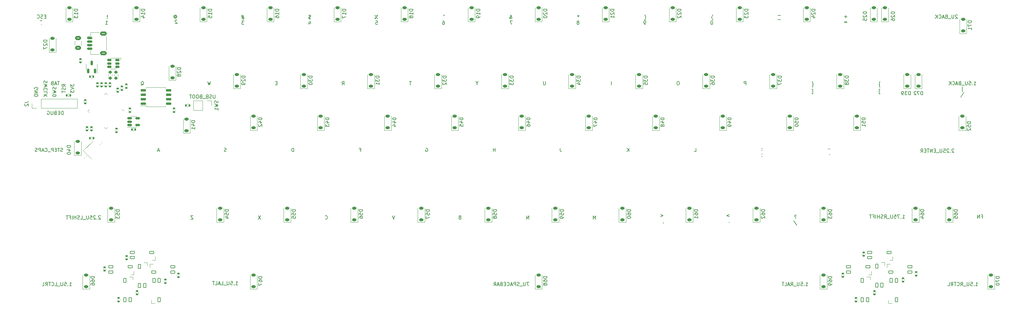
<source format=gbo>
%TF.GenerationSoftware,KiCad,Pcbnew,(7.0.0-0)*%
%TF.CreationDate,2023-03-19T23:04:18-07:00*%
%TF.ProjectId,popstar,706f7073-7461-4722-9e6b-696361645f70,rev?*%
%TF.SameCoordinates,Original*%
%TF.FileFunction,Legend,Bot*%
%TF.FilePolarity,Positive*%
%FSLAX46Y46*%
G04 Gerber Fmt 4.6, Leading zero omitted, Abs format (unit mm)*
G04 Created by KiCad (PCBNEW (7.0.0-0)) date 2023-03-19 23:04:18*
%MOMM*%
%LPD*%
G01*
G04 APERTURE LIST*
G04 Aperture macros list*
%AMRoundRect*
0 Rectangle with rounded corners*
0 $1 Rounding radius*
0 $2 $3 $4 $5 $6 $7 $8 $9 X,Y pos of 4 corners*
0 Add a 4 corners polygon primitive as box body*
4,1,4,$2,$3,$4,$5,$6,$7,$8,$9,$2,$3,0*
0 Add four circle primitives for the rounded corners*
1,1,$1+$1,$2,$3*
1,1,$1+$1,$4,$5*
1,1,$1+$1,$6,$7*
1,1,$1+$1,$8,$9*
0 Add four rect primitives between the rounded corners*
20,1,$1+$1,$2,$3,$4,$5,0*
20,1,$1+$1,$4,$5,$6,$7,0*
20,1,$1+$1,$6,$7,$8,$9,0*
20,1,$1+$1,$8,$9,$2,$3,0*%
%AMRotRect*
0 Rectangle, with rotation*
0 The origin of the aperture is its center*
0 $1 length*
0 $2 width*
0 $3 Rotation angle, in degrees counterclockwise*
0 Add horizontal line*
21,1,$1,$2,0,0,$3*%
%AMFreePoly0*
4,1,18,-0.410000,0.593000,-0.403758,0.624380,-0.385983,0.650983,-0.359380,0.668758,-0.328000,0.675000,0.328000,0.675000,0.359380,0.668758,0.385983,0.650983,0.403758,0.624380,0.410000,0.593000,0.410000,-0.593000,0.403758,-0.624380,0.385983,-0.650983,0.359380,-0.668758,0.328000,-0.675000,0.000000,-0.675000,-0.410000,-0.265000,-0.410000,0.593000,-0.410000,0.593000,$1*%
G04 Aperture macros list end*
%ADD10C,0.150000*%
%ADD11C,0.120000*%
%ADD12C,1.750000*%
%ADD13C,3.987800*%
%ADD14C,2.300000*%
%ADD15C,3.048000*%
%ADD16C,4.000000*%
%ADD17RoundRect,0.140000X0.170000X-0.140000X0.170000X0.140000X-0.170000X0.140000X-0.170000X-0.140000X0*%
%ADD18RoundRect,0.140000X0.219203X0.021213X0.021213X0.219203X-0.219203X-0.021213X-0.021213X-0.219203X0*%
%ADD19R,1.700000X1.700000*%
%ADD20O,1.700000X1.700000*%
%ADD21RoundRect,0.225000X0.375000X-0.225000X0.375000X0.225000X-0.375000X0.225000X-0.375000X-0.225000X0*%
%ADD22RoundRect,0.150000X-0.650000X-0.150000X0.650000X-0.150000X0.650000X0.150000X-0.650000X0.150000X0*%
%ADD23RoundRect,0.200000X-0.275000X0.200000X-0.275000X-0.200000X0.275000X-0.200000X0.275000X0.200000X0*%
%ADD24RoundRect,0.140000X-0.170000X0.140000X-0.170000X-0.140000X0.170000X-0.140000X0.170000X0.140000X0*%
%ADD25RoundRect,0.050000X0.309359X-0.238649X-0.238649X0.309359X-0.309359X0.238649X0.238649X-0.309359X0*%
%ADD26RoundRect,0.050000X0.309359X0.238649X0.238649X0.309359X-0.309359X-0.238649X-0.238649X-0.309359X0*%
%ADD27RoundRect,0.144000X2.059095X0.000000X0.000000X2.059095X-2.059095X0.000000X0.000000X-2.059095X0*%
%ADD28RoundRect,0.150000X0.150000X-0.512500X0.150000X0.512500X-0.150000X0.512500X-0.150000X-0.512500X0*%
%ADD29RoundRect,0.082000X0.593000X-0.328000X0.593000X0.328000X-0.593000X0.328000X-0.593000X-0.328000X0*%
%ADD30FreePoly0,90.000000*%
%ADD31RoundRect,0.250000X-0.625000X0.375000X-0.625000X-0.375000X0.625000X-0.375000X0.625000X0.375000X0*%
%ADD32RoundRect,0.135000X-0.135000X-0.185000X0.135000X-0.185000X0.135000X0.185000X-0.135000X0.185000X0*%
%ADD33RoundRect,0.150000X-0.625000X0.150000X-0.625000X-0.150000X0.625000X-0.150000X0.625000X0.150000X0*%
%ADD34RoundRect,0.250000X-0.650000X0.350000X-0.650000X-0.350000X0.650000X-0.350000X0.650000X0.350000X0*%
%ADD35RoundRect,0.082000X-0.328000X-0.593000X0.328000X-0.593000X0.328000X0.593000X-0.328000X0.593000X0*%
%ADD36FreePoly0,0.000000*%
%ADD37RoundRect,0.082000X-0.593000X0.328000X-0.593000X-0.328000X0.593000X-0.328000X0.593000X0.328000X0*%
%ADD38FreePoly0,270.000000*%
%ADD39RoundRect,0.140000X-0.140000X-0.170000X0.140000X-0.170000X0.140000X0.170000X-0.140000X0.170000X0*%
%ADD40RoundRect,0.082000X0.328000X0.593000X-0.328000X0.593000X-0.328000X-0.593000X0.328000X-0.593000X0*%
%ADD41FreePoly0,180.000000*%
%ADD42RotRect,1.400000X1.200000X45.000000*%
%ADD43RoundRect,0.140000X0.140000X0.170000X-0.140000X0.170000X-0.140000X-0.170000X0.140000X-0.170000X0*%
%ADD44RoundRect,0.140000X-0.219203X-0.021213X-0.021213X-0.219203X0.219203X0.021213X0.021213X0.219203X0*%
%ADD45RoundRect,0.135000X0.135000X0.185000X-0.135000X0.185000X-0.135000X-0.185000X0.135000X-0.185000X0*%
%ADD46RoundRect,0.150000X0.475000X0.150000X-0.475000X0.150000X-0.475000X-0.150000X0.475000X-0.150000X0*%
%ADD47RoundRect,0.150000X-0.512500X-0.150000X0.512500X-0.150000X0.512500X0.150000X-0.512500X0.150000X0*%
G04 APERTURE END LIST*
D10*
X121940476Y-102187142D02*
X121988095Y-102234761D01*
X121988095Y-102234761D02*
X122130952Y-102282380D01*
X122130952Y-102282380D02*
X122226190Y-102282380D01*
X122226190Y-102282380D02*
X122369047Y-102234761D01*
X122369047Y-102234761D02*
X122464285Y-102139523D01*
X122464285Y-102139523D02*
X122511904Y-102044285D01*
X122511904Y-102044285D02*
X122559523Y-101853809D01*
X122559523Y-101853809D02*
X122559523Y-101710952D01*
X122559523Y-101710952D02*
X122511904Y-101520476D01*
X122511904Y-101520476D02*
X122464285Y-101425238D01*
X122464285Y-101425238D02*
X122369047Y-101330000D01*
X122369047Y-101330000D02*
X122226190Y-101282380D01*
X122226190Y-101282380D02*
X122130952Y-101282380D01*
X122130952Y-101282380D02*
X121988095Y-101330000D01*
X121988095Y-101330000D02*
X121940476Y-101377619D01*
X117809523Y-45114761D02*
X117666666Y-45162380D01*
X117666666Y-45162380D02*
X117428571Y-45162380D01*
X117428571Y-45162380D02*
X117333333Y-45114761D01*
X117333333Y-45114761D02*
X117285714Y-45067142D01*
X117285714Y-45067142D02*
X117238095Y-44971904D01*
X117238095Y-44971904D02*
X117238095Y-44876666D01*
X117238095Y-44876666D02*
X117285714Y-44781428D01*
X117285714Y-44781428D02*
X117333333Y-44733809D01*
X117333333Y-44733809D02*
X117428571Y-44686190D01*
X117428571Y-44686190D02*
X117619047Y-44638571D01*
X117619047Y-44638571D02*
X117714285Y-44590952D01*
X117714285Y-44590952D02*
X117761904Y-44543333D01*
X117761904Y-44543333D02*
X117809523Y-44448095D01*
X117809523Y-44448095D02*
X117809523Y-44352857D01*
X117809523Y-44352857D02*
X117761904Y-44257619D01*
X117761904Y-44257619D02*
X117714285Y-44210000D01*
X117714285Y-44210000D02*
X117619047Y-44162380D01*
X117619047Y-44162380D02*
X117380952Y-44162380D01*
X117380952Y-44162380D02*
X117238095Y-44210000D01*
X117523809Y-44019523D02*
X117523809Y-45305238D01*
X117333333Y-46115714D02*
X117333333Y-46782380D01*
X117571428Y-45734761D02*
X117809523Y-46449047D01*
X117809523Y-46449047D02*
X117190476Y-46449047D01*
X170261904Y-83032380D02*
X170261904Y-82032380D01*
X170261904Y-82508571D02*
X169690476Y-82508571D01*
X169690476Y-83032380D02*
X169690476Y-82032380D01*
X46404761Y-63032380D02*
X45833333Y-63032380D01*
X46119047Y-64032380D02*
X46119047Y-63032380D01*
X45547618Y-63746666D02*
X45071428Y-63746666D01*
X45642856Y-64032380D02*
X45309523Y-63032380D01*
X45309523Y-63032380D02*
X44976190Y-64032380D01*
X44309523Y-63508571D02*
X44166666Y-63556190D01*
X44166666Y-63556190D02*
X44119047Y-63603809D01*
X44119047Y-63603809D02*
X44071428Y-63699047D01*
X44071428Y-63699047D02*
X44071428Y-63841904D01*
X44071428Y-63841904D02*
X44119047Y-63937142D01*
X44119047Y-63937142D02*
X44166666Y-63984761D01*
X44166666Y-63984761D02*
X44261904Y-64032380D01*
X44261904Y-64032380D02*
X44642856Y-64032380D01*
X44642856Y-64032380D02*
X44642856Y-63032380D01*
X44642856Y-63032380D02*
X44309523Y-63032380D01*
X44309523Y-63032380D02*
X44214285Y-63080000D01*
X44214285Y-63080000D02*
X44166666Y-63127619D01*
X44166666Y-63127619D02*
X44119047Y-63222857D01*
X44119047Y-63222857D02*
X44119047Y-63318095D01*
X44119047Y-63318095D02*
X44166666Y-63413333D01*
X44166666Y-63413333D02*
X44214285Y-63460952D01*
X44214285Y-63460952D02*
X44309523Y-63508571D01*
X44309523Y-63508571D02*
X44642856Y-63508571D01*
X179857142Y-120282380D02*
X179190476Y-120282380D01*
X179190476Y-120282380D02*
X179619047Y-121282380D01*
X178809523Y-120282380D02*
X178809523Y-121091904D01*
X178809523Y-121091904D02*
X178761904Y-121187142D01*
X178761904Y-121187142D02*
X178714285Y-121234761D01*
X178714285Y-121234761D02*
X178619047Y-121282380D01*
X178619047Y-121282380D02*
X178428571Y-121282380D01*
X178428571Y-121282380D02*
X178333333Y-121234761D01*
X178333333Y-121234761D02*
X178285714Y-121187142D01*
X178285714Y-121187142D02*
X178238095Y-121091904D01*
X178238095Y-121091904D02*
X178238095Y-120282380D01*
X178000000Y-121377619D02*
X177238095Y-121377619D01*
X177047618Y-121234761D02*
X176904761Y-121282380D01*
X176904761Y-121282380D02*
X176666666Y-121282380D01*
X176666666Y-121282380D02*
X176571428Y-121234761D01*
X176571428Y-121234761D02*
X176523809Y-121187142D01*
X176523809Y-121187142D02*
X176476190Y-121091904D01*
X176476190Y-121091904D02*
X176476190Y-120996666D01*
X176476190Y-120996666D02*
X176523809Y-120901428D01*
X176523809Y-120901428D02*
X176571428Y-120853809D01*
X176571428Y-120853809D02*
X176666666Y-120806190D01*
X176666666Y-120806190D02*
X176857142Y-120758571D01*
X176857142Y-120758571D02*
X176952380Y-120710952D01*
X176952380Y-120710952D02*
X176999999Y-120663333D01*
X176999999Y-120663333D02*
X177047618Y-120568095D01*
X177047618Y-120568095D02*
X177047618Y-120472857D01*
X177047618Y-120472857D02*
X176999999Y-120377619D01*
X176999999Y-120377619D02*
X176952380Y-120330000D01*
X176952380Y-120330000D02*
X176857142Y-120282380D01*
X176857142Y-120282380D02*
X176619047Y-120282380D01*
X176619047Y-120282380D02*
X176476190Y-120330000D01*
X176047618Y-121282380D02*
X176047618Y-120282380D01*
X176047618Y-120282380D02*
X175666666Y-120282380D01*
X175666666Y-120282380D02*
X175571428Y-120330000D01*
X175571428Y-120330000D02*
X175523809Y-120377619D01*
X175523809Y-120377619D02*
X175476190Y-120472857D01*
X175476190Y-120472857D02*
X175476190Y-120615714D01*
X175476190Y-120615714D02*
X175523809Y-120710952D01*
X175523809Y-120710952D02*
X175571428Y-120758571D01*
X175571428Y-120758571D02*
X175666666Y-120806190D01*
X175666666Y-120806190D02*
X176047618Y-120806190D01*
X175095237Y-120996666D02*
X174619047Y-120996666D01*
X175190475Y-121282380D02*
X174857142Y-120282380D01*
X174857142Y-120282380D02*
X174523809Y-121282380D01*
X173619047Y-121187142D02*
X173666666Y-121234761D01*
X173666666Y-121234761D02*
X173809523Y-121282380D01*
X173809523Y-121282380D02*
X173904761Y-121282380D01*
X173904761Y-121282380D02*
X174047618Y-121234761D01*
X174047618Y-121234761D02*
X174142856Y-121139523D01*
X174142856Y-121139523D02*
X174190475Y-121044285D01*
X174190475Y-121044285D02*
X174238094Y-120853809D01*
X174238094Y-120853809D02*
X174238094Y-120710952D01*
X174238094Y-120710952D02*
X174190475Y-120520476D01*
X174190475Y-120520476D02*
X174142856Y-120425238D01*
X174142856Y-120425238D02*
X174047618Y-120330000D01*
X174047618Y-120330000D02*
X173904761Y-120282380D01*
X173904761Y-120282380D02*
X173809523Y-120282380D01*
X173809523Y-120282380D02*
X173666666Y-120330000D01*
X173666666Y-120330000D02*
X173619047Y-120377619D01*
X173190475Y-120758571D02*
X172857142Y-120758571D01*
X172714285Y-121282380D02*
X173190475Y-121282380D01*
X173190475Y-121282380D02*
X173190475Y-120282380D01*
X173190475Y-120282380D02*
X172714285Y-120282380D01*
X171952380Y-120758571D02*
X171809523Y-120806190D01*
X171809523Y-120806190D02*
X171761904Y-120853809D01*
X171761904Y-120853809D02*
X171714285Y-120949047D01*
X171714285Y-120949047D02*
X171714285Y-121091904D01*
X171714285Y-121091904D02*
X171761904Y-121187142D01*
X171761904Y-121187142D02*
X171809523Y-121234761D01*
X171809523Y-121234761D02*
X171904761Y-121282380D01*
X171904761Y-121282380D02*
X172285713Y-121282380D01*
X172285713Y-121282380D02*
X172285713Y-120282380D01*
X172285713Y-120282380D02*
X171952380Y-120282380D01*
X171952380Y-120282380D02*
X171857142Y-120330000D01*
X171857142Y-120330000D02*
X171809523Y-120377619D01*
X171809523Y-120377619D02*
X171761904Y-120472857D01*
X171761904Y-120472857D02*
X171761904Y-120568095D01*
X171761904Y-120568095D02*
X171809523Y-120663333D01*
X171809523Y-120663333D02*
X171857142Y-120710952D01*
X171857142Y-120710952D02*
X171952380Y-120758571D01*
X171952380Y-120758571D02*
X172285713Y-120758571D01*
X171333332Y-120996666D02*
X170857142Y-120996666D01*
X171428570Y-121282380D02*
X171095237Y-120282380D01*
X171095237Y-120282380D02*
X170761904Y-121282380D01*
X169857142Y-121282380D02*
X170190475Y-120806190D01*
X170428570Y-121282380D02*
X170428570Y-120282380D01*
X170428570Y-120282380D02*
X170047618Y-120282380D01*
X170047618Y-120282380D02*
X169952380Y-120330000D01*
X169952380Y-120330000D02*
X169904761Y-120377619D01*
X169904761Y-120377619D02*
X169857142Y-120472857D01*
X169857142Y-120472857D02*
X169857142Y-120615714D01*
X169857142Y-120615714D02*
X169904761Y-120710952D01*
X169904761Y-120710952D02*
X169952380Y-120758571D01*
X169952380Y-120758571D02*
X170047618Y-120806190D01*
X170047618Y-120806190D02*
X170428570Y-120806190D01*
X179761904Y-102282380D02*
X179761904Y-101282380D01*
X179761904Y-101282380D02*
X179190476Y-102282380D01*
X179190476Y-102282380D02*
X179190476Y-101282380D01*
X193869047Y-44162380D02*
X193869047Y-44400476D01*
X194107142Y-44305238D02*
X193869047Y-44400476D01*
X193869047Y-44400476D02*
X193630952Y-44305238D01*
X194011904Y-44590952D02*
X193869047Y-44400476D01*
X193869047Y-44400476D02*
X193726190Y-44590952D01*
X193869047Y-46210952D02*
X193964285Y-46163333D01*
X193964285Y-46163333D02*
X194011904Y-46115714D01*
X194011904Y-46115714D02*
X194059523Y-46020476D01*
X194059523Y-46020476D02*
X194059523Y-45972857D01*
X194059523Y-45972857D02*
X194011904Y-45877619D01*
X194011904Y-45877619D02*
X193964285Y-45830000D01*
X193964285Y-45830000D02*
X193869047Y-45782380D01*
X193869047Y-45782380D02*
X193678571Y-45782380D01*
X193678571Y-45782380D02*
X193583333Y-45830000D01*
X193583333Y-45830000D02*
X193535714Y-45877619D01*
X193535714Y-45877619D02*
X193488095Y-45972857D01*
X193488095Y-45972857D02*
X193488095Y-46020476D01*
X193488095Y-46020476D02*
X193535714Y-46115714D01*
X193535714Y-46115714D02*
X193583333Y-46163333D01*
X193583333Y-46163333D02*
X193678571Y-46210952D01*
X193678571Y-46210952D02*
X193869047Y-46210952D01*
X193869047Y-46210952D02*
X193964285Y-46258571D01*
X193964285Y-46258571D02*
X194011904Y-46306190D01*
X194011904Y-46306190D02*
X194059523Y-46401428D01*
X194059523Y-46401428D02*
X194059523Y-46591904D01*
X194059523Y-46591904D02*
X194011904Y-46687142D01*
X194011904Y-46687142D02*
X193964285Y-46734761D01*
X193964285Y-46734761D02*
X193869047Y-46782380D01*
X193869047Y-46782380D02*
X193678571Y-46782380D01*
X193678571Y-46782380D02*
X193583333Y-46734761D01*
X193583333Y-46734761D02*
X193535714Y-46687142D01*
X193535714Y-46687142D02*
X193488095Y-46591904D01*
X193488095Y-46591904D02*
X193488095Y-46401428D01*
X193488095Y-46401428D02*
X193535714Y-46306190D01*
X193535714Y-46306190D02*
X193583333Y-46258571D01*
X193583333Y-46258571D02*
X193678571Y-46210952D01*
X222321428Y-63032380D02*
X222130952Y-63032380D01*
X222130952Y-63032380D02*
X222035714Y-63080000D01*
X222035714Y-63080000D02*
X221940476Y-63175238D01*
X221940476Y-63175238D02*
X221892857Y-63365714D01*
X221892857Y-63365714D02*
X221892857Y-63699047D01*
X221892857Y-63699047D02*
X221940476Y-63889523D01*
X221940476Y-63889523D02*
X222035714Y-63984761D01*
X222035714Y-63984761D02*
X222130952Y-64032380D01*
X222130952Y-64032380D02*
X222321428Y-64032380D01*
X222321428Y-64032380D02*
X222416666Y-63984761D01*
X222416666Y-63984761D02*
X222511904Y-63889523D01*
X222511904Y-63889523D02*
X222559523Y-63699047D01*
X222559523Y-63699047D02*
X222559523Y-63365714D01*
X222559523Y-63365714D02*
X222511904Y-63175238D01*
X222511904Y-63175238D02*
X222416666Y-63080000D01*
X222416666Y-63080000D02*
X222321428Y-63032380D01*
X69595238Y-64127619D02*
X69690476Y-64080000D01*
X69690476Y-64080000D02*
X69785714Y-63984761D01*
X69785714Y-63984761D02*
X69928571Y-63841904D01*
X69928571Y-63841904D02*
X70023809Y-63794285D01*
X70023809Y-63794285D02*
X70119047Y-63794285D01*
X70071428Y-64032380D02*
X70166666Y-63984761D01*
X70166666Y-63984761D02*
X70261904Y-63889523D01*
X70261904Y-63889523D02*
X70309523Y-63699047D01*
X70309523Y-63699047D02*
X70309523Y-63365714D01*
X70309523Y-63365714D02*
X70261904Y-63175238D01*
X70261904Y-63175238D02*
X70166666Y-63080000D01*
X70166666Y-63080000D02*
X70071428Y-63032380D01*
X70071428Y-63032380D02*
X69880952Y-63032380D01*
X69880952Y-63032380D02*
X69785714Y-63080000D01*
X69785714Y-63080000D02*
X69690476Y-63175238D01*
X69690476Y-63175238D02*
X69642857Y-63365714D01*
X69642857Y-63365714D02*
X69642857Y-63699047D01*
X69642857Y-63699047D02*
X69690476Y-63889523D01*
X69690476Y-63889523D02*
X69785714Y-63984761D01*
X69785714Y-63984761D02*
X69880952Y-64032380D01*
X69880952Y-64032380D02*
X70071428Y-64032380D01*
X160178571Y-101758571D02*
X160035714Y-101806190D01*
X160035714Y-101806190D02*
X159988095Y-101853809D01*
X159988095Y-101853809D02*
X159940476Y-101949047D01*
X159940476Y-101949047D02*
X159940476Y-102091904D01*
X159940476Y-102091904D02*
X159988095Y-102187142D01*
X159988095Y-102187142D02*
X160035714Y-102234761D01*
X160035714Y-102234761D02*
X160130952Y-102282380D01*
X160130952Y-102282380D02*
X160511904Y-102282380D01*
X160511904Y-102282380D02*
X160511904Y-101282380D01*
X160511904Y-101282380D02*
X160178571Y-101282380D01*
X160178571Y-101282380D02*
X160083333Y-101330000D01*
X160083333Y-101330000D02*
X160035714Y-101377619D01*
X160035714Y-101377619D02*
X159988095Y-101472857D01*
X159988095Y-101472857D02*
X159988095Y-101568095D01*
X159988095Y-101568095D02*
X160035714Y-101663333D01*
X160035714Y-101663333D02*
X160083333Y-101710952D01*
X160083333Y-101710952D02*
X160178571Y-101758571D01*
X160178571Y-101758571D02*
X160511904Y-101758571D01*
X131678571Y-82508571D02*
X132011904Y-82508571D01*
X132011904Y-83032380D02*
X132011904Y-82032380D01*
X132011904Y-82032380D02*
X131535714Y-82032380D01*
X188726190Y-82032380D02*
X188726190Y-82746666D01*
X188726190Y-82746666D02*
X188773809Y-82889523D01*
X188773809Y-82889523D02*
X188869047Y-82984761D01*
X188869047Y-82984761D02*
X189011904Y-83032380D01*
X189011904Y-83032380D02*
X189107142Y-83032380D01*
X241511904Y-64032380D02*
X241511904Y-63032380D01*
X241511904Y-63032380D02*
X241130952Y-63032380D01*
X241130952Y-63032380D02*
X241035714Y-63080000D01*
X241035714Y-63080000D02*
X240988095Y-63127619D01*
X240988095Y-63127619D02*
X240940476Y-63222857D01*
X240940476Y-63222857D02*
X240940476Y-63365714D01*
X240940476Y-63365714D02*
X240988095Y-63460952D01*
X240988095Y-63460952D02*
X241035714Y-63508571D01*
X241035714Y-63508571D02*
X241130952Y-63556190D01*
X241130952Y-63556190D02*
X241511904Y-63556190D01*
X260309523Y-64663333D02*
X260357142Y-64663333D01*
X260357142Y-64663333D02*
X260452380Y-64615714D01*
X260452380Y-64615714D02*
X260499999Y-64520476D01*
X260499999Y-64520476D02*
X260499999Y-64044285D01*
X260499999Y-64044285D02*
X260547618Y-63949047D01*
X260547618Y-63949047D02*
X260642856Y-63901428D01*
X260642856Y-63901428D02*
X260547618Y-63853809D01*
X260547618Y-63853809D02*
X260499999Y-63758571D01*
X260499999Y-63758571D02*
X260499999Y-63282380D01*
X260499999Y-63282380D02*
X260452380Y-63187142D01*
X260452380Y-63187142D02*
X260357142Y-63139523D01*
X260357142Y-63139523D02*
X260309523Y-63139523D01*
X306261904Y-64042380D02*
X306833332Y-64042380D01*
X306547618Y-64042380D02*
X306547618Y-63042380D01*
X306547618Y-63042380D02*
X306642856Y-63185238D01*
X306642856Y-63185238D02*
X306738094Y-63280476D01*
X306738094Y-63280476D02*
X306833332Y-63328095D01*
X305833332Y-63947142D02*
X305785713Y-63994761D01*
X305785713Y-63994761D02*
X305833332Y-64042380D01*
X305833332Y-64042380D02*
X305880951Y-63994761D01*
X305880951Y-63994761D02*
X305833332Y-63947142D01*
X305833332Y-63947142D02*
X305833332Y-64042380D01*
X304880952Y-63042380D02*
X305357142Y-63042380D01*
X305357142Y-63042380D02*
X305404761Y-63518571D01*
X305404761Y-63518571D02*
X305357142Y-63470952D01*
X305357142Y-63470952D02*
X305261904Y-63423333D01*
X305261904Y-63423333D02*
X305023809Y-63423333D01*
X305023809Y-63423333D02*
X304928571Y-63470952D01*
X304928571Y-63470952D02*
X304880952Y-63518571D01*
X304880952Y-63518571D02*
X304833333Y-63613809D01*
X304833333Y-63613809D02*
X304833333Y-63851904D01*
X304833333Y-63851904D02*
X304880952Y-63947142D01*
X304880952Y-63947142D02*
X304928571Y-63994761D01*
X304928571Y-63994761D02*
X305023809Y-64042380D01*
X305023809Y-64042380D02*
X305261904Y-64042380D01*
X305261904Y-64042380D02*
X305357142Y-63994761D01*
X305357142Y-63994761D02*
X305404761Y-63947142D01*
X304404761Y-63042380D02*
X304404761Y-63851904D01*
X304404761Y-63851904D02*
X304357142Y-63947142D01*
X304357142Y-63947142D02*
X304309523Y-63994761D01*
X304309523Y-63994761D02*
X304214285Y-64042380D01*
X304214285Y-64042380D02*
X304023809Y-64042380D01*
X304023809Y-64042380D02*
X303928571Y-63994761D01*
X303928571Y-63994761D02*
X303880952Y-63947142D01*
X303880952Y-63947142D02*
X303833333Y-63851904D01*
X303833333Y-63851904D02*
X303833333Y-63042380D01*
X303595238Y-64137619D02*
X302833333Y-64137619D01*
X302261904Y-63518571D02*
X302119047Y-63566190D01*
X302119047Y-63566190D02*
X302071428Y-63613809D01*
X302071428Y-63613809D02*
X302023809Y-63709047D01*
X302023809Y-63709047D02*
X302023809Y-63851904D01*
X302023809Y-63851904D02*
X302071428Y-63947142D01*
X302071428Y-63947142D02*
X302119047Y-63994761D01*
X302119047Y-63994761D02*
X302214285Y-64042380D01*
X302214285Y-64042380D02*
X302595237Y-64042380D01*
X302595237Y-64042380D02*
X302595237Y-63042380D01*
X302595237Y-63042380D02*
X302261904Y-63042380D01*
X302261904Y-63042380D02*
X302166666Y-63090000D01*
X302166666Y-63090000D02*
X302119047Y-63137619D01*
X302119047Y-63137619D02*
X302071428Y-63232857D01*
X302071428Y-63232857D02*
X302071428Y-63328095D01*
X302071428Y-63328095D02*
X302119047Y-63423333D01*
X302119047Y-63423333D02*
X302166666Y-63470952D01*
X302166666Y-63470952D02*
X302261904Y-63518571D01*
X302261904Y-63518571D02*
X302595237Y-63518571D01*
X301642856Y-63756666D02*
X301166666Y-63756666D01*
X301738094Y-64042380D02*
X301404761Y-63042380D01*
X301404761Y-63042380D02*
X301071428Y-64042380D01*
X300166666Y-63947142D02*
X300214285Y-63994761D01*
X300214285Y-63994761D02*
X300357142Y-64042380D01*
X300357142Y-64042380D02*
X300452380Y-64042380D01*
X300452380Y-64042380D02*
X300595237Y-63994761D01*
X300595237Y-63994761D02*
X300690475Y-63899523D01*
X300690475Y-63899523D02*
X300738094Y-63804285D01*
X300738094Y-63804285D02*
X300785713Y-63613809D01*
X300785713Y-63613809D02*
X300785713Y-63470952D01*
X300785713Y-63470952D02*
X300738094Y-63280476D01*
X300738094Y-63280476D02*
X300690475Y-63185238D01*
X300690475Y-63185238D02*
X300595237Y-63090000D01*
X300595237Y-63090000D02*
X300452380Y-63042380D01*
X300452380Y-63042380D02*
X300357142Y-63042380D01*
X300357142Y-63042380D02*
X300214285Y-63090000D01*
X300214285Y-63090000D02*
X300166666Y-63137619D01*
X299738094Y-64042380D02*
X299738094Y-63042380D01*
X299166666Y-64042380D02*
X299595237Y-63470952D01*
X299166666Y-63042380D02*
X299738094Y-63613809D01*
X302999999Y-65995714D02*
X302999999Y-64567142D01*
X303428571Y-66187142D02*
X302571428Y-67472857D01*
X126690476Y-64032380D02*
X127023809Y-63556190D01*
X127261904Y-64032380D02*
X127261904Y-63032380D01*
X127261904Y-63032380D02*
X126880952Y-63032380D01*
X126880952Y-63032380D02*
X126785714Y-63080000D01*
X126785714Y-63080000D02*
X126738095Y-63127619D01*
X126738095Y-63127619D02*
X126690476Y-63222857D01*
X126690476Y-63222857D02*
X126690476Y-63365714D01*
X126690476Y-63365714D02*
X126738095Y-63460952D01*
X126738095Y-63460952D02*
X126785714Y-63508571D01*
X126785714Y-63508571D02*
X126880952Y-63556190D01*
X126880952Y-63556190D02*
X127261904Y-63556190D01*
X265309523Y-82162380D02*
X265309523Y-82352857D01*
X264928571Y-82162380D02*
X264928571Y-82352857D01*
X265214285Y-83782380D02*
X265309523Y-83972857D01*
X58059523Y-101377619D02*
X58011904Y-101330000D01*
X58011904Y-101330000D02*
X57916666Y-101282380D01*
X57916666Y-101282380D02*
X57678571Y-101282380D01*
X57678571Y-101282380D02*
X57583333Y-101330000D01*
X57583333Y-101330000D02*
X57535714Y-101377619D01*
X57535714Y-101377619D02*
X57488095Y-101472857D01*
X57488095Y-101472857D02*
X57488095Y-101568095D01*
X57488095Y-101568095D02*
X57535714Y-101710952D01*
X57535714Y-101710952D02*
X58107142Y-102282380D01*
X58107142Y-102282380D02*
X57488095Y-102282380D01*
X57059523Y-102187142D02*
X57011904Y-102234761D01*
X57011904Y-102234761D02*
X57059523Y-102282380D01*
X57059523Y-102282380D02*
X57107142Y-102234761D01*
X57107142Y-102234761D02*
X57059523Y-102187142D01*
X57059523Y-102187142D02*
X57059523Y-102282380D01*
X56630952Y-101377619D02*
X56583333Y-101330000D01*
X56583333Y-101330000D02*
X56488095Y-101282380D01*
X56488095Y-101282380D02*
X56250000Y-101282380D01*
X56250000Y-101282380D02*
X56154762Y-101330000D01*
X56154762Y-101330000D02*
X56107143Y-101377619D01*
X56107143Y-101377619D02*
X56059524Y-101472857D01*
X56059524Y-101472857D02*
X56059524Y-101568095D01*
X56059524Y-101568095D02*
X56107143Y-101710952D01*
X56107143Y-101710952D02*
X56678571Y-102282380D01*
X56678571Y-102282380D02*
X56059524Y-102282380D01*
X55154762Y-101282380D02*
X55630952Y-101282380D01*
X55630952Y-101282380D02*
X55678571Y-101758571D01*
X55678571Y-101758571D02*
X55630952Y-101710952D01*
X55630952Y-101710952D02*
X55535714Y-101663333D01*
X55535714Y-101663333D02*
X55297619Y-101663333D01*
X55297619Y-101663333D02*
X55202381Y-101710952D01*
X55202381Y-101710952D02*
X55154762Y-101758571D01*
X55154762Y-101758571D02*
X55107143Y-101853809D01*
X55107143Y-101853809D02*
X55107143Y-102091904D01*
X55107143Y-102091904D02*
X55154762Y-102187142D01*
X55154762Y-102187142D02*
X55202381Y-102234761D01*
X55202381Y-102234761D02*
X55297619Y-102282380D01*
X55297619Y-102282380D02*
X55535714Y-102282380D01*
X55535714Y-102282380D02*
X55630952Y-102234761D01*
X55630952Y-102234761D02*
X55678571Y-102187142D01*
X54678571Y-101282380D02*
X54678571Y-102091904D01*
X54678571Y-102091904D02*
X54630952Y-102187142D01*
X54630952Y-102187142D02*
X54583333Y-102234761D01*
X54583333Y-102234761D02*
X54488095Y-102282380D01*
X54488095Y-102282380D02*
X54297619Y-102282380D01*
X54297619Y-102282380D02*
X54202381Y-102234761D01*
X54202381Y-102234761D02*
X54154762Y-102187142D01*
X54154762Y-102187142D02*
X54107143Y-102091904D01*
X54107143Y-102091904D02*
X54107143Y-101282380D01*
X53869048Y-102377619D02*
X53107143Y-102377619D01*
X52392857Y-102282380D02*
X52869047Y-102282380D01*
X52869047Y-102282380D02*
X52869047Y-101282380D01*
X52107142Y-102234761D02*
X51964285Y-102282380D01*
X51964285Y-102282380D02*
X51726190Y-102282380D01*
X51726190Y-102282380D02*
X51630952Y-102234761D01*
X51630952Y-102234761D02*
X51583333Y-102187142D01*
X51583333Y-102187142D02*
X51535714Y-102091904D01*
X51535714Y-102091904D02*
X51535714Y-101996666D01*
X51535714Y-101996666D02*
X51583333Y-101901428D01*
X51583333Y-101901428D02*
X51630952Y-101853809D01*
X51630952Y-101853809D02*
X51726190Y-101806190D01*
X51726190Y-101806190D02*
X51916666Y-101758571D01*
X51916666Y-101758571D02*
X52011904Y-101710952D01*
X52011904Y-101710952D02*
X52059523Y-101663333D01*
X52059523Y-101663333D02*
X52107142Y-101568095D01*
X52107142Y-101568095D02*
X52107142Y-101472857D01*
X52107142Y-101472857D02*
X52059523Y-101377619D01*
X52059523Y-101377619D02*
X52011904Y-101330000D01*
X52011904Y-101330000D02*
X51916666Y-101282380D01*
X51916666Y-101282380D02*
X51678571Y-101282380D01*
X51678571Y-101282380D02*
X51535714Y-101330000D01*
X51107142Y-102282380D02*
X51107142Y-101282380D01*
X51107142Y-101758571D02*
X50535714Y-101758571D01*
X50535714Y-102282380D02*
X50535714Y-101282380D01*
X50059523Y-102282380D02*
X50059523Y-101282380D01*
X49250000Y-101758571D02*
X49583333Y-101758571D01*
X49583333Y-102282380D02*
X49583333Y-101282380D01*
X49583333Y-101282380D02*
X49107143Y-101282380D01*
X48869047Y-101282380D02*
X48297619Y-101282380D01*
X48583333Y-102282380D02*
X48583333Y-101282380D01*
X93809523Y-82984761D02*
X93666666Y-83032380D01*
X93666666Y-83032380D02*
X93428571Y-83032380D01*
X93428571Y-83032380D02*
X93333333Y-82984761D01*
X93333333Y-82984761D02*
X93285714Y-82937142D01*
X93285714Y-82937142D02*
X93238095Y-82841904D01*
X93238095Y-82841904D02*
X93238095Y-82746666D01*
X93238095Y-82746666D02*
X93285714Y-82651428D01*
X93285714Y-82651428D02*
X93333333Y-82603809D01*
X93333333Y-82603809D02*
X93428571Y-82556190D01*
X93428571Y-82556190D02*
X93619047Y-82508571D01*
X93619047Y-82508571D02*
X93714285Y-82460952D01*
X93714285Y-82460952D02*
X93761904Y-82413333D01*
X93761904Y-82413333D02*
X93809523Y-82318095D01*
X93809523Y-82318095D02*
X93809523Y-82222857D01*
X93809523Y-82222857D02*
X93761904Y-82127619D01*
X93761904Y-82127619D02*
X93714285Y-82080000D01*
X93714285Y-82080000D02*
X93619047Y-82032380D01*
X93619047Y-82032380D02*
X93380952Y-82032380D01*
X93380952Y-82032380D02*
X93238095Y-82080000D01*
X258488095Y-121282380D02*
X259059523Y-121282380D01*
X258773809Y-121282380D02*
X258773809Y-120282380D01*
X258773809Y-120282380D02*
X258869047Y-120425238D01*
X258869047Y-120425238D02*
X258964285Y-120520476D01*
X258964285Y-120520476D02*
X259059523Y-120568095D01*
X258059523Y-121187142D02*
X258011904Y-121234761D01*
X258011904Y-121234761D02*
X258059523Y-121282380D01*
X258059523Y-121282380D02*
X258107142Y-121234761D01*
X258107142Y-121234761D02*
X258059523Y-121187142D01*
X258059523Y-121187142D02*
X258059523Y-121282380D01*
X257107143Y-120282380D02*
X257583333Y-120282380D01*
X257583333Y-120282380D02*
X257630952Y-120758571D01*
X257630952Y-120758571D02*
X257583333Y-120710952D01*
X257583333Y-120710952D02*
X257488095Y-120663333D01*
X257488095Y-120663333D02*
X257250000Y-120663333D01*
X257250000Y-120663333D02*
X257154762Y-120710952D01*
X257154762Y-120710952D02*
X257107143Y-120758571D01*
X257107143Y-120758571D02*
X257059524Y-120853809D01*
X257059524Y-120853809D02*
X257059524Y-121091904D01*
X257059524Y-121091904D02*
X257107143Y-121187142D01*
X257107143Y-121187142D02*
X257154762Y-121234761D01*
X257154762Y-121234761D02*
X257250000Y-121282380D01*
X257250000Y-121282380D02*
X257488095Y-121282380D01*
X257488095Y-121282380D02*
X257583333Y-121234761D01*
X257583333Y-121234761D02*
X257630952Y-121187142D01*
X256630952Y-120282380D02*
X256630952Y-121091904D01*
X256630952Y-121091904D02*
X256583333Y-121187142D01*
X256583333Y-121187142D02*
X256535714Y-121234761D01*
X256535714Y-121234761D02*
X256440476Y-121282380D01*
X256440476Y-121282380D02*
X256250000Y-121282380D01*
X256250000Y-121282380D02*
X256154762Y-121234761D01*
X256154762Y-121234761D02*
X256107143Y-121187142D01*
X256107143Y-121187142D02*
X256059524Y-121091904D01*
X256059524Y-121091904D02*
X256059524Y-120282380D01*
X255821429Y-121377619D02*
X255059524Y-121377619D01*
X254250000Y-121282380D02*
X254583333Y-120806190D01*
X254821428Y-121282380D02*
X254821428Y-120282380D01*
X254821428Y-120282380D02*
X254440476Y-120282380D01*
X254440476Y-120282380D02*
X254345238Y-120330000D01*
X254345238Y-120330000D02*
X254297619Y-120377619D01*
X254297619Y-120377619D02*
X254250000Y-120472857D01*
X254250000Y-120472857D02*
X254250000Y-120615714D01*
X254250000Y-120615714D02*
X254297619Y-120710952D01*
X254297619Y-120710952D02*
X254345238Y-120758571D01*
X254345238Y-120758571D02*
X254440476Y-120806190D01*
X254440476Y-120806190D02*
X254821428Y-120806190D01*
X253869047Y-120996666D02*
X253392857Y-120996666D01*
X253964285Y-121282380D02*
X253630952Y-120282380D01*
X253630952Y-120282380D02*
X253297619Y-121282380D01*
X252488095Y-121282380D02*
X252964285Y-121282380D01*
X252964285Y-121282380D02*
X252964285Y-120282380D01*
X252297618Y-120282380D02*
X251726190Y-120282380D01*
X252011904Y-121282380D02*
X252011904Y-120282380D01*
X260226190Y-66615714D02*
X260464285Y-66615714D01*
X260464285Y-66615714D02*
X260464285Y-65187142D01*
X260464285Y-65187142D02*
X260226190Y-65187142D01*
X251380952Y-44257619D02*
X250619047Y-44257619D01*
X251380951Y-45401428D02*
X250619047Y-45401428D01*
X42511904Y-44508571D02*
X42178571Y-44508571D01*
X42035714Y-45032380D02*
X42511904Y-45032380D01*
X42511904Y-45032380D02*
X42511904Y-44032380D01*
X42511904Y-44032380D02*
X42035714Y-44032380D01*
X41654761Y-44984761D02*
X41511904Y-45032380D01*
X41511904Y-45032380D02*
X41273809Y-45032380D01*
X41273809Y-45032380D02*
X41178571Y-44984761D01*
X41178571Y-44984761D02*
X41130952Y-44937142D01*
X41130952Y-44937142D02*
X41083333Y-44841904D01*
X41083333Y-44841904D02*
X41083333Y-44746666D01*
X41083333Y-44746666D02*
X41130952Y-44651428D01*
X41130952Y-44651428D02*
X41178571Y-44603809D01*
X41178571Y-44603809D02*
X41273809Y-44556190D01*
X41273809Y-44556190D02*
X41464285Y-44508571D01*
X41464285Y-44508571D02*
X41559523Y-44460952D01*
X41559523Y-44460952D02*
X41607142Y-44413333D01*
X41607142Y-44413333D02*
X41654761Y-44318095D01*
X41654761Y-44318095D02*
X41654761Y-44222857D01*
X41654761Y-44222857D02*
X41607142Y-44127619D01*
X41607142Y-44127619D02*
X41559523Y-44080000D01*
X41559523Y-44080000D02*
X41464285Y-44032380D01*
X41464285Y-44032380D02*
X41226190Y-44032380D01*
X41226190Y-44032380D02*
X41083333Y-44080000D01*
X40083333Y-44937142D02*
X40130952Y-44984761D01*
X40130952Y-44984761D02*
X40273809Y-45032380D01*
X40273809Y-45032380D02*
X40369047Y-45032380D01*
X40369047Y-45032380D02*
X40511904Y-44984761D01*
X40511904Y-44984761D02*
X40607142Y-44889523D01*
X40607142Y-44889523D02*
X40654761Y-44794285D01*
X40654761Y-44794285D02*
X40702380Y-44603809D01*
X40702380Y-44603809D02*
X40702380Y-44460952D01*
X40702380Y-44460952D02*
X40654761Y-44270476D01*
X40654761Y-44270476D02*
X40607142Y-44175238D01*
X40607142Y-44175238D02*
X40511904Y-44080000D01*
X40511904Y-44080000D02*
X40369047Y-44032380D01*
X40369047Y-44032380D02*
X40273809Y-44032380D01*
X40273809Y-44032380D02*
X40130952Y-44080000D01*
X40130952Y-44080000D02*
X40083333Y-44127619D01*
X279607142Y-64663333D02*
X279559523Y-64663333D01*
X279559523Y-64663333D02*
X279464285Y-64615714D01*
X279464285Y-64615714D02*
X279416666Y-64520476D01*
X279416666Y-64520476D02*
X279416666Y-64044285D01*
X279416666Y-64044285D02*
X279369047Y-63949047D01*
X279369047Y-63949047D02*
X279273809Y-63901428D01*
X279273809Y-63901428D02*
X279369047Y-63853809D01*
X279369047Y-63853809D02*
X279416666Y-63758571D01*
X279416666Y-63758571D02*
X279416666Y-63282380D01*
X279416666Y-63282380D02*
X279464285Y-63187142D01*
X279464285Y-63187142D02*
X279559523Y-63139523D01*
X279559523Y-63139523D02*
X279607142Y-63139523D01*
X113011904Y-83032380D02*
X113011904Y-82032380D01*
X113011904Y-82032380D02*
X112773809Y-82032380D01*
X112773809Y-82032380D02*
X112630952Y-82080000D01*
X112630952Y-82080000D02*
X112535714Y-82175238D01*
X112535714Y-82175238D02*
X112488095Y-82270476D01*
X112488095Y-82270476D02*
X112440476Y-82460952D01*
X112440476Y-82460952D02*
X112440476Y-82603809D01*
X112440476Y-82603809D02*
X112488095Y-82794285D01*
X112488095Y-82794285D02*
X112535714Y-82889523D01*
X112535714Y-82889523D02*
X112630952Y-82984761D01*
X112630952Y-82984761D02*
X112773809Y-83032380D01*
X112773809Y-83032380D02*
X113011904Y-83032380D01*
X155904761Y-44257619D02*
X155714285Y-44114761D01*
X155714285Y-44114761D02*
X155523809Y-44257619D01*
X155333333Y-45782380D02*
X155523809Y-45782380D01*
X155523809Y-45782380D02*
X155619047Y-45830000D01*
X155619047Y-45830000D02*
X155666666Y-45877619D01*
X155666666Y-45877619D02*
X155761904Y-46020476D01*
X155761904Y-46020476D02*
X155809523Y-46210952D01*
X155809523Y-46210952D02*
X155809523Y-46591904D01*
X155809523Y-46591904D02*
X155761904Y-46687142D01*
X155761904Y-46687142D02*
X155714285Y-46734761D01*
X155714285Y-46734761D02*
X155619047Y-46782380D01*
X155619047Y-46782380D02*
X155428571Y-46782380D01*
X155428571Y-46782380D02*
X155333333Y-46734761D01*
X155333333Y-46734761D02*
X155285714Y-46687142D01*
X155285714Y-46687142D02*
X155238095Y-46591904D01*
X155238095Y-46591904D02*
X155238095Y-46353809D01*
X155238095Y-46353809D02*
X155285714Y-46258571D01*
X155285714Y-46258571D02*
X155333333Y-46210952D01*
X155333333Y-46210952D02*
X155428571Y-46163333D01*
X155428571Y-46163333D02*
X155619047Y-46163333D01*
X155619047Y-46163333D02*
X155714285Y-46210952D01*
X155714285Y-46210952D02*
X155761904Y-46258571D01*
X155761904Y-46258571D02*
X155809523Y-46353809D01*
X184511904Y-63032380D02*
X184511904Y-63841904D01*
X184511904Y-63841904D02*
X184464285Y-63937142D01*
X184464285Y-63937142D02*
X184416666Y-63984761D01*
X184416666Y-63984761D02*
X184321428Y-64032380D01*
X184321428Y-64032380D02*
X184130952Y-64032380D01*
X184130952Y-64032380D02*
X184035714Y-63984761D01*
X184035714Y-63984761D02*
X183988095Y-63937142D01*
X183988095Y-63937142D02*
X183940476Y-63841904D01*
X183940476Y-63841904D02*
X183940476Y-63032380D01*
X47309523Y-82984761D02*
X47166666Y-83032380D01*
X47166666Y-83032380D02*
X46928571Y-83032380D01*
X46928571Y-83032380D02*
X46833333Y-82984761D01*
X46833333Y-82984761D02*
X46785714Y-82937142D01*
X46785714Y-82937142D02*
X46738095Y-82841904D01*
X46738095Y-82841904D02*
X46738095Y-82746666D01*
X46738095Y-82746666D02*
X46785714Y-82651428D01*
X46785714Y-82651428D02*
X46833333Y-82603809D01*
X46833333Y-82603809D02*
X46928571Y-82556190D01*
X46928571Y-82556190D02*
X47119047Y-82508571D01*
X47119047Y-82508571D02*
X47214285Y-82460952D01*
X47214285Y-82460952D02*
X47261904Y-82413333D01*
X47261904Y-82413333D02*
X47309523Y-82318095D01*
X47309523Y-82318095D02*
X47309523Y-82222857D01*
X47309523Y-82222857D02*
X47261904Y-82127619D01*
X47261904Y-82127619D02*
X47214285Y-82080000D01*
X47214285Y-82080000D02*
X47119047Y-82032380D01*
X47119047Y-82032380D02*
X46880952Y-82032380D01*
X46880952Y-82032380D02*
X46738095Y-82080000D01*
X46452380Y-82032380D02*
X45880952Y-82032380D01*
X46166666Y-83032380D02*
X46166666Y-82032380D01*
X45547618Y-82508571D02*
X45214285Y-82508571D01*
X45071428Y-83032380D02*
X45547618Y-83032380D01*
X45547618Y-83032380D02*
X45547618Y-82032380D01*
X45547618Y-82032380D02*
X45071428Y-82032380D01*
X44642856Y-83032380D02*
X44642856Y-82032380D01*
X44642856Y-82032380D02*
X44261904Y-82032380D01*
X44261904Y-82032380D02*
X44166666Y-82080000D01*
X44166666Y-82080000D02*
X44119047Y-82127619D01*
X44119047Y-82127619D02*
X44071428Y-82222857D01*
X44071428Y-82222857D02*
X44071428Y-82365714D01*
X44071428Y-82365714D02*
X44119047Y-82460952D01*
X44119047Y-82460952D02*
X44166666Y-82508571D01*
X44166666Y-82508571D02*
X44261904Y-82556190D01*
X44261904Y-82556190D02*
X44642856Y-82556190D01*
X43880952Y-83127619D02*
X43119047Y-83127619D01*
X42309523Y-82937142D02*
X42357142Y-82984761D01*
X42357142Y-82984761D02*
X42499999Y-83032380D01*
X42499999Y-83032380D02*
X42595237Y-83032380D01*
X42595237Y-83032380D02*
X42738094Y-82984761D01*
X42738094Y-82984761D02*
X42833332Y-82889523D01*
X42833332Y-82889523D02*
X42880951Y-82794285D01*
X42880951Y-82794285D02*
X42928570Y-82603809D01*
X42928570Y-82603809D02*
X42928570Y-82460952D01*
X42928570Y-82460952D02*
X42880951Y-82270476D01*
X42880951Y-82270476D02*
X42833332Y-82175238D01*
X42833332Y-82175238D02*
X42738094Y-82080000D01*
X42738094Y-82080000D02*
X42595237Y-82032380D01*
X42595237Y-82032380D02*
X42499999Y-82032380D01*
X42499999Y-82032380D02*
X42357142Y-82080000D01*
X42357142Y-82080000D02*
X42309523Y-82127619D01*
X41928570Y-82746666D02*
X41452380Y-82746666D01*
X42023808Y-83032380D02*
X41690475Y-82032380D01*
X41690475Y-82032380D02*
X41357142Y-83032380D01*
X41023808Y-83032380D02*
X41023808Y-82032380D01*
X41023808Y-82032380D02*
X40642856Y-82032380D01*
X40642856Y-82032380D02*
X40547618Y-82080000D01*
X40547618Y-82080000D02*
X40499999Y-82127619D01*
X40499999Y-82127619D02*
X40452380Y-82222857D01*
X40452380Y-82222857D02*
X40452380Y-82365714D01*
X40452380Y-82365714D02*
X40499999Y-82460952D01*
X40499999Y-82460952D02*
X40547618Y-82508571D01*
X40547618Y-82508571D02*
X40642856Y-82556190D01*
X40642856Y-82556190D02*
X41023808Y-82556190D01*
X40071427Y-82984761D02*
X39928570Y-83032380D01*
X39928570Y-83032380D02*
X39690475Y-83032380D01*
X39690475Y-83032380D02*
X39595237Y-82984761D01*
X39595237Y-82984761D02*
X39547618Y-82937142D01*
X39547618Y-82937142D02*
X39499999Y-82841904D01*
X39499999Y-82841904D02*
X39499999Y-82746666D01*
X39499999Y-82746666D02*
X39547618Y-82651428D01*
X39547618Y-82651428D02*
X39595237Y-82603809D01*
X39595237Y-82603809D02*
X39690475Y-82556190D01*
X39690475Y-82556190D02*
X39880951Y-82508571D01*
X39880951Y-82508571D02*
X39976189Y-82460952D01*
X39976189Y-82460952D02*
X40023808Y-82413333D01*
X40023808Y-82413333D02*
X40071427Y-82318095D01*
X40071427Y-82318095D02*
X40071427Y-82222857D01*
X40071427Y-82222857D02*
X40023808Y-82127619D01*
X40023808Y-82127619D02*
X39976189Y-82080000D01*
X39976189Y-82080000D02*
X39880951Y-82032380D01*
X39880951Y-82032380D02*
X39642856Y-82032380D01*
X39642856Y-82032380D02*
X39499999Y-82080000D01*
X84357142Y-101282380D02*
X83690476Y-101282380D01*
X83690476Y-101282380D02*
X84357142Y-102282380D01*
X84357142Y-102282380D02*
X83690476Y-102282380D01*
X108261904Y-63508571D02*
X107928571Y-63508571D01*
X107785714Y-64032380D02*
X108261904Y-64032380D01*
X108261904Y-64032380D02*
X108261904Y-63032380D01*
X108261904Y-63032380D02*
X107785714Y-63032380D01*
X301559523Y-44127619D02*
X301511904Y-44080000D01*
X301511904Y-44080000D02*
X301416666Y-44032380D01*
X301416666Y-44032380D02*
X301178571Y-44032380D01*
X301178571Y-44032380D02*
X301083333Y-44080000D01*
X301083333Y-44080000D02*
X301035714Y-44127619D01*
X301035714Y-44127619D02*
X300988095Y-44222857D01*
X300988095Y-44222857D02*
X300988095Y-44318095D01*
X300988095Y-44318095D02*
X301035714Y-44460952D01*
X301035714Y-44460952D02*
X301607142Y-45032380D01*
X301607142Y-45032380D02*
X300988095Y-45032380D01*
X300559523Y-44032380D02*
X300559523Y-44841904D01*
X300559523Y-44841904D02*
X300511904Y-44937142D01*
X300511904Y-44937142D02*
X300464285Y-44984761D01*
X300464285Y-44984761D02*
X300369047Y-45032380D01*
X300369047Y-45032380D02*
X300178571Y-45032380D01*
X300178571Y-45032380D02*
X300083333Y-44984761D01*
X300083333Y-44984761D02*
X300035714Y-44937142D01*
X300035714Y-44937142D02*
X299988095Y-44841904D01*
X299988095Y-44841904D02*
X299988095Y-44032380D01*
X299750000Y-45127619D02*
X298988095Y-45127619D01*
X298416666Y-44508571D02*
X298273809Y-44556190D01*
X298273809Y-44556190D02*
X298226190Y-44603809D01*
X298226190Y-44603809D02*
X298178571Y-44699047D01*
X298178571Y-44699047D02*
X298178571Y-44841904D01*
X298178571Y-44841904D02*
X298226190Y-44937142D01*
X298226190Y-44937142D02*
X298273809Y-44984761D01*
X298273809Y-44984761D02*
X298369047Y-45032380D01*
X298369047Y-45032380D02*
X298749999Y-45032380D01*
X298749999Y-45032380D02*
X298749999Y-44032380D01*
X298749999Y-44032380D02*
X298416666Y-44032380D01*
X298416666Y-44032380D02*
X298321428Y-44080000D01*
X298321428Y-44080000D02*
X298273809Y-44127619D01*
X298273809Y-44127619D02*
X298226190Y-44222857D01*
X298226190Y-44222857D02*
X298226190Y-44318095D01*
X298226190Y-44318095D02*
X298273809Y-44413333D01*
X298273809Y-44413333D02*
X298321428Y-44460952D01*
X298321428Y-44460952D02*
X298416666Y-44508571D01*
X298416666Y-44508571D02*
X298749999Y-44508571D01*
X297797618Y-44746666D02*
X297321428Y-44746666D01*
X297892856Y-45032380D02*
X297559523Y-44032380D01*
X297559523Y-44032380D02*
X297226190Y-45032380D01*
X296321428Y-44937142D02*
X296369047Y-44984761D01*
X296369047Y-44984761D02*
X296511904Y-45032380D01*
X296511904Y-45032380D02*
X296607142Y-45032380D01*
X296607142Y-45032380D02*
X296749999Y-44984761D01*
X296749999Y-44984761D02*
X296845237Y-44889523D01*
X296845237Y-44889523D02*
X296892856Y-44794285D01*
X296892856Y-44794285D02*
X296940475Y-44603809D01*
X296940475Y-44603809D02*
X296940475Y-44460952D01*
X296940475Y-44460952D02*
X296892856Y-44270476D01*
X296892856Y-44270476D02*
X296845237Y-44175238D01*
X296845237Y-44175238D02*
X296749999Y-44080000D01*
X296749999Y-44080000D02*
X296607142Y-44032380D01*
X296607142Y-44032380D02*
X296511904Y-44032380D01*
X296511904Y-44032380D02*
X296369047Y-44080000D01*
X296369047Y-44080000D02*
X296321428Y-44127619D01*
X295892856Y-45032380D02*
X295892856Y-44032380D01*
X295321428Y-45032380D02*
X295749999Y-44460952D01*
X295321428Y-44032380D02*
X295892856Y-44603809D01*
X285988095Y-102032380D02*
X286559523Y-102032380D01*
X286273809Y-102032380D02*
X286273809Y-101032380D01*
X286273809Y-101032380D02*
X286369047Y-101175238D01*
X286369047Y-101175238D02*
X286464285Y-101270476D01*
X286464285Y-101270476D02*
X286559523Y-101318095D01*
X285559523Y-101937142D02*
X285511904Y-101984761D01*
X285511904Y-101984761D02*
X285559523Y-102032380D01*
X285559523Y-102032380D02*
X285607142Y-101984761D01*
X285607142Y-101984761D02*
X285559523Y-101937142D01*
X285559523Y-101937142D02*
X285559523Y-102032380D01*
X285178571Y-101032380D02*
X284511905Y-101032380D01*
X284511905Y-101032380D02*
X284940476Y-102032380D01*
X283654762Y-101032380D02*
X284130952Y-101032380D01*
X284130952Y-101032380D02*
X284178571Y-101508571D01*
X284178571Y-101508571D02*
X284130952Y-101460952D01*
X284130952Y-101460952D02*
X284035714Y-101413333D01*
X284035714Y-101413333D02*
X283797619Y-101413333D01*
X283797619Y-101413333D02*
X283702381Y-101460952D01*
X283702381Y-101460952D02*
X283654762Y-101508571D01*
X283654762Y-101508571D02*
X283607143Y-101603809D01*
X283607143Y-101603809D02*
X283607143Y-101841904D01*
X283607143Y-101841904D02*
X283654762Y-101937142D01*
X283654762Y-101937142D02*
X283702381Y-101984761D01*
X283702381Y-101984761D02*
X283797619Y-102032380D01*
X283797619Y-102032380D02*
X284035714Y-102032380D01*
X284035714Y-102032380D02*
X284130952Y-101984761D01*
X284130952Y-101984761D02*
X284178571Y-101937142D01*
X283178571Y-101032380D02*
X283178571Y-101841904D01*
X283178571Y-101841904D02*
X283130952Y-101937142D01*
X283130952Y-101937142D02*
X283083333Y-101984761D01*
X283083333Y-101984761D02*
X282988095Y-102032380D01*
X282988095Y-102032380D02*
X282797619Y-102032380D01*
X282797619Y-102032380D02*
X282702381Y-101984761D01*
X282702381Y-101984761D02*
X282654762Y-101937142D01*
X282654762Y-101937142D02*
X282607143Y-101841904D01*
X282607143Y-101841904D02*
X282607143Y-101032380D01*
X282369048Y-102127619D02*
X281607143Y-102127619D01*
X280797619Y-102032380D02*
X281130952Y-101556190D01*
X281369047Y-102032380D02*
X281369047Y-101032380D01*
X281369047Y-101032380D02*
X280988095Y-101032380D01*
X280988095Y-101032380D02*
X280892857Y-101080000D01*
X280892857Y-101080000D02*
X280845238Y-101127619D01*
X280845238Y-101127619D02*
X280797619Y-101222857D01*
X280797619Y-101222857D02*
X280797619Y-101365714D01*
X280797619Y-101365714D02*
X280845238Y-101460952D01*
X280845238Y-101460952D02*
X280892857Y-101508571D01*
X280892857Y-101508571D02*
X280988095Y-101556190D01*
X280988095Y-101556190D02*
X281369047Y-101556190D01*
X280416666Y-101984761D02*
X280273809Y-102032380D01*
X280273809Y-102032380D02*
X280035714Y-102032380D01*
X280035714Y-102032380D02*
X279940476Y-101984761D01*
X279940476Y-101984761D02*
X279892857Y-101937142D01*
X279892857Y-101937142D02*
X279845238Y-101841904D01*
X279845238Y-101841904D02*
X279845238Y-101746666D01*
X279845238Y-101746666D02*
X279892857Y-101651428D01*
X279892857Y-101651428D02*
X279940476Y-101603809D01*
X279940476Y-101603809D02*
X280035714Y-101556190D01*
X280035714Y-101556190D02*
X280226190Y-101508571D01*
X280226190Y-101508571D02*
X280321428Y-101460952D01*
X280321428Y-101460952D02*
X280369047Y-101413333D01*
X280369047Y-101413333D02*
X280416666Y-101318095D01*
X280416666Y-101318095D02*
X280416666Y-101222857D01*
X280416666Y-101222857D02*
X280369047Y-101127619D01*
X280369047Y-101127619D02*
X280321428Y-101080000D01*
X280321428Y-101080000D02*
X280226190Y-101032380D01*
X280226190Y-101032380D02*
X279988095Y-101032380D01*
X279988095Y-101032380D02*
X279845238Y-101080000D01*
X279416666Y-102032380D02*
X279416666Y-101032380D01*
X279416666Y-101508571D02*
X278845238Y-101508571D01*
X278845238Y-102032380D02*
X278845238Y-101032380D01*
X278369047Y-102032380D02*
X278369047Y-101032380D01*
X277559524Y-101508571D02*
X277892857Y-101508571D01*
X277892857Y-102032380D02*
X277892857Y-101032380D01*
X277892857Y-101032380D02*
X277416667Y-101032380D01*
X277178571Y-101032380D02*
X276607143Y-101032380D01*
X276892857Y-102032380D02*
X276892857Y-101032380D01*
X49238095Y-121282380D02*
X49809523Y-121282380D01*
X49523809Y-121282380D02*
X49523809Y-120282380D01*
X49523809Y-120282380D02*
X49619047Y-120425238D01*
X49619047Y-120425238D02*
X49714285Y-120520476D01*
X49714285Y-120520476D02*
X49809523Y-120568095D01*
X48809523Y-121187142D02*
X48761904Y-121234761D01*
X48761904Y-121234761D02*
X48809523Y-121282380D01*
X48809523Y-121282380D02*
X48857142Y-121234761D01*
X48857142Y-121234761D02*
X48809523Y-121187142D01*
X48809523Y-121187142D02*
X48809523Y-121282380D01*
X47857143Y-120282380D02*
X48333333Y-120282380D01*
X48333333Y-120282380D02*
X48380952Y-120758571D01*
X48380952Y-120758571D02*
X48333333Y-120710952D01*
X48333333Y-120710952D02*
X48238095Y-120663333D01*
X48238095Y-120663333D02*
X48000000Y-120663333D01*
X48000000Y-120663333D02*
X47904762Y-120710952D01*
X47904762Y-120710952D02*
X47857143Y-120758571D01*
X47857143Y-120758571D02*
X47809524Y-120853809D01*
X47809524Y-120853809D02*
X47809524Y-121091904D01*
X47809524Y-121091904D02*
X47857143Y-121187142D01*
X47857143Y-121187142D02*
X47904762Y-121234761D01*
X47904762Y-121234761D02*
X48000000Y-121282380D01*
X48000000Y-121282380D02*
X48238095Y-121282380D01*
X48238095Y-121282380D02*
X48333333Y-121234761D01*
X48333333Y-121234761D02*
X48380952Y-121187142D01*
X47380952Y-120282380D02*
X47380952Y-121091904D01*
X47380952Y-121091904D02*
X47333333Y-121187142D01*
X47333333Y-121187142D02*
X47285714Y-121234761D01*
X47285714Y-121234761D02*
X47190476Y-121282380D01*
X47190476Y-121282380D02*
X47000000Y-121282380D01*
X47000000Y-121282380D02*
X46904762Y-121234761D01*
X46904762Y-121234761D02*
X46857143Y-121187142D01*
X46857143Y-121187142D02*
X46809524Y-121091904D01*
X46809524Y-121091904D02*
X46809524Y-120282380D01*
X46571429Y-121377619D02*
X45809524Y-121377619D01*
X45095238Y-121282380D02*
X45571428Y-121282380D01*
X45571428Y-121282380D02*
X45571428Y-120282380D01*
X44190476Y-121187142D02*
X44238095Y-121234761D01*
X44238095Y-121234761D02*
X44380952Y-121282380D01*
X44380952Y-121282380D02*
X44476190Y-121282380D01*
X44476190Y-121282380D02*
X44619047Y-121234761D01*
X44619047Y-121234761D02*
X44714285Y-121139523D01*
X44714285Y-121139523D02*
X44761904Y-121044285D01*
X44761904Y-121044285D02*
X44809523Y-120853809D01*
X44809523Y-120853809D02*
X44809523Y-120710952D01*
X44809523Y-120710952D02*
X44761904Y-120520476D01*
X44761904Y-120520476D02*
X44714285Y-120425238D01*
X44714285Y-120425238D02*
X44619047Y-120330000D01*
X44619047Y-120330000D02*
X44476190Y-120282380D01*
X44476190Y-120282380D02*
X44380952Y-120282380D01*
X44380952Y-120282380D02*
X44238095Y-120330000D01*
X44238095Y-120330000D02*
X44190476Y-120377619D01*
X43904761Y-120282380D02*
X43333333Y-120282380D01*
X43619047Y-121282380D02*
X43619047Y-120282380D01*
X42428571Y-121282380D02*
X42761904Y-120806190D01*
X42999999Y-121282380D02*
X42999999Y-120282380D01*
X42999999Y-120282380D02*
X42619047Y-120282380D01*
X42619047Y-120282380D02*
X42523809Y-120330000D01*
X42523809Y-120330000D02*
X42476190Y-120377619D01*
X42476190Y-120377619D02*
X42428571Y-120472857D01*
X42428571Y-120472857D02*
X42428571Y-120615714D01*
X42428571Y-120615714D02*
X42476190Y-120710952D01*
X42476190Y-120710952D02*
X42523809Y-120758571D01*
X42523809Y-120758571D02*
X42619047Y-120806190D01*
X42619047Y-120806190D02*
X42999999Y-120806190D01*
X41523809Y-121282380D02*
X41999999Y-121282380D01*
X41999999Y-121282380D02*
X41999999Y-120282380D01*
X74809523Y-82746666D02*
X74333333Y-82746666D01*
X74904761Y-83032380D02*
X74571428Y-82032380D01*
X74571428Y-82032380D02*
X74238095Y-83032380D01*
X208261904Y-83032380D02*
X208261904Y-82032380D01*
X207690476Y-83032380D02*
X208119047Y-82460952D01*
X207690476Y-82032380D02*
X208261904Y-82603809D01*
X236761904Y-100995714D02*
X236000000Y-101281428D01*
X236000000Y-101281428D02*
X236761904Y-101567142D01*
X236761904Y-103187142D02*
X236714285Y-103234761D01*
X236714285Y-103234761D02*
X236761904Y-103282380D01*
X236761904Y-103282380D02*
X236809523Y-103234761D01*
X236809523Y-103234761D02*
X236761904Y-103187142D01*
X236761904Y-103187142D02*
X236761904Y-103282380D01*
X279607142Y-66615714D02*
X279369047Y-66615714D01*
X279369047Y-66615714D02*
X279369047Y-65187142D01*
X279369047Y-65187142D02*
X279607142Y-65187142D01*
X89357142Y-63032380D02*
X89119047Y-64032380D01*
X89119047Y-64032380D02*
X88928571Y-63318095D01*
X88928571Y-63318095D02*
X88738095Y-64032380D01*
X88738095Y-64032380D02*
X88500000Y-63032380D01*
X300559523Y-82377619D02*
X300511904Y-82330000D01*
X300511904Y-82330000D02*
X300416666Y-82282380D01*
X300416666Y-82282380D02*
X300178571Y-82282380D01*
X300178571Y-82282380D02*
X300083333Y-82330000D01*
X300083333Y-82330000D02*
X300035714Y-82377619D01*
X300035714Y-82377619D02*
X299988095Y-82472857D01*
X299988095Y-82472857D02*
X299988095Y-82568095D01*
X299988095Y-82568095D02*
X300035714Y-82710952D01*
X300035714Y-82710952D02*
X300607142Y-83282380D01*
X300607142Y-83282380D02*
X299988095Y-83282380D01*
X299559523Y-83187142D02*
X299511904Y-83234761D01*
X299511904Y-83234761D02*
X299559523Y-83282380D01*
X299559523Y-83282380D02*
X299607142Y-83234761D01*
X299607142Y-83234761D02*
X299559523Y-83187142D01*
X299559523Y-83187142D02*
X299559523Y-83282380D01*
X299130952Y-82377619D02*
X299083333Y-82330000D01*
X299083333Y-82330000D02*
X298988095Y-82282380D01*
X298988095Y-82282380D02*
X298750000Y-82282380D01*
X298750000Y-82282380D02*
X298654762Y-82330000D01*
X298654762Y-82330000D02*
X298607143Y-82377619D01*
X298607143Y-82377619D02*
X298559524Y-82472857D01*
X298559524Y-82472857D02*
X298559524Y-82568095D01*
X298559524Y-82568095D02*
X298607143Y-82710952D01*
X298607143Y-82710952D02*
X299178571Y-83282380D01*
X299178571Y-83282380D02*
X298559524Y-83282380D01*
X297654762Y-82282380D02*
X298130952Y-82282380D01*
X298130952Y-82282380D02*
X298178571Y-82758571D01*
X298178571Y-82758571D02*
X298130952Y-82710952D01*
X298130952Y-82710952D02*
X298035714Y-82663333D01*
X298035714Y-82663333D02*
X297797619Y-82663333D01*
X297797619Y-82663333D02*
X297702381Y-82710952D01*
X297702381Y-82710952D02*
X297654762Y-82758571D01*
X297654762Y-82758571D02*
X297607143Y-82853809D01*
X297607143Y-82853809D02*
X297607143Y-83091904D01*
X297607143Y-83091904D02*
X297654762Y-83187142D01*
X297654762Y-83187142D02*
X297702381Y-83234761D01*
X297702381Y-83234761D02*
X297797619Y-83282380D01*
X297797619Y-83282380D02*
X298035714Y-83282380D01*
X298035714Y-83282380D02*
X298130952Y-83234761D01*
X298130952Y-83234761D02*
X298178571Y-83187142D01*
X297178571Y-82282380D02*
X297178571Y-83091904D01*
X297178571Y-83091904D02*
X297130952Y-83187142D01*
X297130952Y-83187142D02*
X297083333Y-83234761D01*
X297083333Y-83234761D02*
X296988095Y-83282380D01*
X296988095Y-83282380D02*
X296797619Y-83282380D01*
X296797619Y-83282380D02*
X296702381Y-83234761D01*
X296702381Y-83234761D02*
X296654762Y-83187142D01*
X296654762Y-83187142D02*
X296607143Y-83091904D01*
X296607143Y-83091904D02*
X296607143Y-82282380D01*
X296369048Y-83377619D02*
X295607143Y-83377619D01*
X295369047Y-82758571D02*
X295035714Y-82758571D01*
X294892857Y-83282380D02*
X295369047Y-83282380D01*
X295369047Y-83282380D02*
X295369047Y-82282380D01*
X295369047Y-82282380D02*
X294892857Y-82282380D01*
X294464285Y-83282380D02*
X294464285Y-82282380D01*
X294464285Y-82282380D02*
X293892857Y-83282380D01*
X293892857Y-83282380D02*
X293892857Y-82282380D01*
X293559523Y-82282380D02*
X292988095Y-82282380D01*
X293273809Y-83282380D02*
X293273809Y-82282380D01*
X292654761Y-82758571D02*
X292321428Y-82758571D01*
X292178571Y-83282380D02*
X292654761Y-83282380D01*
X292654761Y-83282380D02*
X292654761Y-82282380D01*
X292654761Y-82282380D02*
X292178571Y-82282380D01*
X291178571Y-83282380D02*
X291511904Y-82806190D01*
X291749999Y-83282380D02*
X291749999Y-82282380D01*
X291749999Y-82282380D02*
X291369047Y-82282380D01*
X291369047Y-82282380D02*
X291273809Y-82330000D01*
X291273809Y-82330000D02*
X291226190Y-82377619D01*
X291226190Y-82377619D02*
X291178571Y-82472857D01*
X291178571Y-82472857D02*
X291178571Y-82615714D01*
X291178571Y-82615714D02*
X291226190Y-82710952D01*
X291226190Y-82710952D02*
X291273809Y-82758571D01*
X291273809Y-82758571D02*
X291369047Y-82806190D01*
X291369047Y-82806190D02*
X291749999Y-82806190D01*
X255619047Y-102067142D02*
X255571428Y-102114761D01*
X255571428Y-102114761D02*
X255619047Y-102162380D01*
X255619047Y-102162380D02*
X255666666Y-102114761D01*
X255666666Y-102114761D02*
X255619047Y-102067142D01*
X255619047Y-102067142D02*
X255619047Y-102162380D01*
X255809523Y-101210000D02*
X255714285Y-101162380D01*
X255714285Y-101162380D02*
X255476190Y-101162380D01*
X255476190Y-101162380D02*
X255380952Y-101210000D01*
X255380952Y-101210000D02*
X255333333Y-101305238D01*
X255333333Y-101305238D02*
X255333333Y-101400476D01*
X255333333Y-101400476D02*
X255380952Y-101495714D01*
X255380952Y-101495714D02*
X255428571Y-101543333D01*
X255428571Y-101543333D02*
X255523809Y-101590952D01*
X255523809Y-101590952D02*
X255571428Y-101638571D01*
X255571428Y-101638571D02*
X255619047Y-101733809D01*
X255619047Y-101733809D02*
X255619047Y-101781428D01*
X255047619Y-102734761D02*
X255904761Y-104020476D01*
X41404761Y-45781428D02*
X41357142Y-45733809D01*
X41357142Y-45733809D02*
X41261904Y-45686190D01*
X41261904Y-45686190D02*
X41071428Y-45781428D01*
X41071428Y-45781428D02*
X40976190Y-45733809D01*
X40976190Y-45733809D02*
X40928571Y-45686190D01*
X41404761Y-46734761D02*
X41261904Y-46877619D01*
X165071428Y-63556190D02*
X165071428Y-64032380D01*
X165404761Y-63032380D02*
X165071428Y-63556190D01*
X165071428Y-63556190D02*
X164738095Y-63032380D01*
X103607142Y-101282380D02*
X102940476Y-102282380D01*
X102940476Y-101282380D02*
X103607142Y-102282380D01*
X79142857Y-44436190D02*
X79190476Y-44388571D01*
X79190476Y-44388571D02*
X79285714Y-44340952D01*
X79285714Y-44340952D02*
X79380952Y-44340952D01*
X79380952Y-44340952D02*
X79476190Y-44388571D01*
X79476190Y-44388571D02*
X79523809Y-44436190D01*
X79523809Y-44436190D02*
X79571428Y-44531428D01*
X79571428Y-44531428D02*
X79571428Y-44626666D01*
X79571428Y-44626666D02*
X79523809Y-44721904D01*
X79523809Y-44721904D02*
X79476190Y-44769523D01*
X79476190Y-44769523D02*
X79380952Y-44817142D01*
X79380952Y-44817142D02*
X79285714Y-44817142D01*
X79285714Y-44817142D02*
X79190476Y-44769523D01*
X79190476Y-44769523D02*
X79142857Y-44721904D01*
X79142857Y-44340952D02*
X79142857Y-44721904D01*
X79142857Y-44721904D02*
X79095238Y-44769523D01*
X79095238Y-44769523D02*
X79047619Y-44769523D01*
X79047619Y-44769523D02*
X78952380Y-44721904D01*
X78952380Y-44721904D02*
X78904761Y-44626666D01*
X78904761Y-44626666D02*
X78904761Y-44388571D01*
X78904761Y-44388571D02*
X79000000Y-44245714D01*
X79000000Y-44245714D02*
X79142857Y-44150476D01*
X79142857Y-44150476D02*
X79333333Y-44102857D01*
X79333333Y-44102857D02*
X79523809Y-44150476D01*
X79523809Y-44150476D02*
X79666666Y-44245714D01*
X79666666Y-44245714D02*
X79761904Y-44388571D01*
X79761904Y-44388571D02*
X79809523Y-44579047D01*
X79809523Y-44579047D02*
X79761904Y-44769523D01*
X79761904Y-44769523D02*
X79666666Y-44912380D01*
X79666666Y-44912380D02*
X79523809Y-45007619D01*
X79523809Y-45007619D02*
X79333333Y-45055238D01*
X79333333Y-45055238D02*
X79142857Y-45007619D01*
X79142857Y-45007619D02*
X79000000Y-44912380D01*
X79809523Y-45627619D02*
X79761904Y-45580000D01*
X79761904Y-45580000D02*
X79666666Y-45532380D01*
X79666666Y-45532380D02*
X79428571Y-45532380D01*
X79428571Y-45532380D02*
X79333333Y-45580000D01*
X79333333Y-45580000D02*
X79285714Y-45627619D01*
X79285714Y-45627619D02*
X79238095Y-45722857D01*
X79238095Y-45722857D02*
X79238095Y-45818095D01*
X79238095Y-45818095D02*
X79285714Y-45960952D01*
X79285714Y-45960952D02*
X79857142Y-46532380D01*
X79857142Y-46532380D02*
X79238095Y-46532380D01*
X174202380Y-45162380D02*
X174250000Y-45162380D01*
X174250000Y-45162380D02*
X174345238Y-45114761D01*
X174345238Y-45114761D02*
X174488095Y-44971904D01*
X174488095Y-44971904D02*
X174726190Y-44686190D01*
X174726190Y-44686190D02*
X174821428Y-44543333D01*
X174821428Y-44543333D02*
X174869047Y-44400476D01*
X174869047Y-44400476D02*
X174869047Y-44305238D01*
X174869047Y-44305238D02*
X174821428Y-44210000D01*
X174821428Y-44210000D02*
X174726190Y-44162380D01*
X174726190Y-44162380D02*
X174678571Y-44162380D01*
X174678571Y-44162380D02*
X174583333Y-44210000D01*
X174583333Y-44210000D02*
X174535714Y-44305238D01*
X174535714Y-44305238D02*
X174535714Y-44352857D01*
X174535714Y-44352857D02*
X174583333Y-44448095D01*
X174583333Y-44448095D02*
X174630952Y-44495714D01*
X174630952Y-44495714D02*
X174916666Y-44686190D01*
X174916666Y-44686190D02*
X174964285Y-44733809D01*
X174964285Y-44733809D02*
X175011904Y-44829047D01*
X175011904Y-44829047D02*
X175011904Y-44971904D01*
X175011904Y-44971904D02*
X174964285Y-45067142D01*
X174964285Y-45067142D02*
X174916666Y-45114761D01*
X174916666Y-45114761D02*
X174821428Y-45162380D01*
X174821428Y-45162380D02*
X174678571Y-45162380D01*
X174678571Y-45162380D02*
X174583333Y-45114761D01*
X174583333Y-45114761D02*
X174535714Y-45067142D01*
X174535714Y-45067142D02*
X174392857Y-44876666D01*
X174392857Y-44876666D02*
X174345238Y-44733809D01*
X174345238Y-44733809D02*
X174345238Y-44638571D01*
X175107142Y-45782380D02*
X174440476Y-45782380D01*
X174440476Y-45782380D02*
X174869047Y-46782380D01*
X60011904Y-45067142D02*
X59964285Y-45114761D01*
X59964285Y-45114761D02*
X60011904Y-45162380D01*
X60011904Y-45162380D02*
X60059523Y-45114761D01*
X60059523Y-45114761D02*
X60011904Y-45067142D01*
X60011904Y-45067142D02*
X60011904Y-45162380D01*
X60011904Y-44781428D02*
X60059523Y-44210000D01*
X60059523Y-44210000D02*
X60011904Y-44162380D01*
X60011904Y-44162380D02*
X59964285Y-44210000D01*
X59964285Y-44210000D02*
X60011904Y-44781428D01*
X60011904Y-44781428D02*
X60011904Y-44162380D01*
X59488095Y-46782380D02*
X60059523Y-46782380D01*
X59773809Y-46782380D02*
X59773809Y-45782380D01*
X59773809Y-45782380D02*
X59869047Y-45925238D01*
X59869047Y-45925238D02*
X59964285Y-46020476D01*
X59964285Y-46020476D02*
X60059523Y-46068095D01*
X98809523Y-44495714D02*
X98095238Y-44495714D01*
X98523809Y-44067142D02*
X98809523Y-45352857D01*
X98190476Y-44924285D02*
X98904761Y-44924285D01*
X98476190Y-45352857D02*
X98190476Y-44067142D01*
X98857142Y-45782380D02*
X98238095Y-45782380D01*
X98238095Y-45782380D02*
X98571428Y-46163333D01*
X98571428Y-46163333D02*
X98428571Y-46163333D01*
X98428571Y-46163333D02*
X98333333Y-46210952D01*
X98333333Y-46210952D02*
X98285714Y-46258571D01*
X98285714Y-46258571D02*
X98238095Y-46353809D01*
X98238095Y-46353809D02*
X98238095Y-46591904D01*
X98238095Y-46591904D02*
X98285714Y-46687142D01*
X98285714Y-46687142D02*
X98333333Y-46734761D01*
X98333333Y-46734761D02*
X98428571Y-46782380D01*
X98428571Y-46782380D02*
X98714285Y-46782380D01*
X98714285Y-46782380D02*
X98809523Y-46734761D01*
X98809523Y-46734761D02*
X98857142Y-46687142D01*
X212726190Y-45543333D02*
X212773809Y-45495714D01*
X212773809Y-45495714D02*
X212869047Y-45352857D01*
X212869047Y-45352857D02*
X212916666Y-45257619D01*
X212916666Y-45257619D02*
X212964285Y-45114761D01*
X212964285Y-45114761D02*
X213011904Y-44876666D01*
X213011904Y-44876666D02*
X213011904Y-44686190D01*
X213011904Y-44686190D02*
X212964285Y-44448095D01*
X212964285Y-44448095D02*
X212916666Y-44305238D01*
X212916666Y-44305238D02*
X212869047Y-44210000D01*
X212869047Y-44210000D02*
X212773809Y-44067142D01*
X212773809Y-44067142D02*
X212726190Y-44019523D01*
X212964285Y-46782380D02*
X212773809Y-46782380D01*
X212773809Y-46782380D02*
X212678571Y-46734761D01*
X212678571Y-46734761D02*
X212630952Y-46687142D01*
X212630952Y-46687142D02*
X212535714Y-46544285D01*
X212535714Y-46544285D02*
X212488095Y-46353809D01*
X212488095Y-46353809D02*
X212488095Y-45972857D01*
X212488095Y-45972857D02*
X212535714Y-45877619D01*
X212535714Y-45877619D02*
X212583333Y-45830000D01*
X212583333Y-45830000D02*
X212678571Y-45782380D01*
X212678571Y-45782380D02*
X212869047Y-45782380D01*
X212869047Y-45782380D02*
X212964285Y-45830000D01*
X212964285Y-45830000D02*
X213011904Y-45877619D01*
X213011904Y-45877619D02*
X213059523Y-45972857D01*
X213059523Y-45972857D02*
X213059523Y-46210952D01*
X213059523Y-46210952D02*
X213011904Y-46306190D01*
X213011904Y-46306190D02*
X212964285Y-46353809D01*
X212964285Y-46353809D02*
X212869047Y-46401428D01*
X212869047Y-46401428D02*
X212678571Y-46401428D01*
X212678571Y-46401428D02*
X212583333Y-46353809D01*
X212583333Y-46353809D02*
X212535714Y-46306190D01*
X212535714Y-46306190D02*
X212488095Y-46210952D01*
X146404761Y-63032380D02*
X145833333Y-63032380D01*
X146119047Y-64032380D02*
X146119047Y-63032380D01*
X136809523Y-45162380D02*
X136047619Y-44162380D01*
X136666666Y-44162380D02*
X136571428Y-44210000D01*
X136571428Y-44210000D02*
X136523809Y-44305238D01*
X136523809Y-44305238D02*
X136571428Y-44400476D01*
X136571428Y-44400476D02*
X136666666Y-44448095D01*
X136666666Y-44448095D02*
X136761904Y-44400476D01*
X136761904Y-44400476D02*
X136809523Y-44305238D01*
X136809523Y-44305238D02*
X136761904Y-44210000D01*
X136761904Y-44210000D02*
X136666666Y-44162380D01*
X136095238Y-45114761D02*
X136047619Y-45019523D01*
X136047619Y-45019523D02*
X136095238Y-44924285D01*
X136095238Y-44924285D02*
X136190476Y-44876666D01*
X136190476Y-44876666D02*
X136285714Y-44924285D01*
X136285714Y-44924285D02*
X136333333Y-45019523D01*
X136333333Y-45019523D02*
X136285714Y-45114761D01*
X136285714Y-45114761D02*
X136190476Y-45162380D01*
X136190476Y-45162380D02*
X136095238Y-45114761D01*
X136285714Y-45782380D02*
X136761904Y-45782380D01*
X136761904Y-45782380D02*
X136809523Y-46258571D01*
X136809523Y-46258571D02*
X136761904Y-46210952D01*
X136761904Y-46210952D02*
X136666666Y-46163333D01*
X136666666Y-46163333D02*
X136428571Y-46163333D01*
X136428571Y-46163333D02*
X136333333Y-46210952D01*
X136333333Y-46210952D02*
X136285714Y-46258571D01*
X136285714Y-46258571D02*
X136238095Y-46353809D01*
X136238095Y-46353809D02*
X136238095Y-46591904D01*
X136238095Y-46591904D02*
X136285714Y-46687142D01*
X136285714Y-46687142D02*
X136333333Y-46734761D01*
X136333333Y-46734761D02*
X136428571Y-46782380D01*
X136428571Y-46782380D02*
X136666666Y-46782380D01*
X136666666Y-46782380D02*
X136761904Y-46734761D01*
X136761904Y-46734761D02*
X136809523Y-46687142D01*
X198761904Y-102282380D02*
X198761904Y-101282380D01*
X198761904Y-101282380D02*
X198428571Y-101996666D01*
X198428571Y-101996666D02*
X198095238Y-101282380D01*
X198095238Y-101282380D02*
X198095238Y-102282380D01*
X232107142Y-45543333D02*
X232059523Y-45495714D01*
X232059523Y-45495714D02*
X231964285Y-45352857D01*
X231964285Y-45352857D02*
X231916666Y-45257619D01*
X231916666Y-45257619D02*
X231869047Y-45114761D01*
X231869047Y-45114761D02*
X231821428Y-44876666D01*
X231821428Y-44876666D02*
X231821428Y-44686190D01*
X231821428Y-44686190D02*
X231869047Y-44448095D01*
X231869047Y-44448095D02*
X231916666Y-44305238D01*
X231916666Y-44305238D02*
X231964285Y-44210000D01*
X231964285Y-44210000D02*
X232059523Y-44067142D01*
X232059523Y-44067142D02*
X232107142Y-44019523D01*
X231821428Y-45782380D02*
X231726190Y-45782380D01*
X231726190Y-45782380D02*
X231630952Y-45830000D01*
X231630952Y-45830000D02*
X231583333Y-45877619D01*
X231583333Y-45877619D02*
X231535714Y-45972857D01*
X231535714Y-45972857D02*
X231488095Y-46163333D01*
X231488095Y-46163333D02*
X231488095Y-46401428D01*
X231488095Y-46401428D02*
X231535714Y-46591904D01*
X231535714Y-46591904D02*
X231583333Y-46687142D01*
X231583333Y-46687142D02*
X231630952Y-46734761D01*
X231630952Y-46734761D02*
X231726190Y-46782380D01*
X231726190Y-46782380D02*
X231821428Y-46782380D01*
X231821428Y-46782380D02*
X231916666Y-46734761D01*
X231916666Y-46734761D02*
X231964285Y-46687142D01*
X231964285Y-46687142D02*
X232011904Y-46591904D01*
X232011904Y-46591904D02*
X232059523Y-46401428D01*
X232059523Y-46401428D02*
X232059523Y-46163333D01*
X232059523Y-46163333D02*
X232011904Y-45972857D01*
X232011904Y-45972857D02*
X231964285Y-45877619D01*
X231964285Y-45877619D02*
X231916666Y-45830000D01*
X231916666Y-45830000D02*
X231821428Y-45782380D01*
X306738095Y-121282380D02*
X307309523Y-121282380D01*
X307023809Y-121282380D02*
X307023809Y-120282380D01*
X307023809Y-120282380D02*
X307119047Y-120425238D01*
X307119047Y-120425238D02*
X307214285Y-120520476D01*
X307214285Y-120520476D02*
X307309523Y-120568095D01*
X306309523Y-121187142D02*
X306261904Y-121234761D01*
X306261904Y-121234761D02*
X306309523Y-121282380D01*
X306309523Y-121282380D02*
X306357142Y-121234761D01*
X306357142Y-121234761D02*
X306309523Y-121187142D01*
X306309523Y-121187142D02*
X306309523Y-121282380D01*
X305357143Y-120282380D02*
X305833333Y-120282380D01*
X305833333Y-120282380D02*
X305880952Y-120758571D01*
X305880952Y-120758571D02*
X305833333Y-120710952D01*
X305833333Y-120710952D02*
X305738095Y-120663333D01*
X305738095Y-120663333D02*
X305500000Y-120663333D01*
X305500000Y-120663333D02*
X305404762Y-120710952D01*
X305404762Y-120710952D02*
X305357143Y-120758571D01*
X305357143Y-120758571D02*
X305309524Y-120853809D01*
X305309524Y-120853809D02*
X305309524Y-121091904D01*
X305309524Y-121091904D02*
X305357143Y-121187142D01*
X305357143Y-121187142D02*
X305404762Y-121234761D01*
X305404762Y-121234761D02*
X305500000Y-121282380D01*
X305500000Y-121282380D02*
X305738095Y-121282380D01*
X305738095Y-121282380D02*
X305833333Y-121234761D01*
X305833333Y-121234761D02*
X305880952Y-121187142D01*
X304880952Y-120282380D02*
X304880952Y-121091904D01*
X304880952Y-121091904D02*
X304833333Y-121187142D01*
X304833333Y-121187142D02*
X304785714Y-121234761D01*
X304785714Y-121234761D02*
X304690476Y-121282380D01*
X304690476Y-121282380D02*
X304500000Y-121282380D01*
X304500000Y-121282380D02*
X304404762Y-121234761D01*
X304404762Y-121234761D02*
X304357143Y-121187142D01*
X304357143Y-121187142D02*
X304309524Y-121091904D01*
X304309524Y-121091904D02*
X304309524Y-120282380D01*
X304071429Y-121377619D02*
X303309524Y-121377619D01*
X302500000Y-121282380D02*
X302833333Y-120806190D01*
X303071428Y-121282380D02*
X303071428Y-120282380D01*
X303071428Y-120282380D02*
X302690476Y-120282380D01*
X302690476Y-120282380D02*
X302595238Y-120330000D01*
X302595238Y-120330000D02*
X302547619Y-120377619D01*
X302547619Y-120377619D02*
X302500000Y-120472857D01*
X302500000Y-120472857D02*
X302500000Y-120615714D01*
X302500000Y-120615714D02*
X302547619Y-120710952D01*
X302547619Y-120710952D02*
X302595238Y-120758571D01*
X302595238Y-120758571D02*
X302690476Y-120806190D01*
X302690476Y-120806190D02*
X303071428Y-120806190D01*
X301500000Y-121187142D02*
X301547619Y-121234761D01*
X301547619Y-121234761D02*
X301690476Y-121282380D01*
X301690476Y-121282380D02*
X301785714Y-121282380D01*
X301785714Y-121282380D02*
X301928571Y-121234761D01*
X301928571Y-121234761D02*
X302023809Y-121139523D01*
X302023809Y-121139523D02*
X302071428Y-121044285D01*
X302071428Y-121044285D02*
X302119047Y-120853809D01*
X302119047Y-120853809D02*
X302119047Y-120710952D01*
X302119047Y-120710952D02*
X302071428Y-120520476D01*
X302071428Y-120520476D02*
X302023809Y-120425238D01*
X302023809Y-120425238D02*
X301928571Y-120330000D01*
X301928571Y-120330000D02*
X301785714Y-120282380D01*
X301785714Y-120282380D02*
X301690476Y-120282380D01*
X301690476Y-120282380D02*
X301547619Y-120330000D01*
X301547619Y-120330000D02*
X301500000Y-120377619D01*
X301214285Y-120282380D02*
X300642857Y-120282380D01*
X300928571Y-121282380D02*
X300928571Y-120282380D01*
X299738095Y-121282380D02*
X300071428Y-120806190D01*
X300309523Y-121282380D02*
X300309523Y-120282380D01*
X300309523Y-120282380D02*
X299928571Y-120282380D01*
X299928571Y-120282380D02*
X299833333Y-120330000D01*
X299833333Y-120330000D02*
X299785714Y-120377619D01*
X299785714Y-120377619D02*
X299738095Y-120472857D01*
X299738095Y-120472857D02*
X299738095Y-120615714D01*
X299738095Y-120615714D02*
X299785714Y-120710952D01*
X299785714Y-120710952D02*
X299833333Y-120758571D01*
X299833333Y-120758571D02*
X299928571Y-120806190D01*
X299928571Y-120806190D02*
X300309523Y-120806190D01*
X298833333Y-121282380D02*
X299309523Y-121282380D01*
X299309523Y-121282380D02*
X299309523Y-120282380D01*
X150488095Y-82080000D02*
X150583333Y-82032380D01*
X150583333Y-82032380D02*
X150726190Y-82032380D01*
X150726190Y-82032380D02*
X150869047Y-82080000D01*
X150869047Y-82080000D02*
X150964285Y-82175238D01*
X150964285Y-82175238D02*
X151011904Y-82270476D01*
X151011904Y-82270476D02*
X151059523Y-82460952D01*
X151059523Y-82460952D02*
X151059523Y-82603809D01*
X151059523Y-82603809D02*
X151011904Y-82794285D01*
X151011904Y-82794285D02*
X150964285Y-82889523D01*
X150964285Y-82889523D02*
X150869047Y-82984761D01*
X150869047Y-82984761D02*
X150726190Y-83032380D01*
X150726190Y-83032380D02*
X150630952Y-83032380D01*
X150630952Y-83032380D02*
X150488095Y-82984761D01*
X150488095Y-82984761D02*
X150440476Y-82937142D01*
X150440476Y-82937142D02*
X150440476Y-82603809D01*
X150440476Y-82603809D02*
X150630952Y-82603809D01*
X226785714Y-83032380D02*
X227261904Y-83032380D01*
X227261904Y-83032380D02*
X227261904Y-82032380D01*
X203261904Y-64032380D02*
X203261904Y-63032380D01*
X141654761Y-101282380D02*
X141321428Y-102282380D01*
X141321428Y-102282380D02*
X140988095Y-101282380D01*
X308428571Y-101508571D02*
X308761904Y-101508571D01*
X308761904Y-102032380D02*
X308761904Y-101032380D01*
X308761904Y-101032380D02*
X308285714Y-101032380D01*
X307904761Y-102032380D02*
X307904761Y-101032380D01*
X307904761Y-101032380D02*
X307333333Y-102032380D01*
X307333333Y-102032380D02*
X307333333Y-101032380D01*
X246011904Y-82567142D02*
X245964285Y-82614761D01*
X245964285Y-82614761D02*
X246011904Y-82662380D01*
X246011904Y-82662380D02*
X246059523Y-82614761D01*
X246059523Y-82614761D02*
X246011904Y-82567142D01*
X246011904Y-82567142D02*
X246011904Y-82662380D01*
X246011904Y-82043333D02*
X245964285Y-82090952D01*
X245964285Y-82090952D02*
X246011904Y-82138571D01*
X246011904Y-82138571D02*
X246059523Y-82090952D01*
X246059523Y-82090952D02*
X246011904Y-82043333D01*
X246011904Y-82043333D02*
X246011904Y-82138571D01*
X245964285Y-84234761D02*
X245964285Y-84282380D01*
X245964285Y-84282380D02*
X246011904Y-84377619D01*
X246011904Y-84377619D02*
X246059523Y-84425238D01*
X246011904Y-83663333D02*
X245964285Y-83710952D01*
X245964285Y-83710952D02*
X246011904Y-83758571D01*
X246011904Y-83758571D02*
X246059523Y-83710952D01*
X246059523Y-83710952D02*
X246011904Y-83663333D01*
X246011904Y-83663333D02*
X246011904Y-83758571D01*
X96488095Y-121032380D02*
X97059523Y-121032380D01*
X96773809Y-121032380D02*
X96773809Y-120032380D01*
X96773809Y-120032380D02*
X96869047Y-120175238D01*
X96869047Y-120175238D02*
X96964285Y-120270476D01*
X96964285Y-120270476D02*
X97059523Y-120318095D01*
X96059523Y-120937142D02*
X96011904Y-120984761D01*
X96011904Y-120984761D02*
X96059523Y-121032380D01*
X96059523Y-121032380D02*
X96107142Y-120984761D01*
X96107142Y-120984761D02*
X96059523Y-120937142D01*
X96059523Y-120937142D02*
X96059523Y-121032380D01*
X95107143Y-120032380D02*
X95583333Y-120032380D01*
X95583333Y-120032380D02*
X95630952Y-120508571D01*
X95630952Y-120508571D02*
X95583333Y-120460952D01*
X95583333Y-120460952D02*
X95488095Y-120413333D01*
X95488095Y-120413333D02*
X95250000Y-120413333D01*
X95250000Y-120413333D02*
X95154762Y-120460952D01*
X95154762Y-120460952D02*
X95107143Y-120508571D01*
X95107143Y-120508571D02*
X95059524Y-120603809D01*
X95059524Y-120603809D02*
X95059524Y-120841904D01*
X95059524Y-120841904D02*
X95107143Y-120937142D01*
X95107143Y-120937142D02*
X95154762Y-120984761D01*
X95154762Y-120984761D02*
X95250000Y-121032380D01*
X95250000Y-121032380D02*
X95488095Y-121032380D01*
X95488095Y-121032380D02*
X95583333Y-120984761D01*
X95583333Y-120984761D02*
X95630952Y-120937142D01*
X94630952Y-120032380D02*
X94630952Y-120841904D01*
X94630952Y-120841904D02*
X94583333Y-120937142D01*
X94583333Y-120937142D02*
X94535714Y-120984761D01*
X94535714Y-120984761D02*
X94440476Y-121032380D01*
X94440476Y-121032380D02*
X94250000Y-121032380D01*
X94250000Y-121032380D02*
X94154762Y-120984761D01*
X94154762Y-120984761D02*
X94107143Y-120937142D01*
X94107143Y-120937142D02*
X94059524Y-120841904D01*
X94059524Y-120841904D02*
X94059524Y-120032380D01*
X93821429Y-121127619D02*
X93059524Y-121127619D01*
X92345238Y-121032380D02*
X92821428Y-121032380D01*
X92821428Y-121032380D02*
X92821428Y-120032380D01*
X92059523Y-120746666D02*
X91583333Y-120746666D01*
X92154761Y-121032380D02*
X91821428Y-120032380D01*
X91821428Y-120032380D02*
X91488095Y-121032380D01*
X90678571Y-121032380D02*
X91154761Y-121032380D01*
X91154761Y-121032380D02*
X91154761Y-120032380D01*
X90488094Y-120032380D02*
X89916666Y-120032380D01*
X90202380Y-121032380D02*
X90202380Y-120032380D01*
X270261904Y-44531428D02*
X269500000Y-44531428D01*
X269880952Y-44912380D02*
X269880952Y-44150476D01*
X270261904Y-46008571D02*
X269500000Y-46008571D01*
X269500000Y-46294285D02*
X270261904Y-46294285D01*
X217250000Y-100995714D02*
X218011904Y-101281428D01*
X218011904Y-101281428D02*
X217250000Y-101567142D01*
X217964285Y-103234761D02*
X217964285Y-103282380D01*
X217964285Y-103282380D02*
X218011904Y-103377619D01*
X218011904Y-103377619D02*
X218059523Y-103425238D01*
%TO.C,J2*%
X36517380Y-69008666D02*
X37231666Y-69008666D01*
X37231666Y-69008666D02*
X37374523Y-68961047D01*
X37374523Y-68961047D02*
X37469761Y-68865809D01*
X37469761Y-68865809D02*
X37517380Y-68722952D01*
X37517380Y-68722952D02*
X37517380Y-68627714D01*
X36612619Y-69437238D02*
X36565000Y-69484857D01*
X36565000Y-69484857D02*
X36517380Y-69580095D01*
X36517380Y-69580095D02*
X36517380Y-69818190D01*
X36517380Y-69818190D02*
X36565000Y-69913428D01*
X36565000Y-69913428D02*
X36612619Y-69961047D01*
X36612619Y-69961047D02*
X36707857Y-70008666D01*
X36707857Y-70008666D02*
X36803095Y-70008666D01*
X36803095Y-70008666D02*
X36945952Y-69961047D01*
X36945952Y-69961047D02*
X37517380Y-69389619D01*
X37517380Y-69389619D02*
X37517380Y-70008666D01*
X48129630Y-64444630D02*
X47653440Y-64111297D01*
X48129630Y-63873202D02*
X47129630Y-63873202D01*
X47129630Y-63873202D02*
X47129630Y-64254154D01*
X47129630Y-64254154D02*
X47177250Y-64349392D01*
X47177250Y-64349392D02*
X47224869Y-64397011D01*
X47224869Y-64397011D02*
X47320107Y-64444630D01*
X47320107Y-64444630D02*
X47462964Y-64444630D01*
X47462964Y-64444630D02*
X47558202Y-64397011D01*
X47558202Y-64397011D02*
X47605821Y-64349392D01*
X47605821Y-64349392D02*
X47653440Y-64254154D01*
X47653440Y-64254154D02*
X47653440Y-63873202D01*
X48082011Y-64825583D02*
X48129630Y-64968440D01*
X48129630Y-64968440D02*
X48129630Y-65206535D01*
X48129630Y-65206535D02*
X48082011Y-65301773D01*
X48082011Y-65301773D02*
X48034392Y-65349392D01*
X48034392Y-65349392D02*
X47939154Y-65397011D01*
X47939154Y-65397011D02*
X47843916Y-65397011D01*
X47843916Y-65397011D02*
X47748678Y-65349392D01*
X47748678Y-65349392D02*
X47701059Y-65301773D01*
X47701059Y-65301773D02*
X47653440Y-65206535D01*
X47653440Y-65206535D02*
X47605821Y-65016059D01*
X47605821Y-65016059D02*
X47558202Y-64920821D01*
X47558202Y-64920821D02*
X47510583Y-64873202D01*
X47510583Y-64873202D02*
X47415345Y-64825583D01*
X47415345Y-64825583D02*
X47320107Y-64825583D01*
X47320107Y-64825583D02*
X47224869Y-64873202D01*
X47224869Y-64873202D02*
X47177250Y-64920821D01*
X47177250Y-64920821D02*
X47129630Y-65016059D01*
X47129630Y-65016059D02*
X47129630Y-65254154D01*
X47129630Y-65254154D02*
X47177250Y-65397011D01*
X47129630Y-65682726D02*
X47129630Y-66254154D01*
X48129630Y-65968440D02*
X47129630Y-65968440D01*
X42875011Y-62857345D02*
X42922630Y-63000202D01*
X42922630Y-63000202D02*
X42922630Y-63238297D01*
X42922630Y-63238297D02*
X42875011Y-63333535D01*
X42875011Y-63333535D02*
X42827392Y-63381154D01*
X42827392Y-63381154D02*
X42732154Y-63428773D01*
X42732154Y-63428773D02*
X42636916Y-63428773D01*
X42636916Y-63428773D02*
X42541678Y-63381154D01*
X42541678Y-63381154D02*
X42494059Y-63333535D01*
X42494059Y-63333535D02*
X42446440Y-63238297D01*
X42446440Y-63238297D02*
X42398821Y-63047821D01*
X42398821Y-63047821D02*
X42351202Y-62952583D01*
X42351202Y-62952583D02*
X42303583Y-62904964D01*
X42303583Y-62904964D02*
X42208345Y-62857345D01*
X42208345Y-62857345D02*
X42113107Y-62857345D01*
X42113107Y-62857345D02*
X42017869Y-62904964D01*
X42017869Y-62904964D02*
X41970250Y-62952583D01*
X41970250Y-62952583D02*
X41922630Y-63047821D01*
X41922630Y-63047821D02*
X41922630Y-63285916D01*
X41922630Y-63285916D02*
X41970250Y-63428773D01*
X41922630Y-63762107D02*
X42922630Y-64000202D01*
X42922630Y-64000202D02*
X42208345Y-64190678D01*
X42208345Y-64190678D02*
X42922630Y-64381154D01*
X42922630Y-64381154D02*
X41922630Y-64619250D01*
X42827392Y-65571630D02*
X42875011Y-65524011D01*
X42875011Y-65524011D02*
X42922630Y-65381154D01*
X42922630Y-65381154D02*
X42922630Y-65285916D01*
X42922630Y-65285916D02*
X42875011Y-65143059D01*
X42875011Y-65143059D02*
X42779773Y-65047821D01*
X42779773Y-65047821D02*
X42684535Y-65000202D01*
X42684535Y-65000202D02*
X42494059Y-64952583D01*
X42494059Y-64952583D02*
X42351202Y-64952583D01*
X42351202Y-64952583D02*
X42160726Y-65000202D01*
X42160726Y-65000202D02*
X42065488Y-65047821D01*
X42065488Y-65047821D02*
X41970250Y-65143059D01*
X41970250Y-65143059D02*
X41922630Y-65285916D01*
X41922630Y-65285916D02*
X41922630Y-65381154D01*
X41922630Y-65381154D02*
X41970250Y-65524011D01*
X41970250Y-65524011D02*
X42017869Y-65571630D01*
X42922630Y-66476392D02*
X42922630Y-66000202D01*
X42922630Y-66000202D02*
X41922630Y-66000202D01*
X42922630Y-66809726D02*
X41922630Y-66809726D01*
X42922630Y-67381154D02*
X42351202Y-66952583D01*
X41922630Y-67381154D02*
X42494059Y-66809726D01*
X47460344Y-72503380D02*
X47460344Y-71503380D01*
X47460344Y-71503380D02*
X47222249Y-71503380D01*
X47222249Y-71503380D02*
X47079392Y-71551000D01*
X47079392Y-71551000D02*
X46984154Y-71646238D01*
X46984154Y-71646238D02*
X46936535Y-71741476D01*
X46936535Y-71741476D02*
X46888916Y-71931952D01*
X46888916Y-71931952D02*
X46888916Y-72074809D01*
X46888916Y-72074809D02*
X46936535Y-72265285D01*
X46936535Y-72265285D02*
X46984154Y-72360523D01*
X46984154Y-72360523D02*
X47079392Y-72455761D01*
X47079392Y-72455761D02*
X47222249Y-72503380D01*
X47222249Y-72503380D02*
X47460344Y-72503380D01*
X46460344Y-71979571D02*
X46127011Y-71979571D01*
X45984154Y-72503380D02*
X46460344Y-72503380D01*
X46460344Y-72503380D02*
X46460344Y-71503380D01*
X46460344Y-71503380D02*
X45984154Y-71503380D01*
X45222249Y-71979571D02*
X45079392Y-72027190D01*
X45079392Y-72027190D02*
X45031773Y-72074809D01*
X45031773Y-72074809D02*
X44984154Y-72170047D01*
X44984154Y-72170047D02*
X44984154Y-72312904D01*
X44984154Y-72312904D02*
X45031773Y-72408142D01*
X45031773Y-72408142D02*
X45079392Y-72455761D01*
X45079392Y-72455761D02*
X45174630Y-72503380D01*
X45174630Y-72503380D02*
X45555582Y-72503380D01*
X45555582Y-72503380D02*
X45555582Y-71503380D01*
X45555582Y-71503380D02*
X45222249Y-71503380D01*
X45222249Y-71503380D02*
X45127011Y-71551000D01*
X45127011Y-71551000D02*
X45079392Y-71598619D01*
X45079392Y-71598619D02*
X45031773Y-71693857D01*
X45031773Y-71693857D02*
X45031773Y-71789095D01*
X45031773Y-71789095D02*
X45079392Y-71884333D01*
X45079392Y-71884333D02*
X45127011Y-71931952D01*
X45127011Y-71931952D02*
X45222249Y-71979571D01*
X45222249Y-71979571D02*
X45555582Y-71979571D01*
X44555582Y-71503380D02*
X44555582Y-72312904D01*
X44555582Y-72312904D02*
X44507963Y-72408142D01*
X44507963Y-72408142D02*
X44460344Y-72455761D01*
X44460344Y-72455761D02*
X44365106Y-72503380D01*
X44365106Y-72503380D02*
X44174630Y-72503380D01*
X44174630Y-72503380D02*
X44079392Y-72455761D01*
X44079392Y-72455761D02*
X44031773Y-72408142D01*
X44031773Y-72408142D02*
X43984154Y-72312904D01*
X43984154Y-72312904D02*
X43984154Y-71503380D01*
X42984154Y-71551000D02*
X43079392Y-71503380D01*
X43079392Y-71503380D02*
X43222249Y-71503380D01*
X43222249Y-71503380D02*
X43365106Y-71551000D01*
X43365106Y-71551000D02*
X43460344Y-71646238D01*
X43460344Y-71646238D02*
X43507963Y-71741476D01*
X43507963Y-71741476D02*
X43555582Y-71931952D01*
X43555582Y-71931952D02*
X43555582Y-72074809D01*
X43555582Y-72074809D02*
X43507963Y-72265285D01*
X43507963Y-72265285D02*
X43460344Y-72360523D01*
X43460344Y-72360523D02*
X43365106Y-72455761D01*
X43365106Y-72455761D02*
X43222249Y-72503380D01*
X43222249Y-72503380D02*
X43127011Y-72503380D01*
X43127011Y-72503380D02*
X42984154Y-72455761D01*
X42984154Y-72455761D02*
X42936535Y-72408142D01*
X42936535Y-72408142D02*
X42936535Y-72074809D01*
X42936535Y-72074809D02*
X43127011Y-72074809D01*
X39335000Y-65246345D02*
X39287380Y-65151107D01*
X39287380Y-65151107D02*
X39287380Y-65008250D01*
X39287380Y-65008250D02*
X39335000Y-64865393D01*
X39335000Y-64865393D02*
X39430238Y-64770155D01*
X39430238Y-64770155D02*
X39525476Y-64722536D01*
X39525476Y-64722536D02*
X39715952Y-64674917D01*
X39715952Y-64674917D02*
X39858809Y-64674917D01*
X39858809Y-64674917D02*
X40049285Y-64722536D01*
X40049285Y-64722536D02*
X40144523Y-64770155D01*
X40144523Y-64770155D02*
X40239761Y-64865393D01*
X40239761Y-64865393D02*
X40287380Y-65008250D01*
X40287380Y-65008250D02*
X40287380Y-65103488D01*
X40287380Y-65103488D02*
X40239761Y-65246345D01*
X40239761Y-65246345D02*
X40192142Y-65293964D01*
X40192142Y-65293964D02*
X39858809Y-65293964D01*
X39858809Y-65293964D02*
X39858809Y-65103488D01*
X40287380Y-65722536D02*
X39287380Y-65722536D01*
X39287380Y-65722536D02*
X40287380Y-66293964D01*
X40287380Y-66293964D02*
X39287380Y-66293964D01*
X40287380Y-66770155D02*
X39287380Y-66770155D01*
X39287380Y-66770155D02*
X39287380Y-67008250D01*
X39287380Y-67008250D02*
X39335000Y-67151107D01*
X39335000Y-67151107D02*
X39430238Y-67246345D01*
X39430238Y-67246345D02*
X39525476Y-67293964D01*
X39525476Y-67293964D02*
X39715952Y-67341583D01*
X39715952Y-67341583D02*
X39858809Y-67341583D01*
X39858809Y-67341583D02*
X40049285Y-67293964D01*
X40049285Y-67293964D02*
X40144523Y-67246345D01*
X40144523Y-67246345D02*
X40239761Y-67151107D01*
X40239761Y-67151107D02*
X40287380Y-67008250D01*
X40287380Y-67008250D02*
X40287380Y-66770155D01*
X49542630Y-63754155D02*
X49542630Y-64373202D01*
X49542630Y-64373202D02*
X49923583Y-64039869D01*
X49923583Y-64039869D02*
X49923583Y-64182726D01*
X49923583Y-64182726D02*
X49971202Y-64277964D01*
X49971202Y-64277964D02*
X50018821Y-64325583D01*
X50018821Y-64325583D02*
X50114059Y-64373202D01*
X50114059Y-64373202D02*
X50352154Y-64373202D01*
X50352154Y-64373202D02*
X50447392Y-64325583D01*
X50447392Y-64325583D02*
X50495011Y-64277964D01*
X50495011Y-64277964D02*
X50542630Y-64182726D01*
X50542630Y-64182726D02*
X50542630Y-63897012D01*
X50542630Y-63897012D02*
X50495011Y-63801774D01*
X50495011Y-63801774D02*
X50447392Y-63754155D01*
X49542630Y-64658917D02*
X50542630Y-64992250D01*
X50542630Y-64992250D02*
X49542630Y-65325583D01*
X49542630Y-65563679D02*
X49542630Y-66182726D01*
X49542630Y-66182726D02*
X49923583Y-65849393D01*
X49923583Y-65849393D02*
X49923583Y-65992250D01*
X49923583Y-65992250D02*
X49971202Y-66087488D01*
X49971202Y-66087488D02*
X50018821Y-66135107D01*
X50018821Y-66135107D02*
X50114059Y-66182726D01*
X50114059Y-66182726D02*
X50352154Y-66182726D01*
X50352154Y-66182726D02*
X50447392Y-66135107D01*
X50447392Y-66135107D02*
X50495011Y-66087488D01*
X50495011Y-66087488D02*
X50542630Y-65992250D01*
X50542630Y-65992250D02*
X50542630Y-65706536D01*
X50542630Y-65706536D02*
X50495011Y-65611298D01*
X50495011Y-65611298D02*
X50447392Y-65563679D01*
X45415011Y-64651107D02*
X45462630Y-64793964D01*
X45462630Y-64793964D02*
X45462630Y-65032059D01*
X45462630Y-65032059D02*
X45415011Y-65127297D01*
X45415011Y-65127297D02*
X45367392Y-65174916D01*
X45367392Y-65174916D02*
X45272154Y-65222535D01*
X45272154Y-65222535D02*
X45176916Y-65222535D01*
X45176916Y-65222535D02*
X45081678Y-65174916D01*
X45081678Y-65174916D02*
X45034059Y-65127297D01*
X45034059Y-65127297D02*
X44986440Y-65032059D01*
X44986440Y-65032059D02*
X44938821Y-64841583D01*
X44938821Y-64841583D02*
X44891202Y-64746345D01*
X44891202Y-64746345D02*
X44843583Y-64698726D01*
X44843583Y-64698726D02*
X44748345Y-64651107D01*
X44748345Y-64651107D02*
X44653107Y-64651107D01*
X44653107Y-64651107D02*
X44557869Y-64698726D01*
X44557869Y-64698726D02*
X44510250Y-64746345D01*
X44510250Y-64746345D02*
X44462630Y-64841583D01*
X44462630Y-64841583D02*
X44462630Y-65079678D01*
X44462630Y-65079678D02*
X44510250Y-65222535D01*
X44462630Y-65555869D02*
X45462630Y-65793964D01*
X45462630Y-65793964D02*
X44748345Y-65984440D01*
X44748345Y-65984440D02*
X45462630Y-66174916D01*
X45462630Y-66174916D02*
X44462630Y-66413012D01*
X45462630Y-66793964D02*
X44462630Y-66793964D01*
X44462630Y-66793964D02*
X44462630Y-67032059D01*
X44462630Y-67032059D02*
X44510250Y-67174916D01*
X44510250Y-67174916D02*
X44605488Y-67270154D01*
X44605488Y-67270154D02*
X44700726Y-67317773D01*
X44700726Y-67317773D02*
X44891202Y-67365392D01*
X44891202Y-67365392D02*
X45034059Y-67365392D01*
X45034059Y-67365392D02*
X45224535Y-67317773D01*
X45224535Y-67317773D02*
X45319773Y-67270154D01*
X45319773Y-67270154D02*
X45415011Y-67174916D01*
X45415011Y-67174916D02*
X45462630Y-67032059D01*
X45462630Y-67032059D02*
X45462630Y-66793964D01*
%TO.C,D60*%
X208742380Y-99591964D02*
X207742380Y-99591964D01*
X207742380Y-99591964D02*
X207742380Y-99830059D01*
X207742380Y-99830059D02*
X207790000Y-99972916D01*
X207790000Y-99972916D02*
X207885238Y-100068154D01*
X207885238Y-100068154D02*
X207980476Y-100115773D01*
X207980476Y-100115773D02*
X208170952Y-100163392D01*
X208170952Y-100163392D02*
X208313809Y-100163392D01*
X208313809Y-100163392D02*
X208504285Y-100115773D01*
X208504285Y-100115773D02*
X208599523Y-100068154D01*
X208599523Y-100068154D02*
X208694761Y-99972916D01*
X208694761Y-99972916D02*
X208742380Y-99830059D01*
X208742380Y-99830059D02*
X208742380Y-99591964D01*
X207742380Y-101020535D02*
X207742380Y-100830059D01*
X207742380Y-100830059D02*
X207790000Y-100734821D01*
X207790000Y-100734821D02*
X207837619Y-100687202D01*
X207837619Y-100687202D02*
X207980476Y-100591964D01*
X207980476Y-100591964D02*
X208170952Y-100544345D01*
X208170952Y-100544345D02*
X208551904Y-100544345D01*
X208551904Y-100544345D02*
X208647142Y-100591964D01*
X208647142Y-100591964D02*
X208694761Y-100639583D01*
X208694761Y-100639583D02*
X208742380Y-100734821D01*
X208742380Y-100734821D02*
X208742380Y-100925297D01*
X208742380Y-100925297D02*
X208694761Y-101020535D01*
X208694761Y-101020535D02*
X208647142Y-101068154D01*
X208647142Y-101068154D02*
X208551904Y-101115773D01*
X208551904Y-101115773D02*
X208313809Y-101115773D01*
X208313809Y-101115773D02*
X208218571Y-101068154D01*
X208218571Y-101068154D02*
X208170952Y-101020535D01*
X208170952Y-101020535D02*
X208123333Y-100925297D01*
X208123333Y-100925297D02*
X208123333Y-100734821D01*
X208123333Y-100734821D02*
X208170952Y-100639583D01*
X208170952Y-100639583D02*
X208218571Y-100591964D01*
X208218571Y-100591964D02*
X208313809Y-100544345D01*
X207742380Y-101734821D02*
X207742380Y-101830059D01*
X207742380Y-101830059D02*
X207790000Y-101925297D01*
X207790000Y-101925297D02*
X207837619Y-101972916D01*
X207837619Y-101972916D02*
X207932857Y-102020535D01*
X207932857Y-102020535D02*
X208123333Y-102068154D01*
X208123333Y-102068154D02*
X208361428Y-102068154D01*
X208361428Y-102068154D02*
X208551904Y-102020535D01*
X208551904Y-102020535D02*
X208647142Y-101972916D01*
X208647142Y-101972916D02*
X208694761Y-101925297D01*
X208694761Y-101925297D02*
X208742380Y-101830059D01*
X208742380Y-101830059D02*
X208742380Y-101734821D01*
X208742380Y-101734821D02*
X208694761Y-101639583D01*
X208694761Y-101639583D02*
X208647142Y-101591964D01*
X208647142Y-101591964D02*
X208551904Y-101544345D01*
X208551904Y-101544345D02*
X208361428Y-101496726D01*
X208361428Y-101496726D02*
X208123333Y-101496726D01*
X208123333Y-101496726D02*
X207932857Y-101544345D01*
X207932857Y-101544345D02*
X207837619Y-101591964D01*
X207837619Y-101591964D02*
X207790000Y-101639583D01*
X207790000Y-101639583D02*
X207742380Y-101734821D01*
%TO.C,D53*%
X63486130Y-99591964D02*
X62486130Y-99591964D01*
X62486130Y-99591964D02*
X62486130Y-99830059D01*
X62486130Y-99830059D02*
X62533750Y-99972916D01*
X62533750Y-99972916D02*
X62628988Y-100068154D01*
X62628988Y-100068154D02*
X62724226Y-100115773D01*
X62724226Y-100115773D02*
X62914702Y-100163392D01*
X62914702Y-100163392D02*
X63057559Y-100163392D01*
X63057559Y-100163392D02*
X63248035Y-100115773D01*
X63248035Y-100115773D02*
X63343273Y-100068154D01*
X63343273Y-100068154D02*
X63438511Y-99972916D01*
X63438511Y-99972916D02*
X63486130Y-99830059D01*
X63486130Y-99830059D02*
X63486130Y-99591964D01*
X62486130Y-101068154D02*
X62486130Y-100591964D01*
X62486130Y-100591964D02*
X62962321Y-100544345D01*
X62962321Y-100544345D02*
X62914702Y-100591964D01*
X62914702Y-100591964D02*
X62867083Y-100687202D01*
X62867083Y-100687202D02*
X62867083Y-100925297D01*
X62867083Y-100925297D02*
X62914702Y-101020535D01*
X62914702Y-101020535D02*
X62962321Y-101068154D01*
X62962321Y-101068154D02*
X63057559Y-101115773D01*
X63057559Y-101115773D02*
X63295654Y-101115773D01*
X63295654Y-101115773D02*
X63390892Y-101068154D01*
X63390892Y-101068154D02*
X63438511Y-101020535D01*
X63438511Y-101020535D02*
X63486130Y-100925297D01*
X63486130Y-100925297D02*
X63486130Y-100687202D01*
X63486130Y-100687202D02*
X63438511Y-100591964D01*
X63438511Y-100591964D02*
X63390892Y-100544345D01*
X62486130Y-101449107D02*
X62486130Y-102068154D01*
X62486130Y-102068154D02*
X62867083Y-101734821D01*
X62867083Y-101734821D02*
X62867083Y-101877678D01*
X62867083Y-101877678D02*
X62914702Y-101972916D01*
X62914702Y-101972916D02*
X62962321Y-102020535D01*
X62962321Y-102020535D02*
X63057559Y-102068154D01*
X63057559Y-102068154D02*
X63295654Y-102068154D01*
X63295654Y-102068154D02*
X63390892Y-102020535D01*
X63390892Y-102020535D02*
X63438511Y-101972916D01*
X63438511Y-101972916D02*
X63486130Y-101877678D01*
X63486130Y-101877678D02*
X63486130Y-101591964D01*
X63486130Y-101591964D02*
X63438511Y-101496726D01*
X63438511Y-101496726D02*
X63390892Y-101449107D01*
%TO.C,D28*%
X80867380Y-59110714D02*
X79867380Y-59110714D01*
X79867380Y-59110714D02*
X79867380Y-59348809D01*
X79867380Y-59348809D02*
X79915000Y-59491666D01*
X79915000Y-59491666D02*
X80010238Y-59586904D01*
X80010238Y-59586904D02*
X80105476Y-59634523D01*
X80105476Y-59634523D02*
X80295952Y-59682142D01*
X80295952Y-59682142D02*
X80438809Y-59682142D01*
X80438809Y-59682142D02*
X80629285Y-59634523D01*
X80629285Y-59634523D02*
X80724523Y-59586904D01*
X80724523Y-59586904D02*
X80819761Y-59491666D01*
X80819761Y-59491666D02*
X80867380Y-59348809D01*
X80867380Y-59348809D02*
X80867380Y-59110714D01*
X79962619Y-60063095D02*
X79915000Y-60110714D01*
X79915000Y-60110714D02*
X79867380Y-60205952D01*
X79867380Y-60205952D02*
X79867380Y-60444047D01*
X79867380Y-60444047D02*
X79915000Y-60539285D01*
X79915000Y-60539285D02*
X79962619Y-60586904D01*
X79962619Y-60586904D02*
X80057857Y-60634523D01*
X80057857Y-60634523D02*
X80153095Y-60634523D01*
X80153095Y-60634523D02*
X80295952Y-60586904D01*
X80295952Y-60586904D02*
X80867380Y-60015476D01*
X80867380Y-60015476D02*
X80867380Y-60634523D01*
X80295952Y-61205952D02*
X80248333Y-61110714D01*
X80248333Y-61110714D02*
X80200714Y-61063095D01*
X80200714Y-61063095D02*
X80105476Y-61015476D01*
X80105476Y-61015476D02*
X80057857Y-61015476D01*
X80057857Y-61015476D02*
X79962619Y-61063095D01*
X79962619Y-61063095D02*
X79915000Y-61110714D01*
X79915000Y-61110714D02*
X79867380Y-61205952D01*
X79867380Y-61205952D02*
X79867380Y-61396428D01*
X79867380Y-61396428D02*
X79915000Y-61491666D01*
X79915000Y-61491666D02*
X79962619Y-61539285D01*
X79962619Y-61539285D02*
X80057857Y-61586904D01*
X80057857Y-61586904D02*
X80105476Y-61586904D01*
X80105476Y-61586904D02*
X80200714Y-61539285D01*
X80200714Y-61539285D02*
X80248333Y-61491666D01*
X80248333Y-61491666D02*
X80295952Y-61396428D01*
X80295952Y-61396428D02*
X80295952Y-61205952D01*
X80295952Y-61205952D02*
X80343571Y-61110714D01*
X80343571Y-61110714D02*
X80391190Y-61063095D01*
X80391190Y-61063095D02*
X80486428Y-61015476D01*
X80486428Y-61015476D02*
X80676904Y-61015476D01*
X80676904Y-61015476D02*
X80772142Y-61063095D01*
X80772142Y-61063095D02*
X80819761Y-61110714D01*
X80819761Y-61110714D02*
X80867380Y-61205952D01*
X80867380Y-61205952D02*
X80867380Y-61396428D01*
X80867380Y-61396428D02*
X80819761Y-61491666D01*
X80819761Y-61491666D02*
X80772142Y-61539285D01*
X80772142Y-61539285D02*
X80676904Y-61586904D01*
X80676904Y-61586904D02*
X80486428Y-61586904D01*
X80486428Y-61586904D02*
X80391190Y-61539285D01*
X80391190Y-61539285D02*
X80343571Y-61491666D01*
X80343571Y-61491666D02*
X80295952Y-61396428D01*
%TO.C,D34*%
X194454880Y-61491964D02*
X193454880Y-61491964D01*
X193454880Y-61491964D02*
X193454880Y-61730059D01*
X193454880Y-61730059D02*
X193502500Y-61872916D01*
X193502500Y-61872916D02*
X193597738Y-61968154D01*
X193597738Y-61968154D02*
X193692976Y-62015773D01*
X193692976Y-62015773D02*
X193883452Y-62063392D01*
X193883452Y-62063392D02*
X194026309Y-62063392D01*
X194026309Y-62063392D02*
X194216785Y-62015773D01*
X194216785Y-62015773D02*
X194312023Y-61968154D01*
X194312023Y-61968154D02*
X194407261Y-61872916D01*
X194407261Y-61872916D02*
X194454880Y-61730059D01*
X194454880Y-61730059D02*
X194454880Y-61491964D01*
X193454880Y-62396726D02*
X193454880Y-63015773D01*
X193454880Y-63015773D02*
X193835833Y-62682440D01*
X193835833Y-62682440D02*
X193835833Y-62825297D01*
X193835833Y-62825297D02*
X193883452Y-62920535D01*
X193883452Y-62920535D02*
X193931071Y-62968154D01*
X193931071Y-62968154D02*
X194026309Y-63015773D01*
X194026309Y-63015773D02*
X194264404Y-63015773D01*
X194264404Y-63015773D02*
X194359642Y-62968154D01*
X194359642Y-62968154D02*
X194407261Y-62920535D01*
X194407261Y-62920535D02*
X194454880Y-62825297D01*
X194454880Y-62825297D02*
X194454880Y-62539583D01*
X194454880Y-62539583D02*
X194407261Y-62444345D01*
X194407261Y-62444345D02*
X194359642Y-62396726D01*
X193788214Y-63872916D02*
X194454880Y-63872916D01*
X193407261Y-63634821D02*
X194121547Y-63396726D01*
X194121547Y-63396726D02*
X194121547Y-64015773D01*
%TO.C,D19*%
X165879880Y-42441964D02*
X164879880Y-42441964D01*
X164879880Y-42441964D02*
X164879880Y-42680059D01*
X164879880Y-42680059D02*
X164927500Y-42822916D01*
X164927500Y-42822916D02*
X165022738Y-42918154D01*
X165022738Y-42918154D02*
X165117976Y-42965773D01*
X165117976Y-42965773D02*
X165308452Y-43013392D01*
X165308452Y-43013392D02*
X165451309Y-43013392D01*
X165451309Y-43013392D02*
X165641785Y-42965773D01*
X165641785Y-42965773D02*
X165737023Y-42918154D01*
X165737023Y-42918154D02*
X165832261Y-42822916D01*
X165832261Y-42822916D02*
X165879880Y-42680059D01*
X165879880Y-42680059D02*
X165879880Y-42441964D01*
X165879880Y-43965773D02*
X165879880Y-43394345D01*
X165879880Y-43680059D02*
X164879880Y-43680059D01*
X164879880Y-43680059D02*
X165022738Y-43584821D01*
X165022738Y-43584821D02*
X165117976Y-43489583D01*
X165117976Y-43489583D02*
X165165595Y-43394345D01*
X165879880Y-44441964D02*
X165879880Y-44632440D01*
X165879880Y-44632440D02*
X165832261Y-44727678D01*
X165832261Y-44727678D02*
X165784642Y-44775297D01*
X165784642Y-44775297D02*
X165641785Y-44870535D01*
X165641785Y-44870535D02*
X165451309Y-44918154D01*
X165451309Y-44918154D02*
X165070357Y-44918154D01*
X165070357Y-44918154D02*
X164975119Y-44870535D01*
X164975119Y-44870535D02*
X164927500Y-44822916D01*
X164927500Y-44822916D02*
X164879880Y-44727678D01*
X164879880Y-44727678D02*
X164879880Y-44537202D01*
X164879880Y-44537202D02*
X164927500Y-44441964D01*
X164927500Y-44441964D02*
X164975119Y-44394345D01*
X164975119Y-44394345D02*
X165070357Y-44346726D01*
X165070357Y-44346726D02*
X165308452Y-44346726D01*
X165308452Y-44346726D02*
X165403690Y-44394345D01*
X165403690Y-44394345D02*
X165451309Y-44441964D01*
X165451309Y-44441964D02*
X165498928Y-44537202D01*
X165498928Y-44537202D02*
X165498928Y-44727678D01*
X165498928Y-44727678D02*
X165451309Y-44822916D01*
X165451309Y-44822916D02*
X165403690Y-44870535D01*
X165403690Y-44870535D02*
X165308452Y-44918154D01*
%TO.C,D26*%
X283736130Y-43235714D02*
X282736130Y-43235714D01*
X282736130Y-43235714D02*
X282736130Y-43473809D01*
X282736130Y-43473809D02*
X282783750Y-43616666D01*
X282783750Y-43616666D02*
X282878988Y-43711904D01*
X282878988Y-43711904D02*
X282974226Y-43759523D01*
X282974226Y-43759523D02*
X283164702Y-43807142D01*
X283164702Y-43807142D02*
X283307559Y-43807142D01*
X283307559Y-43807142D02*
X283498035Y-43759523D01*
X283498035Y-43759523D02*
X283593273Y-43711904D01*
X283593273Y-43711904D02*
X283688511Y-43616666D01*
X283688511Y-43616666D02*
X283736130Y-43473809D01*
X283736130Y-43473809D02*
X283736130Y-43235714D01*
X282831369Y-44188095D02*
X282783750Y-44235714D01*
X282783750Y-44235714D02*
X282736130Y-44330952D01*
X282736130Y-44330952D02*
X282736130Y-44569047D01*
X282736130Y-44569047D02*
X282783750Y-44664285D01*
X282783750Y-44664285D02*
X282831369Y-44711904D01*
X282831369Y-44711904D02*
X282926607Y-44759523D01*
X282926607Y-44759523D02*
X283021845Y-44759523D01*
X283021845Y-44759523D02*
X283164702Y-44711904D01*
X283164702Y-44711904D02*
X283736130Y-44140476D01*
X283736130Y-44140476D02*
X283736130Y-44759523D01*
X282736130Y-45616666D02*
X282736130Y-45426190D01*
X282736130Y-45426190D02*
X282783750Y-45330952D01*
X282783750Y-45330952D02*
X282831369Y-45283333D01*
X282831369Y-45283333D02*
X282974226Y-45188095D01*
X282974226Y-45188095D02*
X283164702Y-45140476D01*
X283164702Y-45140476D02*
X283545654Y-45140476D01*
X283545654Y-45140476D02*
X283640892Y-45188095D01*
X283640892Y-45188095D02*
X283688511Y-45235714D01*
X283688511Y-45235714D02*
X283736130Y-45330952D01*
X283736130Y-45330952D02*
X283736130Y-45521428D01*
X283736130Y-45521428D02*
X283688511Y-45616666D01*
X283688511Y-45616666D02*
X283640892Y-45664285D01*
X283640892Y-45664285D02*
X283545654Y-45711904D01*
X283545654Y-45711904D02*
X283307559Y-45711904D01*
X283307559Y-45711904D02*
X283212321Y-45664285D01*
X283212321Y-45664285D02*
X283164702Y-45616666D01*
X283164702Y-45616666D02*
X283117083Y-45521428D01*
X283117083Y-45521428D02*
X283117083Y-45330952D01*
X283117083Y-45330952D02*
X283164702Y-45235714D01*
X283164702Y-45235714D02*
X283212321Y-45188095D01*
X283212321Y-45188095D02*
X283307559Y-45140476D01*
%TO.C,D18*%
X146829880Y-42441964D02*
X145829880Y-42441964D01*
X145829880Y-42441964D02*
X145829880Y-42680059D01*
X145829880Y-42680059D02*
X145877500Y-42822916D01*
X145877500Y-42822916D02*
X145972738Y-42918154D01*
X145972738Y-42918154D02*
X146067976Y-42965773D01*
X146067976Y-42965773D02*
X146258452Y-43013392D01*
X146258452Y-43013392D02*
X146401309Y-43013392D01*
X146401309Y-43013392D02*
X146591785Y-42965773D01*
X146591785Y-42965773D02*
X146687023Y-42918154D01*
X146687023Y-42918154D02*
X146782261Y-42822916D01*
X146782261Y-42822916D02*
X146829880Y-42680059D01*
X146829880Y-42680059D02*
X146829880Y-42441964D01*
X146829880Y-43965773D02*
X146829880Y-43394345D01*
X146829880Y-43680059D02*
X145829880Y-43680059D01*
X145829880Y-43680059D02*
X145972738Y-43584821D01*
X145972738Y-43584821D02*
X146067976Y-43489583D01*
X146067976Y-43489583D02*
X146115595Y-43394345D01*
X146258452Y-44537202D02*
X146210833Y-44441964D01*
X146210833Y-44441964D02*
X146163214Y-44394345D01*
X146163214Y-44394345D02*
X146067976Y-44346726D01*
X146067976Y-44346726D02*
X146020357Y-44346726D01*
X146020357Y-44346726D02*
X145925119Y-44394345D01*
X145925119Y-44394345D02*
X145877500Y-44441964D01*
X145877500Y-44441964D02*
X145829880Y-44537202D01*
X145829880Y-44537202D02*
X145829880Y-44727678D01*
X145829880Y-44727678D02*
X145877500Y-44822916D01*
X145877500Y-44822916D02*
X145925119Y-44870535D01*
X145925119Y-44870535D02*
X146020357Y-44918154D01*
X146020357Y-44918154D02*
X146067976Y-44918154D01*
X146067976Y-44918154D02*
X146163214Y-44870535D01*
X146163214Y-44870535D02*
X146210833Y-44822916D01*
X146210833Y-44822916D02*
X146258452Y-44727678D01*
X146258452Y-44727678D02*
X146258452Y-44537202D01*
X146258452Y-44537202D02*
X146306071Y-44441964D01*
X146306071Y-44441964D02*
X146353690Y-44394345D01*
X146353690Y-44394345D02*
X146448928Y-44346726D01*
X146448928Y-44346726D02*
X146639404Y-44346726D01*
X146639404Y-44346726D02*
X146734642Y-44394345D01*
X146734642Y-44394345D02*
X146782261Y-44441964D01*
X146782261Y-44441964D02*
X146829880Y-44537202D01*
X146829880Y-44537202D02*
X146829880Y-44727678D01*
X146829880Y-44727678D02*
X146782261Y-44822916D01*
X146782261Y-44822916D02*
X146734642Y-44870535D01*
X146734642Y-44870535D02*
X146639404Y-44918154D01*
X146639404Y-44918154D02*
X146448928Y-44918154D01*
X146448928Y-44918154D02*
X146353690Y-44870535D01*
X146353690Y-44870535D02*
X146306071Y-44822916D01*
X146306071Y-44822916D02*
X146258452Y-44727678D01*
%TO.C,D22*%
X223029880Y-42441964D02*
X222029880Y-42441964D01*
X222029880Y-42441964D02*
X222029880Y-42680059D01*
X222029880Y-42680059D02*
X222077500Y-42822916D01*
X222077500Y-42822916D02*
X222172738Y-42918154D01*
X222172738Y-42918154D02*
X222267976Y-42965773D01*
X222267976Y-42965773D02*
X222458452Y-43013392D01*
X222458452Y-43013392D02*
X222601309Y-43013392D01*
X222601309Y-43013392D02*
X222791785Y-42965773D01*
X222791785Y-42965773D02*
X222887023Y-42918154D01*
X222887023Y-42918154D02*
X222982261Y-42822916D01*
X222982261Y-42822916D02*
X223029880Y-42680059D01*
X223029880Y-42680059D02*
X223029880Y-42441964D01*
X222125119Y-43394345D02*
X222077500Y-43441964D01*
X222077500Y-43441964D02*
X222029880Y-43537202D01*
X222029880Y-43537202D02*
X222029880Y-43775297D01*
X222029880Y-43775297D02*
X222077500Y-43870535D01*
X222077500Y-43870535D02*
X222125119Y-43918154D01*
X222125119Y-43918154D02*
X222220357Y-43965773D01*
X222220357Y-43965773D02*
X222315595Y-43965773D01*
X222315595Y-43965773D02*
X222458452Y-43918154D01*
X222458452Y-43918154D02*
X223029880Y-43346726D01*
X223029880Y-43346726D02*
X223029880Y-43965773D01*
X222125119Y-44346726D02*
X222077500Y-44394345D01*
X222077500Y-44394345D02*
X222029880Y-44489583D01*
X222029880Y-44489583D02*
X222029880Y-44727678D01*
X222029880Y-44727678D02*
X222077500Y-44822916D01*
X222077500Y-44822916D02*
X222125119Y-44870535D01*
X222125119Y-44870535D02*
X222220357Y-44918154D01*
X222220357Y-44918154D02*
X222315595Y-44918154D01*
X222315595Y-44918154D02*
X222458452Y-44870535D01*
X222458452Y-44870535D02*
X223029880Y-44299107D01*
X223029880Y-44299107D02*
X223029880Y-44918154D01*
%TO.C,D72*%
X291714285Y-66867380D02*
X291714285Y-65867380D01*
X291714285Y-65867380D02*
X291476190Y-65867380D01*
X291476190Y-65867380D02*
X291333333Y-65915000D01*
X291333333Y-65915000D02*
X291238095Y-66010238D01*
X291238095Y-66010238D02*
X291190476Y-66105476D01*
X291190476Y-66105476D02*
X291142857Y-66295952D01*
X291142857Y-66295952D02*
X291142857Y-66438809D01*
X291142857Y-66438809D02*
X291190476Y-66629285D01*
X291190476Y-66629285D02*
X291238095Y-66724523D01*
X291238095Y-66724523D02*
X291333333Y-66819761D01*
X291333333Y-66819761D02*
X291476190Y-66867380D01*
X291476190Y-66867380D02*
X291714285Y-66867380D01*
X290809523Y-65867380D02*
X290142857Y-65867380D01*
X290142857Y-65867380D02*
X290571428Y-66867380D01*
X289809523Y-65962619D02*
X289761904Y-65915000D01*
X289761904Y-65915000D02*
X289666666Y-65867380D01*
X289666666Y-65867380D02*
X289428571Y-65867380D01*
X289428571Y-65867380D02*
X289333333Y-65915000D01*
X289333333Y-65915000D02*
X289285714Y-65962619D01*
X289285714Y-65962619D02*
X289238095Y-66057857D01*
X289238095Y-66057857D02*
X289238095Y-66153095D01*
X289238095Y-66153095D02*
X289285714Y-66295952D01*
X289285714Y-66295952D02*
X289857142Y-66867380D01*
X289857142Y-66867380D02*
X289238095Y-66867380D01*
%TO.C,D51*%
X275417380Y-73398214D02*
X274417380Y-73398214D01*
X274417380Y-73398214D02*
X274417380Y-73636309D01*
X274417380Y-73636309D02*
X274465000Y-73779166D01*
X274465000Y-73779166D02*
X274560238Y-73874404D01*
X274560238Y-73874404D02*
X274655476Y-73922023D01*
X274655476Y-73922023D02*
X274845952Y-73969642D01*
X274845952Y-73969642D02*
X274988809Y-73969642D01*
X274988809Y-73969642D02*
X275179285Y-73922023D01*
X275179285Y-73922023D02*
X275274523Y-73874404D01*
X275274523Y-73874404D02*
X275369761Y-73779166D01*
X275369761Y-73779166D02*
X275417380Y-73636309D01*
X275417380Y-73636309D02*
X275417380Y-73398214D01*
X274417380Y-74874404D02*
X274417380Y-74398214D01*
X274417380Y-74398214D02*
X274893571Y-74350595D01*
X274893571Y-74350595D02*
X274845952Y-74398214D01*
X274845952Y-74398214D02*
X274798333Y-74493452D01*
X274798333Y-74493452D02*
X274798333Y-74731547D01*
X274798333Y-74731547D02*
X274845952Y-74826785D01*
X274845952Y-74826785D02*
X274893571Y-74874404D01*
X274893571Y-74874404D02*
X274988809Y-74922023D01*
X274988809Y-74922023D02*
X275226904Y-74922023D01*
X275226904Y-74922023D02*
X275322142Y-74874404D01*
X275322142Y-74874404D02*
X275369761Y-74826785D01*
X275369761Y-74826785D02*
X275417380Y-74731547D01*
X275417380Y-74731547D02*
X275417380Y-74493452D01*
X275417380Y-74493452D02*
X275369761Y-74398214D01*
X275369761Y-74398214D02*
X275322142Y-74350595D01*
X275417380Y-75874404D02*
X275417380Y-75302976D01*
X275417380Y-75588690D02*
X274417380Y-75588690D01*
X274417380Y-75588690D02*
X274560238Y-75493452D01*
X274560238Y-75493452D02*
X274655476Y-75398214D01*
X274655476Y-75398214D02*
X274703095Y-75302976D01*
%TO.C,D31*%
X137304880Y-61491964D02*
X136304880Y-61491964D01*
X136304880Y-61491964D02*
X136304880Y-61730059D01*
X136304880Y-61730059D02*
X136352500Y-61872916D01*
X136352500Y-61872916D02*
X136447738Y-61968154D01*
X136447738Y-61968154D02*
X136542976Y-62015773D01*
X136542976Y-62015773D02*
X136733452Y-62063392D01*
X136733452Y-62063392D02*
X136876309Y-62063392D01*
X136876309Y-62063392D02*
X137066785Y-62015773D01*
X137066785Y-62015773D02*
X137162023Y-61968154D01*
X137162023Y-61968154D02*
X137257261Y-61872916D01*
X137257261Y-61872916D02*
X137304880Y-61730059D01*
X137304880Y-61730059D02*
X137304880Y-61491964D01*
X136304880Y-62396726D02*
X136304880Y-63015773D01*
X136304880Y-63015773D02*
X136685833Y-62682440D01*
X136685833Y-62682440D02*
X136685833Y-62825297D01*
X136685833Y-62825297D02*
X136733452Y-62920535D01*
X136733452Y-62920535D02*
X136781071Y-62968154D01*
X136781071Y-62968154D02*
X136876309Y-63015773D01*
X136876309Y-63015773D02*
X137114404Y-63015773D01*
X137114404Y-63015773D02*
X137209642Y-62968154D01*
X137209642Y-62968154D02*
X137257261Y-62920535D01*
X137257261Y-62920535D02*
X137304880Y-62825297D01*
X137304880Y-62825297D02*
X137304880Y-62539583D01*
X137304880Y-62539583D02*
X137257261Y-62444345D01*
X137257261Y-62444345D02*
X137209642Y-62396726D01*
X137304880Y-63968154D02*
X137304880Y-63396726D01*
X137304880Y-63682440D02*
X136304880Y-63682440D01*
X136304880Y-63682440D02*
X136447738Y-63587202D01*
X136447738Y-63587202D02*
X136542976Y-63491964D01*
X136542976Y-63491964D02*
X136590595Y-63396726D01*
%TO.C,D27*%
X42867380Y-51285714D02*
X41867380Y-51285714D01*
X41867380Y-51285714D02*
X41867380Y-51523809D01*
X41867380Y-51523809D02*
X41915000Y-51666666D01*
X41915000Y-51666666D02*
X42010238Y-51761904D01*
X42010238Y-51761904D02*
X42105476Y-51809523D01*
X42105476Y-51809523D02*
X42295952Y-51857142D01*
X42295952Y-51857142D02*
X42438809Y-51857142D01*
X42438809Y-51857142D02*
X42629285Y-51809523D01*
X42629285Y-51809523D02*
X42724523Y-51761904D01*
X42724523Y-51761904D02*
X42819761Y-51666666D01*
X42819761Y-51666666D02*
X42867380Y-51523809D01*
X42867380Y-51523809D02*
X42867380Y-51285714D01*
X41962619Y-52238095D02*
X41915000Y-52285714D01*
X41915000Y-52285714D02*
X41867380Y-52380952D01*
X41867380Y-52380952D02*
X41867380Y-52619047D01*
X41867380Y-52619047D02*
X41915000Y-52714285D01*
X41915000Y-52714285D02*
X41962619Y-52761904D01*
X41962619Y-52761904D02*
X42057857Y-52809523D01*
X42057857Y-52809523D02*
X42153095Y-52809523D01*
X42153095Y-52809523D02*
X42295952Y-52761904D01*
X42295952Y-52761904D02*
X42867380Y-52190476D01*
X42867380Y-52190476D02*
X42867380Y-52809523D01*
X41867380Y-53142857D02*
X41867380Y-53809523D01*
X41867380Y-53809523D02*
X42867380Y-53380952D01*
%TO.C,D54*%
X94442380Y-99591964D02*
X93442380Y-99591964D01*
X93442380Y-99591964D02*
X93442380Y-99830059D01*
X93442380Y-99830059D02*
X93490000Y-99972916D01*
X93490000Y-99972916D02*
X93585238Y-100068154D01*
X93585238Y-100068154D02*
X93680476Y-100115773D01*
X93680476Y-100115773D02*
X93870952Y-100163392D01*
X93870952Y-100163392D02*
X94013809Y-100163392D01*
X94013809Y-100163392D02*
X94204285Y-100115773D01*
X94204285Y-100115773D02*
X94299523Y-100068154D01*
X94299523Y-100068154D02*
X94394761Y-99972916D01*
X94394761Y-99972916D02*
X94442380Y-99830059D01*
X94442380Y-99830059D02*
X94442380Y-99591964D01*
X93442380Y-101068154D02*
X93442380Y-100591964D01*
X93442380Y-100591964D02*
X93918571Y-100544345D01*
X93918571Y-100544345D02*
X93870952Y-100591964D01*
X93870952Y-100591964D02*
X93823333Y-100687202D01*
X93823333Y-100687202D02*
X93823333Y-100925297D01*
X93823333Y-100925297D02*
X93870952Y-101020535D01*
X93870952Y-101020535D02*
X93918571Y-101068154D01*
X93918571Y-101068154D02*
X94013809Y-101115773D01*
X94013809Y-101115773D02*
X94251904Y-101115773D01*
X94251904Y-101115773D02*
X94347142Y-101068154D01*
X94347142Y-101068154D02*
X94394761Y-101020535D01*
X94394761Y-101020535D02*
X94442380Y-100925297D01*
X94442380Y-100925297D02*
X94442380Y-100687202D01*
X94442380Y-100687202D02*
X94394761Y-100591964D01*
X94394761Y-100591964D02*
X94347142Y-100544345D01*
X93775714Y-101972916D02*
X94442380Y-101972916D01*
X93394761Y-101734821D02*
X94109047Y-101496726D01*
X94109047Y-101496726D02*
X94109047Y-102115773D01*
%TO.C,D67*%
X103967380Y-118641964D02*
X102967380Y-118641964D01*
X102967380Y-118641964D02*
X102967380Y-118880059D01*
X102967380Y-118880059D02*
X103015000Y-119022916D01*
X103015000Y-119022916D02*
X103110238Y-119118154D01*
X103110238Y-119118154D02*
X103205476Y-119165773D01*
X103205476Y-119165773D02*
X103395952Y-119213392D01*
X103395952Y-119213392D02*
X103538809Y-119213392D01*
X103538809Y-119213392D02*
X103729285Y-119165773D01*
X103729285Y-119165773D02*
X103824523Y-119118154D01*
X103824523Y-119118154D02*
X103919761Y-119022916D01*
X103919761Y-119022916D02*
X103967380Y-118880059D01*
X103967380Y-118880059D02*
X103967380Y-118641964D01*
X102967380Y-120070535D02*
X102967380Y-119880059D01*
X102967380Y-119880059D02*
X103015000Y-119784821D01*
X103015000Y-119784821D02*
X103062619Y-119737202D01*
X103062619Y-119737202D02*
X103205476Y-119641964D01*
X103205476Y-119641964D02*
X103395952Y-119594345D01*
X103395952Y-119594345D02*
X103776904Y-119594345D01*
X103776904Y-119594345D02*
X103872142Y-119641964D01*
X103872142Y-119641964D02*
X103919761Y-119689583D01*
X103919761Y-119689583D02*
X103967380Y-119784821D01*
X103967380Y-119784821D02*
X103967380Y-119975297D01*
X103967380Y-119975297D02*
X103919761Y-120070535D01*
X103919761Y-120070535D02*
X103872142Y-120118154D01*
X103872142Y-120118154D02*
X103776904Y-120165773D01*
X103776904Y-120165773D02*
X103538809Y-120165773D01*
X103538809Y-120165773D02*
X103443571Y-120118154D01*
X103443571Y-120118154D02*
X103395952Y-120070535D01*
X103395952Y-120070535D02*
X103348333Y-119975297D01*
X103348333Y-119975297D02*
X103348333Y-119784821D01*
X103348333Y-119784821D02*
X103395952Y-119689583D01*
X103395952Y-119689583D02*
X103443571Y-119641964D01*
X103443571Y-119641964D02*
X103538809Y-119594345D01*
X102967380Y-120499107D02*
X102967380Y-121165773D01*
X102967380Y-121165773D02*
X103967380Y-120737202D01*
%TO.C,D40*%
X49579880Y-81335714D02*
X48579880Y-81335714D01*
X48579880Y-81335714D02*
X48579880Y-81573809D01*
X48579880Y-81573809D02*
X48627500Y-81716666D01*
X48627500Y-81716666D02*
X48722738Y-81811904D01*
X48722738Y-81811904D02*
X48817976Y-81859523D01*
X48817976Y-81859523D02*
X49008452Y-81907142D01*
X49008452Y-81907142D02*
X49151309Y-81907142D01*
X49151309Y-81907142D02*
X49341785Y-81859523D01*
X49341785Y-81859523D02*
X49437023Y-81811904D01*
X49437023Y-81811904D02*
X49532261Y-81716666D01*
X49532261Y-81716666D02*
X49579880Y-81573809D01*
X49579880Y-81573809D02*
X49579880Y-81335714D01*
X48913214Y-82764285D02*
X49579880Y-82764285D01*
X48532261Y-82526190D02*
X49246547Y-82288095D01*
X49246547Y-82288095D02*
X49246547Y-82907142D01*
X48579880Y-83478571D02*
X48579880Y-83573809D01*
X48579880Y-83573809D02*
X48627500Y-83669047D01*
X48627500Y-83669047D02*
X48675119Y-83716666D01*
X48675119Y-83716666D02*
X48770357Y-83764285D01*
X48770357Y-83764285D02*
X48960833Y-83811904D01*
X48960833Y-83811904D02*
X49198928Y-83811904D01*
X49198928Y-83811904D02*
X49389404Y-83764285D01*
X49389404Y-83764285D02*
X49484642Y-83716666D01*
X49484642Y-83716666D02*
X49532261Y-83669047D01*
X49532261Y-83669047D02*
X49579880Y-83573809D01*
X49579880Y-83573809D02*
X49579880Y-83478571D01*
X49579880Y-83478571D02*
X49532261Y-83383333D01*
X49532261Y-83383333D02*
X49484642Y-83335714D01*
X49484642Y-83335714D02*
X49389404Y-83288095D01*
X49389404Y-83288095D02*
X49198928Y-83240476D01*
X49198928Y-83240476D02*
X48960833Y-83240476D01*
X48960833Y-83240476D02*
X48770357Y-83288095D01*
X48770357Y-83288095D02*
X48675119Y-83335714D01*
X48675119Y-83335714D02*
X48627500Y-83383333D01*
X48627500Y-83383333D02*
X48579880Y-83478571D01*
%TO.C,D46*%
X180167380Y-73398214D02*
X179167380Y-73398214D01*
X179167380Y-73398214D02*
X179167380Y-73636309D01*
X179167380Y-73636309D02*
X179215000Y-73779166D01*
X179215000Y-73779166D02*
X179310238Y-73874404D01*
X179310238Y-73874404D02*
X179405476Y-73922023D01*
X179405476Y-73922023D02*
X179595952Y-73969642D01*
X179595952Y-73969642D02*
X179738809Y-73969642D01*
X179738809Y-73969642D02*
X179929285Y-73922023D01*
X179929285Y-73922023D02*
X180024523Y-73874404D01*
X180024523Y-73874404D02*
X180119761Y-73779166D01*
X180119761Y-73779166D02*
X180167380Y-73636309D01*
X180167380Y-73636309D02*
X180167380Y-73398214D01*
X179500714Y-74826785D02*
X180167380Y-74826785D01*
X179119761Y-74588690D02*
X179834047Y-74350595D01*
X179834047Y-74350595D02*
X179834047Y-74969642D01*
X179167380Y-75779166D02*
X179167380Y-75588690D01*
X179167380Y-75588690D02*
X179215000Y-75493452D01*
X179215000Y-75493452D02*
X179262619Y-75445833D01*
X179262619Y-75445833D02*
X179405476Y-75350595D01*
X179405476Y-75350595D02*
X179595952Y-75302976D01*
X179595952Y-75302976D02*
X179976904Y-75302976D01*
X179976904Y-75302976D02*
X180072142Y-75350595D01*
X180072142Y-75350595D02*
X180119761Y-75398214D01*
X180119761Y-75398214D02*
X180167380Y-75493452D01*
X180167380Y-75493452D02*
X180167380Y-75683928D01*
X180167380Y-75683928D02*
X180119761Y-75779166D01*
X180119761Y-75779166D02*
X180072142Y-75826785D01*
X180072142Y-75826785D02*
X179976904Y-75874404D01*
X179976904Y-75874404D02*
X179738809Y-75874404D01*
X179738809Y-75874404D02*
X179643571Y-75826785D01*
X179643571Y-75826785D02*
X179595952Y-75779166D01*
X179595952Y-75779166D02*
X179548333Y-75683928D01*
X179548333Y-75683928D02*
X179548333Y-75493452D01*
X179548333Y-75493452D02*
X179595952Y-75398214D01*
X179595952Y-75398214D02*
X179643571Y-75350595D01*
X179643571Y-75350595D02*
X179738809Y-75302976D01*
%TO.C,D42*%
X103967380Y-73398214D02*
X102967380Y-73398214D01*
X102967380Y-73398214D02*
X102967380Y-73636309D01*
X102967380Y-73636309D02*
X103015000Y-73779166D01*
X103015000Y-73779166D02*
X103110238Y-73874404D01*
X103110238Y-73874404D02*
X103205476Y-73922023D01*
X103205476Y-73922023D02*
X103395952Y-73969642D01*
X103395952Y-73969642D02*
X103538809Y-73969642D01*
X103538809Y-73969642D02*
X103729285Y-73922023D01*
X103729285Y-73922023D02*
X103824523Y-73874404D01*
X103824523Y-73874404D02*
X103919761Y-73779166D01*
X103919761Y-73779166D02*
X103967380Y-73636309D01*
X103967380Y-73636309D02*
X103967380Y-73398214D01*
X103300714Y-74826785D02*
X103967380Y-74826785D01*
X102919761Y-74588690D02*
X103634047Y-74350595D01*
X103634047Y-74350595D02*
X103634047Y-74969642D01*
X103062619Y-75302976D02*
X103015000Y-75350595D01*
X103015000Y-75350595D02*
X102967380Y-75445833D01*
X102967380Y-75445833D02*
X102967380Y-75683928D01*
X102967380Y-75683928D02*
X103015000Y-75779166D01*
X103015000Y-75779166D02*
X103062619Y-75826785D01*
X103062619Y-75826785D02*
X103157857Y-75874404D01*
X103157857Y-75874404D02*
X103253095Y-75874404D01*
X103253095Y-75874404D02*
X103395952Y-75826785D01*
X103395952Y-75826785D02*
X103967380Y-75255357D01*
X103967380Y-75255357D02*
X103967380Y-75874404D01*
%TO.C,D17*%
X127779880Y-42441964D02*
X126779880Y-42441964D01*
X126779880Y-42441964D02*
X126779880Y-42680059D01*
X126779880Y-42680059D02*
X126827500Y-42822916D01*
X126827500Y-42822916D02*
X126922738Y-42918154D01*
X126922738Y-42918154D02*
X127017976Y-42965773D01*
X127017976Y-42965773D02*
X127208452Y-43013392D01*
X127208452Y-43013392D02*
X127351309Y-43013392D01*
X127351309Y-43013392D02*
X127541785Y-42965773D01*
X127541785Y-42965773D02*
X127637023Y-42918154D01*
X127637023Y-42918154D02*
X127732261Y-42822916D01*
X127732261Y-42822916D02*
X127779880Y-42680059D01*
X127779880Y-42680059D02*
X127779880Y-42441964D01*
X127779880Y-43965773D02*
X127779880Y-43394345D01*
X127779880Y-43680059D02*
X126779880Y-43680059D01*
X126779880Y-43680059D02*
X126922738Y-43584821D01*
X126922738Y-43584821D02*
X127017976Y-43489583D01*
X127017976Y-43489583D02*
X127065595Y-43394345D01*
X126779880Y-44299107D02*
X126779880Y-44965773D01*
X126779880Y-44965773D02*
X127779880Y-44537202D01*
%TO.C,D41*%
X84917380Y-74191964D02*
X83917380Y-74191964D01*
X83917380Y-74191964D02*
X83917380Y-74430059D01*
X83917380Y-74430059D02*
X83965000Y-74572916D01*
X83965000Y-74572916D02*
X84060238Y-74668154D01*
X84060238Y-74668154D02*
X84155476Y-74715773D01*
X84155476Y-74715773D02*
X84345952Y-74763392D01*
X84345952Y-74763392D02*
X84488809Y-74763392D01*
X84488809Y-74763392D02*
X84679285Y-74715773D01*
X84679285Y-74715773D02*
X84774523Y-74668154D01*
X84774523Y-74668154D02*
X84869761Y-74572916D01*
X84869761Y-74572916D02*
X84917380Y-74430059D01*
X84917380Y-74430059D02*
X84917380Y-74191964D01*
X84250714Y-75620535D02*
X84917380Y-75620535D01*
X83869761Y-75382440D02*
X84584047Y-75144345D01*
X84584047Y-75144345D02*
X84584047Y-75763392D01*
X84917380Y-76668154D02*
X84917380Y-76096726D01*
X84917380Y-76382440D02*
X83917380Y-76382440D01*
X83917380Y-76382440D02*
X84060238Y-76287202D01*
X84060238Y-76287202D02*
X84155476Y-76191964D01*
X84155476Y-76191964D02*
X84203095Y-76096726D01*
%TO.C,D69*%
X265892380Y-118641964D02*
X264892380Y-118641964D01*
X264892380Y-118641964D02*
X264892380Y-118880059D01*
X264892380Y-118880059D02*
X264940000Y-119022916D01*
X264940000Y-119022916D02*
X265035238Y-119118154D01*
X265035238Y-119118154D02*
X265130476Y-119165773D01*
X265130476Y-119165773D02*
X265320952Y-119213392D01*
X265320952Y-119213392D02*
X265463809Y-119213392D01*
X265463809Y-119213392D02*
X265654285Y-119165773D01*
X265654285Y-119165773D02*
X265749523Y-119118154D01*
X265749523Y-119118154D02*
X265844761Y-119022916D01*
X265844761Y-119022916D02*
X265892380Y-118880059D01*
X265892380Y-118880059D02*
X265892380Y-118641964D01*
X264892380Y-120070535D02*
X264892380Y-119880059D01*
X264892380Y-119880059D02*
X264940000Y-119784821D01*
X264940000Y-119784821D02*
X264987619Y-119737202D01*
X264987619Y-119737202D02*
X265130476Y-119641964D01*
X265130476Y-119641964D02*
X265320952Y-119594345D01*
X265320952Y-119594345D02*
X265701904Y-119594345D01*
X265701904Y-119594345D02*
X265797142Y-119641964D01*
X265797142Y-119641964D02*
X265844761Y-119689583D01*
X265844761Y-119689583D02*
X265892380Y-119784821D01*
X265892380Y-119784821D02*
X265892380Y-119975297D01*
X265892380Y-119975297D02*
X265844761Y-120070535D01*
X265844761Y-120070535D02*
X265797142Y-120118154D01*
X265797142Y-120118154D02*
X265701904Y-120165773D01*
X265701904Y-120165773D02*
X265463809Y-120165773D01*
X265463809Y-120165773D02*
X265368571Y-120118154D01*
X265368571Y-120118154D02*
X265320952Y-120070535D01*
X265320952Y-120070535D02*
X265273333Y-119975297D01*
X265273333Y-119975297D02*
X265273333Y-119784821D01*
X265273333Y-119784821D02*
X265320952Y-119689583D01*
X265320952Y-119689583D02*
X265368571Y-119641964D01*
X265368571Y-119641964D02*
X265463809Y-119594345D01*
X265892380Y-120641964D02*
X265892380Y-120832440D01*
X265892380Y-120832440D02*
X265844761Y-120927678D01*
X265844761Y-120927678D02*
X265797142Y-120975297D01*
X265797142Y-120975297D02*
X265654285Y-121070535D01*
X265654285Y-121070535D02*
X265463809Y-121118154D01*
X265463809Y-121118154D02*
X265082857Y-121118154D01*
X265082857Y-121118154D02*
X264987619Y-121070535D01*
X264987619Y-121070535D02*
X264940000Y-121022916D01*
X264940000Y-121022916D02*
X264892380Y-120927678D01*
X264892380Y-120927678D02*
X264892380Y-120737202D01*
X264892380Y-120737202D02*
X264940000Y-120641964D01*
X264940000Y-120641964D02*
X264987619Y-120594345D01*
X264987619Y-120594345D02*
X265082857Y-120546726D01*
X265082857Y-120546726D02*
X265320952Y-120546726D01*
X265320952Y-120546726D02*
X265416190Y-120594345D01*
X265416190Y-120594345D02*
X265463809Y-120641964D01*
X265463809Y-120641964D02*
X265511428Y-120737202D01*
X265511428Y-120737202D02*
X265511428Y-120927678D01*
X265511428Y-120927678D02*
X265463809Y-121022916D01*
X265463809Y-121022916D02*
X265416190Y-121070535D01*
X265416190Y-121070535D02*
X265320952Y-121118154D01*
%TO.C,D37*%
X251604880Y-61491964D02*
X250604880Y-61491964D01*
X250604880Y-61491964D02*
X250604880Y-61730059D01*
X250604880Y-61730059D02*
X250652500Y-61872916D01*
X250652500Y-61872916D02*
X250747738Y-61968154D01*
X250747738Y-61968154D02*
X250842976Y-62015773D01*
X250842976Y-62015773D02*
X251033452Y-62063392D01*
X251033452Y-62063392D02*
X251176309Y-62063392D01*
X251176309Y-62063392D02*
X251366785Y-62015773D01*
X251366785Y-62015773D02*
X251462023Y-61968154D01*
X251462023Y-61968154D02*
X251557261Y-61872916D01*
X251557261Y-61872916D02*
X251604880Y-61730059D01*
X251604880Y-61730059D02*
X251604880Y-61491964D01*
X250604880Y-62396726D02*
X250604880Y-63015773D01*
X250604880Y-63015773D02*
X250985833Y-62682440D01*
X250985833Y-62682440D02*
X250985833Y-62825297D01*
X250985833Y-62825297D02*
X251033452Y-62920535D01*
X251033452Y-62920535D02*
X251081071Y-62968154D01*
X251081071Y-62968154D02*
X251176309Y-63015773D01*
X251176309Y-63015773D02*
X251414404Y-63015773D01*
X251414404Y-63015773D02*
X251509642Y-62968154D01*
X251509642Y-62968154D02*
X251557261Y-62920535D01*
X251557261Y-62920535D02*
X251604880Y-62825297D01*
X251604880Y-62825297D02*
X251604880Y-62539583D01*
X251604880Y-62539583D02*
X251557261Y-62444345D01*
X251557261Y-62444345D02*
X251509642Y-62396726D01*
X250604880Y-63349107D02*
X250604880Y-64015773D01*
X250604880Y-64015773D02*
X251604880Y-63587202D01*
%TO.C,D15*%
X89679880Y-42441964D02*
X88679880Y-42441964D01*
X88679880Y-42441964D02*
X88679880Y-42680059D01*
X88679880Y-42680059D02*
X88727500Y-42822916D01*
X88727500Y-42822916D02*
X88822738Y-42918154D01*
X88822738Y-42918154D02*
X88917976Y-42965773D01*
X88917976Y-42965773D02*
X89108452Y-43013392D01*
X89108452Y-43013392D02*
X89251309Y-43013392D01*
X89251309Y-43013392D02*
X89441785Y-42965773D01*
X89441785Y-42965773D02*
X89537023Y-42918154D01*
X89537023Y-42918154D02*
X89632261Y-42822916D01*
X89632261Y-42822916D02*
X89679880Y-42680059D01*
X89679880Y-42680059D02*
X89679880Y-42441964D01*
X89679880Y-43965773D02*
X89679880Y-43394345D01*
X89679880Y-43680059D02*
X88679880Y-43680059D01*
X88679880Y-43680059D02*
X88822738Y-43584821D01*
X88822738Y-43584821D02*
X88917976Y-43489583D01*
X88917976Y-43489583D02*
X88965595Y-43394345D01*
X88679880Y-44870535D02*
X88679880Y-44394345D01*
X88679880Y-44394345D02*
X89156071Y-44346726D01*
X89156071Y-44346726D02*
X89108452Y-44394345D01*
X89108452Y-44394345D02*
X89060833Y-44489583D01*
X89060833Y-44489583D02*
X89060833Y-44727678D01*
X89060833Y-44727678D02*
X89108452Y-44822916D01*
X89108452Y-44822916D02*
X89156071Y-44870535D01*
X89156071Y-44870535D02*
X89251309Y-44918154D01*
X89251309Y-44918154D02*
X89489404Y-44918154D01*
X89489404Y-44918154D02*
X89584642Y-44870535D01*
X89584642Y-44870535D02*
X89632261Y-44822916D01*
X89632261Y-44822916D02*
X89679880Y-44727678D01*
X89679880Y-44727678D02*
X89679880Y-44489583D01*
X89679880Y-44489583D02*
X89632261Y-44394345D01*
X89632261Y-44394345D02*
X89584642Y-44346726D01*
%TO.C,D35*%
X213504880Y-61491964D02*
X212504880Y-61491964D01*
X212504880Y-61491964D02*
X212504880Y-61730059D01*
X212504880Y-61730059D02*
X212552500Y-61872916D01*
X212552500Y-61872916D02*
X212647738Y-61968154D01*
X212647738Y-61968154D02*
X212742976Y-62015773D01*
X212742976Y-62015773D02*
X212933452Y-62063392D01*
X212933452Y-62063392D02*
X213076309Y-62063392D01*
X213076309Y-62063392D02*
X213266785Y-62015773D01*
X213266785Y-62015773D02*
X213362023Y-61968154D01*
X213362023Y-61968154D02*
X213457261Y-61872916D01*
X213457261Y-61872916D02*
X213504880Y-61730059D01*
X213504880Y-61730059D02*
X213504880Y-61491964D01*
X212504880Y-62396726D02*
X212504880Y-63015773D01*
X212504880Y-63015773D02*
X212885833Y-62682440D01*
X212885833Y-62682440D02*
X212885833Y-62825297D01*
X212885833Y-62825297D02*
X212933452Y-62920535D01*
X212933452Y-62920535D02*
X212981071Y-62968154D01*
X212981071Y-62968154D02*
X213076309Y-63015773D01*
X213076309Y-63015773D02*
X213314404Y-63015773D01*
X213314404Y-63015773D02*
X213409642Y-62968154D01*
X213409642Y-62968154D02*
X213457261Y-62920535D01*
X213457261Y-62920535D02*
X213504880Y-62825297D01*
X213504880Y-62825297D02*
X213504880Y-62539583D01*
X213504880Y-62539583D02*
X213457261Y-62444345D01*
X213457261Y-62444345D02*
X213409642Y-62396726D01*
X212504880Y-63920535D02*
X212504880Y-63444345D01*
X212504880Y-63444345D02*
X212981071Y-63396726D01*
X212981071Y-63396726D02*
X212933452Y-63444345D01*
X212933452Y-63444345D02*
X212885833Y-63539583D01*
X212885833Y-63539583D02*
X212885833Y-63777678D01*
X212885833Y-63777678D02*
X212933452Y-63872916D01*
X212933452Y-63872916D02*
X212981071Y-63920535D01*
X212981071Y-63920535D02*
X213076309Y-63968154D01*
X213076309Y-63968154D02*
X213314404Y-63968154D01*
X213314404Y-63968154D02*
X213409642Y-63920535D01*
X213409642Y-63920535D02*
X213457261Y-63872916D01*
X213457261Y-63872916D02*
X213504880Y-63777678D01*
X213504880Y-63777678D02*
X213504880Y-63539583D01*
X213504880Y-63539583D02*
X213457261Y-63444345D01*
X213457261Y-63444345D02*
X213409642Y-63396726D01*
%TO.C,D44*%
X142067380Y-73398214D02*
X141067380Y-73398214D01*
X141067380Y-73398214D02*
X141067380Y-73636309D01*
X141067380Y-73636309D02*
X141115000Y-73779166D01*
X141115000Y-73779166D02*
X141210238Y-73874404D01*
X141210238Y-73874404D02*
X141305476Y-73922023D01*
X141305476Y-73922023D02*
X141495952Y-73969642D01*
X141495952Y-73969642D02*
X141638809Y-73969642D01*
X141638809Y-73969642D02*
X141829285Y-73922023D01*
X141829285Y-73922023D02*
X141924523Y-73874404D01*
X141924523Y-73874404D02*
X142019761Y-73779166D01*
X142019761Y-73779166D02*
X142067380Y-73636309D01*
X142067380Y-73636309D02*
X142067380Y-73398214D01*
X141400714Y-74826785D02*
X142067380Y-74826785D01*
X141019761Y-74588690D02*
X141734047Y-74350595D01*
X141734047Y-74350595D02*
X141734047Y-74969642D01*
X141400714Y-75779166D02*
X142067380Y-75779166D01*
X141019761Y-75541071D02*
X141734047Y-75302976D01*
X141734047Y-75302976D02*
X141734047Y-75922023D01*
%TO.C,D56*%
X132542380Y-99591964D02*
X131542380Y-99591964D01*
X131542380Y-99591964D02*
X131542380Y-99830059D01*
X131542380Y-99830059D02*
X131590000Y-99972916D01*
X131590000Y-99972916D02*
X131685238Y-100068154D01*
X131685238Y-100068154D02*
X131780476Y-100115773D01*
X131780476Y-100115773D02*
X131970952Y-100163392D01*
X131970952Y-100163392D02*
X132113809Y-100163392D01*
X132113809Y-100163392D02*
X132304285Y-100115773D01*
X132304285Y-100115773D02*
X132399523Y-100068154D01*
X132399523Y-100068154D02*
X132494761Y-99972916D01*
X132494761Y-99972916D02*
X132542380Y-99830059D01*
X132542380Y-99830059D02*
X132542380Y-99591964D01*
X131542380Y-101068154D02*
X131542380Y-100591964D01*
X131542380Y-100591964D02*
X132018571Y-100544345D01*
X132018571Y-100544345D02*
X131970952Y-100591964D01*
X131970952Y-100591964D02*
X131923333Y-100687202D01*
X131923333Y-100687202D02*
X131923333Y-100925297D01*
X131923333Y-100925297D02*
X131970952Y-101020535D01*
X131970952Y-101020535D02*
X132018571Y-101068154D01*
X132018571Y-101068154D02*
X132113809Y-101115773D01*
X132113809Y-101115773D02*
X132351904Y-101115773D01*
X132351904Y-101115773D02*
X132447142Y-101068154D01*
X132447142Y-101068154D02*
X132494761Y-101020535D01*
X132494761Y-101020535D02*
X132542380Y-100925297D01*
X132542380Y-100925297D02*
X132542380Y-100687202D01*
X132542380Y-100687202D02*
X132494761Y-100591964D01*
X132494761Y-100591964D02*
X132447142Y-100544345D01*
X131542380Y-101972916D02*
X131542380Y-101782440D01*
X131542380Y-101782440D02*
X131590000Y-101687202D01*
X131590000Y-101687202D02*
X131637619Y-101639583D01*
X131637619Y-101639583D02*
X131780476Y-101544345D01*
X131780476Y-101544345D02*
X131970952Y-101496726D01*
X131970952Y-101496726D02*
X132351904Y-101496726D01*
X132351904Y-101496726D02*
X132447142Y-101544345D01*
X132447142Y-101544345D02*
X132494761Y-101591964D01*
X132494761Y-101591964D02*
X132542380Y-101687202D01*
X132542380Y-101687202D02*
X132542380Y-101877678D01*
X132542380Y-101877678D02*
X132494761Y-101972916D01*
X132494761Y-101972916D02*
X132447142Y-102020535D01*
X132447142Y-102020535D02*
X132351904Y-102068154D01*
X132351904Y-102068154D02*
X132113809Y-102068154D01*
X132113809Y-102068154D02*
X132018571Y-102020535D01*
X132018571Y-102020535D02*
X131970952Y-101972916D01*
X131970952Y-101972916D02*
X131923333Y-101877678D01*
X131923333Y-101877678D02*
X131923333Y-101687202D01*
X131923333Y-101687202D02*
X131970952Y-101591964D01*
X131970952Y-101591964D02*
X132018571Y-101544345D01*
X132018571Y-101544345D02*
X132113809Y-101496726D01*
%TO.C,D30*%
X118254880Y-61491964D02*
X117254880Y-61491964D01*
X117254880Y-61491964D02*
X117254880Y-61730059D01*
X117254880Y-61730059D02*
X117302500Y-61872916D01*
X117302500Y-61872916D02*
X117397738Y-61968154D01*
X117397738Y-61968154D02*
X117492976Y-62015773D01*
X117492976Y-62015773D02*
X117683452Y-62063392D01*
X117683452Y-62063392D02*
X117826309Y-62063392D01*
X117826309Y-62063392D02*
X118016785Y-62015773D01*
X118016785Y-62015773D02*
X118112023Y-61968154D01*
X118112023Y-61968154D02*
X118207261Y-61872916D01*
X118207261Y-61872916D02*
X118254880Y-61730059D01*
X118254880Y-61730059D02*
X118254880Y-61491964D01*
X117254880Y-62396726D02*
X117254880Y-63015773D01*
X117254880Y-63015773D02*
X117635833Y-62682440D01*
X117635833Y-62682440D02*
X117635833Y-62825297D01*
X117635833Y-62825297D02*
X117683452Y-62920535D01*
X117683452Y-62920535D02*
X117731071Y-62968154D01*
X117731071Y-62968154D02*
X117826309Y-63015773D01*
X117826309Y-63015773D02*
X118064404Y-63015773D01*
X118064404Y-63015773D02*
X118159642Y-62968154D01*
X118159642Y-62968154D02*
X118207261Y-62920535D01*
X118207261Y-62920535D02*
X118254880Y-62825297D01*
X118254880Y-62825297D02*
X118254880Y-62539583D01*
X118254880Y-62539583D02*
X118207261Y-62444345D01*
X118207261Y-62444345D02*
X118159642Y-62396726D01*
X117254880Y-63634821D02*
X117254880Y-63730059D01*
X117254880Y-63730059D02*
X117302500Y-63825297D01*
X117302500Y-63825297D02*
X117350119Y-63872916D01*
X117350119Y-63872916D02*
X117445357Y-63920535D01*
X117445357Y-63920535D02*
X117635833Y-63968154D01*
X117635833Y-63968154D02*
X117873928Y-63968154D01*
X117873928Y-63968154D02*
X118064404Y-63920535D01*
X118064404Y-63920535D02*
X118159642Y-63872916D01*
X118159642Y-63872916D02*
X118207261Y-63825297D01*
X118207261Y-63825297D02*
X118254880Y-63730059D01*
X118254880Y-63730059D02*
X118254880Y-63634821D01*
X118254880Y-63634821D02*
X118207261Y-63539583D01*
X118207261Y-63539583D02*
X118159642Y-63491964D01*
X118159642Y-63491964D02*
X118064404Y-63444345D01*
X118064404Y-63444345D02*
X117873928Y-63396726D01*
X117873928Y-63396726D02*
X117635833Y-63396726D01*
X117635833Y-63396726D02*
X117445357Y-63444345D01*
X117445357Y-63444345D02*
X117350119Y-63491964D01*
X117350119Y-63491964D02*
X117302500Y-63539583D01*
X117302500Y-63539583D02*
X117254880Y-63634821D01*
%TO.C,D49*%
X237317380Y-73398214D02*
X236317380Y-73398214D01*
X236317380Y-73398214D02*
X236317380Y-73636309D01*
X236317380Y-73636309D02*
X236365000Y-73779166D01*
X236365000Y-73779166D02*
X236460238Y-73874404D01*
X236460238Y-73874404D02*
X236555476Y-73922023D01*
X236555476Y-73922023D02*
X236745952Y-73969642D01*
X236745952Y-73969642D02*
X236888809Y-73969642D01*
X236888809Y-73969642D02*
X237079285Y-73922023D01*
X237079285Y-73922023D02*
X237174523Y-73874404D01*
X237174523Y-73874404D02*
X237269761Y-73779166D01*
X237269761Y-73779166D02*
X237317380Y-73636309D01*
X237317380Y-73636309D02*
X237317380Y-73398214D01*
X236650714Y-74826785D02*
X237317380Y-74826785D01*
X236269761Y-74588690D02*
X236984047Y-74350595D01*
X236984047Y-74350595D02*
X236984047Y-74969642D01*
X237317380Y-75398214D02*
X237317380Y-75588690D01*
X237317380Y-75588690D02*
X237269761Y-75683928D01*
X237269761Y-75683928D02*
X237222142Y-75731547D01*
X237222142Y-75731547D02*
X237079285Y-75826785D01*
X237079285Y-75826785D02*
X236888809Y-75874404D01*
X236888809Y-75874404D02*
X236507857Y-75874404D01*
X236507857Y-75874404D02*
X236412619Y-75826785D01*
X236412619Y-75826785D02*
X236365000Y-75779166D01*
X236365000Y-75779166D02*
X236317380Y-75683928D01*
X236317380Y-75683928D02*
X236317380Y-75493452D01*
X236317380Y-75493452D02*
X236365000Y-75398214D01*
X236365000Y-75398214D02*
X236412619Y-75350595D01*
X236412619Y-75350595D02*
X236507857Y-75302976D01*
X236507857Y-75302976D02*
X236745952Y-75302976D01*
X236745952Y-75302976D02*
X236841190Y-75350595D01*
X236841190Y-75350595D02*
X236888809Y-75398214D01*
X236888809Y-75398214D02*
X236936428Y-75493452D01*
X236936428Y-75493452D02*
X236936428Y-75683928D01*
X236936428Y-75683928D02*
X236888809Y-75779166D01*
X236888809Y-75779166D02*
X236841190Y-75826785D01*
X236841190Y-75826785D02*
X236745952Y-75874404D01*
%TO.C,D43*%
X123017380Y-73398214D02*
X122017380Y-73398214D01*
X122017380Y-73398214D02*
X122017380Y-73636309D01*
X122017380Y-73636309D02*
X122065000Y-73779166D01*
X122065000Y-73779166D02*
X122160238Y-73874404D01*
X122160238Y-73874404D02*
X122255476Y-73922023D01*
X122255476Y-73922023D02*
X122445952Y-73969642D01*
X122445952Y-73969642D02*
X122588809Y-73969642D01*
X122588809Y-73969642D02*
X122779285Y-73922023D01*
X122779285Y-73922023D02*
X122874523Y-73874404D01*
X122874523Y-73874404D02*
X122969761Y-73779166D01*
X122969761Y-73779166D02*
X123017380Y-73636309D01*
X123017380Y-73636309D02*
X123017380Y-73398214D01*
X122350714Y-74826785D02*
X123017380Y-74826785D01*
X121969761Y-74588690D02*
X122684047Y-74350595D01*
X122684047Y-74350595D02*
X122684047Y-74969642D01*
X122017380Y-75255357D02*
X122017380Y-75874404D01*
X122017380Y-75874404D02*
X122398333Y-75541071D01*
X122398333Y-75541071D02*
X122398333Y-75683928D01*
X122398333Y-75683928D02*
X122445952Y-75779166D01*
X122445952Y-75779166D02*
X122493571Y-75826785D01*
X122493571Y-75826785D02*
X122588809Y-75874404D01*
X122588809Y-75874404D02*
X122826904Y-75874404D01*
X122826904Y-75874404D02*
X122922142Y-75826785D01*
X122922142Y-75826785D02*
X122969761Y-75779166D01*
X122969761Y-75779166D02*
X123017380Y-75683928D01*
X123017380Y-75683928D02*
X123017380Y-75398214D01*
X123017380Y-75398214D02*
X122969761Y-75302976D01*
X122969761Y-75302976D02*
X122922142Y-75255357D01*
%TO.C,D58*%
X170642380Y-99591964D02*
X169642380Y-99591964D01*
X169642380Y-99591964D02*
X169642380Y-99830059D01*
X169642380Y-99830059D02*
X169690000Y-99972916D01*
X169690000Y-99972916D02*
X169785238Y-100068154D01*
X169785238Y-100068154D02*
X169880476Y-100115773D01*
X169880476Y-100115773D02*
X170070952Y-100163392D01*
X170070952Y-100163392D02*
X170213809Y-100163392D01*
X170213809Y-100163392D02*
X170404285Y-100115773D01*
X170404285Y-100115773D02*
X170499523Y-100068154D01*
X170499523Y-100068154D02*
X170594761Y-99972916D01*
X170594761Y-99972916D02*
X170642380Y-99830059D01*
X170642380Y-99830059D02*
X170642380Y-99591964D01*
X169642380Y-101068154D02*
X169642380Y-100591964D01*
X169642380Y-100591964D02*
X170118571Y-100544345D01*
X170118571Y-100544345D02*
X170070952Y-100591964D01*
X170070952Y-100591964D02*
X170023333Y-100687202D01*
X170023333Y-100687202D02*
X170023333Y-100925297D01*
X170023333Y-100925297D02*
X170070952Y-101020535D01*
X170070952Y-101020535D02*
X170118571Y-101068154D01*
X170118571Y-101068154D02*
X170213809Y-101115773D01*
X170213809Y-101115773D02*
X170451904Y-101115773D01*
X170451904Y-101115773D02*
X170547142Y-101068154D01*
X170547142Y-101068154D02*
X170594761Y-101020535D01*
X170594761Y-101020535D02*
X170642380Y-100925297D01*
X170642380Y-100925297D02*
X170642380Y-100687202D01*
X170642380Y-100687202D02*
X170594761Y-100591964D01*
X170594761Y-100591964D02*
X170547142Y-100544345D01*
X170070952Y-101687202D02*
X170023333Y-101591964D01*
X170023333Y-101591964D02*
X169975714Y-101544345D01*
X169975714Y-101544345D02*
X169880476Y-101496726D01*
X169880476Y-101496726D02*
X169832857Y-101496726D01*
X169832857Y-101496726D02*
X169737619Y-101544345D01*
X169737619Y-101544345D02*
X169690000Y-101591964D01*
X169690000Y-101591964D02*
X169642380Y-101687202D01*
X169642380Y-101687202D02*
X169642380Y-101877678D01*
X169642380Y-101877678D02*
X169690000Y-101972916D01*
X169690000Y-101972916D02*
X169737619Y-102020535D01*
X169737619Y-102020535D02*
X169832857Y-102068154D01*
X169832857Y-102068154D02*
X169880476Y-102068154D01*
X169880476Y-102068154D02*
X169975714Y-102020535D01*
X169975714Y-102020535D02*
X170023333Y-101972916D01*
X170023333Y-101972916D02*
X170070952Y-101877678D01*
X170070952Y-101877678D02*
X170070952Y-101687202D01*
X170070952Y-101687202D02*
X170118571Y-101591964D01*
X170118571Y-101591964D02*
X170166190Y-101544345D01*
X170166190Y-101544345D02*
X170261428Y-101496726D01*
X170261428Y-101496726D02*
X170451904Y-101496726D01*
X170451904Y-101496726D02*
X170547142Y-101544345D01*
X170547142Y-101544345D02*
X170594761Y-101591964D01*
X170594761Y-101591964D02*
X170642380Y-101687202D01*
X170642380Y-101687202D02*
X170642380Y-101877678D01*
X170642380Y-101877678D02*
X170594761Y-101972916D01*
X170594761Y-101972916D02*
X170547142Y-102020535D01*
X170547142Y-102020535D02*
X170451904Y-102068154D01*
X170451904Y-102068154D02*
X170261428Y-102068154D01*
X170261428Y-102068154D02*
X170166190Y-102020535D01*
X170166190Y-102020535D02*
X170118571Y-101972916D01*
X170118571Y-101972916D02*
X170070952Y-101877678D01*
%TO.C,D63*%
X265892380Y-99591964D02*
X264892380Y-99591964D01*
X264892380Y-99591964D02*
X264892380Y-99830059D01*
X264892380Y-99830059D02*
X264940000Y-99972916D01*
X264940000Y-99972916D02*
X265035238Y-100068154D01*
X265035238Y-100068154D02*
X265130476Y-100115773D01*
X265130476Y-100115773D02*
X265320952Y-100163392D01*
X265320952Y-100163392D02*
X265463809Y-100163392D01*
X265463809Y-100163392D02*
X265654285Y-100115773D01*
X265654285Y-100115773D02*
X265749523Y-100068154D01*
X265749523Y-100068154D02*
X265844761Y-99972916D01*
X265844761Y-99972916D02*
X265892380Y-99830059D01*
X265892380Y-99830059D02*
X265892380Y-99591964D01*
X264892380Y-101020535D02*
X264892380Y-100830059D01*
X264892380Y-100830059D02*
X264940000Y-100734821D01*
X264940000Y-100734821D02*
X264987619Y-100687202D01*
X264987619Y-100687202D02*
X265130476Y-100591964D01*
X265130476Y-100591964D02*
X265320952Y-100544345D01*
X265320952Y-100544345D02*
X265701904Y-100544345D01*
X265701904Y-100544345D02*
X265797142Y-100591964D01*
X265797142Y-100591964D02*
X265844761Y-100639583D01*
X265844761Y-100639583D02*
X265892380Y-100734821D01*
X265892380Y-100734821D02*
X265892380Y-100925297D01*
X265892380Y-100925297D02*
X265844761Y-101020535D01*
X265844761Y-101020535D02*
X265797142Y-101068154D01*
X265797142Y-101068154D02*
X265701904Y-101115773D01*
X265701904Y-101115773D02*
X265463809Y-101115773D01*
X265463809Y-101115773D02*
X265368571Y-101068154D01*
X265368571Y-101068154D02*
X265320952Y-101020535D01*
X265320952Y-101020535D02*
X265273333Y-100925297D01*
X265273333Y-100925297D02*
X265273333Y-100734821D01*
X265273333Y-100734821D02*
X265320952Y-100639583D01*
X265320952Y-100639583D02*
X265368571Y-100591964D01*
X265368571Y-100591964D02*
X265463809Y-100544345D01*
X264892380Y-101449107D02*
X264892380Y-102068154D01*
X264892380Y-102068154D02*
X265273333Y-101734821D01*
X265273333Y-101734821D02*
X265273333Y-101877678D01*
X265273333Y-101877678D02*
X265320952Y-101972916D01*
X265320952Y-101972916D02*
X265368571Y-102020535D01*
X265368571Y-102020535D02*
X265463809Y-102068154D01*
X265463809Y-102068154D02*
X265701904Y-102068154D01*
X265701904Y-102068154D02*
X265797142Y-102020535D01*
X265797142Y-102020535D02*
X265844761Y-101972916D01*
X265844761Y-101972916D02*
X265892380Y-101877678D01*
X265892380Y-101877678D02*
X265892380Y-101591964D01*
X265892380Y-101591964D02*
X265844761Y-101496726D01*
X265844761Y-101496726D02*
X265797142Y-101449107D01*
%TO.C,D16*%
X108729880Y-42441964D02*
X107729880Y-42441964D01*
X107729880Y-42441964D02*
X107729880Y-42680059D01*
X107729880Y-42680059D02*
X107777500Y-42822916D01*
X107777500Y-42822916D02*
X107872738Y-42918154D01*
X107872738Y-42918154D02*
X107967976Y-42965773D01*
X107967976Y-42965773D02*
X108158452Y-43013392D01*
X108158452Y-43013392D02*
X108301309Y-43013392D01*
X108301309Y-43013392D02*
X108491785Y-42965773D01*
X108491785Y-42965773D02*
X108587023Y-42918154D01*
X108587023Y-42918154D02*
X108682261Y-42822916D01*
X108682261Y-42822916D02*
X108729880Y-42680059D01*
X108729880Y-42680059D02*
X108729880Y-42441964D01*
X108729880Y-43965773D02*
X108729880Y-43394345D01*
X108729880Y-43680059D02*
X107729880Y-43680059D01*
X107729880Y-43680059D02*
X107872738Y-43584821D01*
X107872738Y-43584821D02*
X107967976Y-43489583D01*
X107967976Y-43489583D02*
X108015595Y-43394345D01*
X107729880Y-44822916D02*
X107729880Y-44632440D01*
X107729880Y-44632440D02*
X107777500Y-44537202D01*
X107777500Y-44537202D02*
X107825119Y-44489583D01*
X107825119Y-44489583D02*
X107967976Y-44394345D01*
X107967976Y-44394345D02*
X108158452Y-44346726D01*
X108158452Y-44346726D02*
X108539404Y-44346726D01*
X108539404Y-44346726D02*
X108634642Y-44394345D01*
X108634642Y-44394345D02*
X108682261Y-44441964D01*
X108682261Y-44441964D02*
X108729880Y-44537202D01*
X108729880Y-44537202D02*
X108729880Y-44727678D01*
X108729880Y-44727678D02*
X108682261Y-44822916D01*
X108682261Y-44822916D02*
X108634642Y-44870535D01*
X108634642Y-44870535D02*
X108539404Y-44918154D01*
X108539404Y-44918154D02*
X108301309Y-44918154D01*
X108301309Y-44918154D02*
X108206071Y-44870535D01*
X108206071Y-44870535D02*
X108158452Y-44822916D01*
X108158452Y-44822916D02*
X108110833Y-44727678D01*
X108110833Y-44727678D02*
X108110833Y-44537202D01*
X108110833Y-44537202D02*
X108158452Y-44441964D01*
X108158452Y-44441964D02*
X108206071Y-44394345D01*
X108206071Y-44394345D02*
X108301309Y-44346726D01*
%TO.C,D29*%
X99204880Y-61491964D02*
X98204880Y-61491964D01*
X98204880Y-61491964D02*
X98204880Y-61730059D01*
X98204880Y-61730059D02*
X98252500Y-61872916D01*
X98252500Y-61872916D02*
X98347738Y-61968154D01*
X98347738Y-61968154D02*
X98442976Y-62015773D01*
X98442976Y-62015773D02*
X98633452Y-62063392D01*
X98633452Y-62063392D02*
X98776309Y-62063392D01*
X98776309Y-62063392D02*
X98966785Y-62015773D01*
X98966785Y-62015773D02*
X99062023Y-61968154D01*
X99062023Y-61968154D02*
X99157261Y-61872916D01*
X99157261Y-61872916D02*
X99204880Y-61730059D01*
X99204880Y-61730059D02*
X99204880Y-61491964D01*
X98300119Y-62444345D02*
X98252500Y-62491964D01*
X98252500Y-62491964D02*
X98204880Y-62587202D01*
X98204880Y-62587202D02*
X98204880Y-62825297D01*
X98204880Y-62825297D02*
X98252500Y-62920535D01*
X98252500Y-62920535D02*
X98300119Y-62968154D01*
X98300119Y-62968154D02*
X98395357Y-63015773D01*
X98395357Y-63015773D02*
X98490595Y-63015773D01*
X98490595Y-63015773D02*
X98633452Y-62968154D01*
X98633452Y-62968154D02*
X99204880Y-62396726D01*
X99204880Y-62396726D02*
X99204880Y-63015773D01*
X99204880Y-63491964D02*
X99204880Y-63682440D01*
X99204880Y-63682440D02*
X99157261Y-63777678D01*
X99157261Y-63777678D02*
X99109642Y-63825297D01*
X99109642Y-63825297D02*
X98966785Y-63920535D01*
X98966785Y-63920535D02*
X98776309Y-63968154D01*
X98776309Y-63968154D02*
X98395357Y-63968154D01*
X98395357Y-63968154D02*
X98300119Y-63920535D01*
X98300119Y-63920535D02*
X98252500Y-63872916D01*
X98252500Y-63872916D02*
X98204880Y-63777678D01*
X98204880Y-63777678D02*
X98204880Y-63587202D01*
X98204880Y-63587202D02*
X98252500Y-63491964D01*
X98252500Y-63491964D02*
X98300119Y-63444345D01*
X98300119Y-63444345D02*
X98395357Y-63396726D01*
X98395357Y-63396726D02*
X98633452Y-63396726D01*
X98633452Y-63396726D02*
X98728690Y-63444345D01*
X98728690Y-63444345D02*
X98776309Y-63491964D01*
X98776309Y-63491964D02*
X98823928Y-63587202D01*
X98823928Y-63587202D02*
X98823928Y-63777678D01*
X98823928Y-63777678D02*
X98776309Y-63872916D01*
X98776309Y-63872916D02*
X98728690Y-63920535D01*
X98728690Y-63920535D02*
X98633452Y-63968154D01*
%TO.C,D38*%
X270654880Y-61491964D02*
X269654880Y-61491964D01*
X269654880Y-61491964D02*
X269654880Y-61730059D01*
X269654880Y-61730059D02*
X269702500Y-61872916D01*
X269702500Y-61872916D02*
X269797738Y-61968154D01*
X269797738Y-61968154D02*
X269892976Y-62015773D01*
X269892976Y-62015773D02*
X270083452Y-62063392D01*
X270083452Y-62063392D02*
X270226309Y-62063392D01*
X270226309Y-62063392D02*
X270416785Y-62015773D01*
X270416785Y-62015773D02*
X270512023Y-61968154D01*
X270512023Y-61968154D02*
X270607261Y-61872916D01*
X270607261Y-61872916D02*
X270654880Y-61730059D01*
X270654880Y-61730059D02*
X270654880Y-61491964D01*
X269654880Y-62396726D02*
X269654880Y-63015773D01*
X269654880Y-63015773D02*
X270035833Y-62682440D01*
X270035833Y-62682440D02*
X270035833Y-62825297D01*
X270035833Y-62825297D02*
X270083452Y-62920535D01*
X270083452Y-62920535D02*
X270131071Y-62968154D01*
X270131071Y-62968154D02*
X270226309Y-63015773D01*
X270226309Y-63015773D02*
X270464404Y-63015773D01*
X270464404Y-63015773D02*
X270559642Y-62968154D01*
X270559642Y-62968154D02*
X270607261Y-62920535D01*
X270607261Y-62920535D02*
X270654880Y-62825297D01*
X270654880Y-62825297D02*
X270654880Y-62539583D01*
X270654880Y-62539583D02*
X270607261Y-62444345D01*
X270607261Y-62444345D02*
X270559642Y-62396726D01*
X270083452Y-63587202D02*
X270035833Y-63491964D01*
X270035833Y-63491964D02*
X269988214Y-63444345D01*
X269988214Y-63444345D02*
X269892976Y-63396726D01*
X269892976Y-63396726D02*
X269845357Y-63396726D01*
X269845357Y-63396726D02*
X269750119Y-63444345D01*
X269750119Y-63444345D02*
X269702500Y-63491964D01*
X269702500Y-63491964D02*
X269654880Y-63587202D01*
X269654880Y-63587202D02*
X269654880Y-63777678D01*
X269654880Y-63777678D02*
X269702500Y-63872916D01*
X269702500Y-63872916D02*
X269750119Y-63920535D01*
X269750119Y-63920535D02*
X269845357Y-63968154D01*
X269845357Y-63968154D02*
X269892976Y-63968154D01*
X269892976Y-63968154D02*
X269988214Y-63920535D01*
X269988214Y-63920535D02*
X270035833Y-63872916D01*
X270035833Y-63872916D02*
X270083452Y-63777678D01*
X270083452Y-63777678D02*
X270083452Y-63587202D01*
X270083452Y-63587202D02*
X270131071Y-63491964D01*
X270131071Y-63491964D02*
X270178690Y-63444345D01*
X270178690Y-63444345D02*
X270273928Y-63396726D01*
X270273928Y-63396726D02*
X270464404Y-63396726D01*
X270464404Y-63396726D02*
X270559642Y-63444345D01*
X270559642Y-63444345D02*
X270607261Y-63491964D01*
X270607261Y-63491964D02*
X270654880Y-63587202D01*
X270654880Y-63587202D02*
X270654880Y-63777678D01*
X270654880Y-63777678D02*
X270607261Y-63872916D01*
X270607261Y-63872916D02*
X270559642Y-63920535D01*
X270559642Y-63920535D02*
X270464404Y-63968154D01*
X270464404Y-63968154D02*
X270273928Y-63968154D01*
X270273928Y-63968154D02*
X270178690Y-63920535D01*
X270178690Y-63920535D02*
X270131071Y-63872916D01*
X270131071Y-63872916D02*
X270083452Y-63777678D01*
%TO.C,D55*%
X113492380Y-99591964D02*
X112492380Y-99591964D01*
X112492380Y-99591964D02*
X112492380Y-99830059D01*
X112492380Y-99830059D02*
X112540000Y-99972916D01*
X112540000Y-99972916D02*
X112635238Y-100068154D01*
X112635238Y-100068154D02*
X112730476Y-100115773D01*
X112730476Y-100115773D02*
X112920952Y-100163392D01*
X112920952Y-100163392D02*
X113063809Y-100163392D01*
X113063809Y-100163392D02*
X113254285Y-100115773D01*
X113254285Y-100115773D02*
X113349523Y-100068154D01*
X113349523Y-100068154D02*
X113444761Y-99972916D01*
X113444761Y-99972916D02*
X113492380Y-99830059D01*
X113492380Y-99830059D02*
X113492380Y-99591964D01*
X112492380Y-101068154D02*
X112492380Y-100591964D01*
X112492380Y-100591964D02*
X112968571Y-100544345D01*
X112968571Y-100544345D02*
X112920952Y-100591964D01*
X112920952Y-100591964D02*
X112873333Y-100687202D01*
X112873333Y-100687202D02*
X112873333Y-100925297D01*
X112873333Y-100925297D02*
X112920952Y-101020535D01*
X112920952Y-101020535D02*
X112968571Y-101068154D01*
X112968571Y-101068154D02*
X113063809Y-101115773D01*
X113063809Y-101115773D02*
X113301904Y-101115773D01*
X113301904Y-101115773D02*
X113397142Y-101068154D01*
X113397142Y-101068154D02*
X113444761Y-101020535D01*
X113444761Y-101020535D02*
X113492380Y-100925297D01*
X113492380Y-100925297D02*
X113492380Y-100687202D01*
X113492380Y-100687202D02*
X113444761Y-100591964D01*
X113444761Y-100591964D02*
X113397142Y-100544345D01*
X112492380Y-102020535D02*
X112492380Y-101544345D01*
X112492380Y-101544345D02*
X112968571Y-101496726D01*
X112968571Y-101496726D02*
X112920952Y-101544345D01*
X112920952Y-101544345D02*
X112873333Y-101639583D01*
X112873333Y-101639583D02*
X112873333Y-101877678D01*
X112873333Y-101877678D02*
X112920952Y-101972916D01*
X112920952Y-101972916D02*
X112968571Y-102020535D01*
X112968571Y-102020535D02*
X113063809Y-102068154D01*
X113063809Y-102068154D02*
X113301904Y-102068154D01*
X113301904Y-102068154D02*
X113397142Y-102020535D01*
X113397142Y-102020535D02*
X113444761Y-101972916D01*
X113444761Y-101972916D02*
X113492380Y-101877678D01*
X113492380Y-101877678D02*
X113492380Y-101639583D01*
X113492380Y-101639583D02*
X113444761Y-101544345D01*
X113444761Y-101544345D02*
X113397142Y-101496726D01*
%TO.C,D68*%
X184929880Y-118641964D02*
X183929880Y-118641964D01*
X183929880Y-118641964D02*
X183929880Y-118880059D01*
X183929880Y-118880059D02*
X183977500Y-119022916D01*
X183977500Y-119022916D02*
X184072738Y-119118154D01*
X184072738Y-119118154D02*
X184167976Y-119165773D01*
X184167976Y-119165773D02*
X184358452Y-119213392D01*
X184358452Y-119213392D02*
X184501309Y-119213392D01*
X184501309Y-119213392D02*
X184691785Y-119165773D01*
X184691785Y-119165773D02*
X184787023Y-119118154D01*
X184787023Y-119118154D02*
X184882261Y-119022916D01*
X184882261Y-119022916D02*
X184929880Y-118880059D01*
X184929880Y-118880059D02*
X184929880Y-118641964D01*
X183929880Y-120070535D02*
X183929880Y-119880059D01*
X183929880Y-119880059D02*
X183977500Y-119784821D01*
X183977500Y-119784821D02*
X184025119Y-119737202D01*
X184025119Y-119737202D02*
X184167976Y-119641964D01*
X184167976Y-119641964D02*
X184358452Y-119594345D01*
X184358452Y-119594345D02*
X184739404Y-119594345D01*
X184739404Y-119594345D02*
X184834642Y-119641964D01*
X184834642Y-119641964D02*
X184882261Y-119689583D01*
X184882261Y-119689583D02*
X184929880Y-119784821D01*
X184929880Y-119784821D02*
X184929880Y-119975297D01*
X184929880Y-119975297D02*
X184882261Y-120070535D01*
X184882261Y-120070535D02*
X184834642Y-120118154D01*
X184834642Y-120118154D02*
X184739404Y-120165773D01*
X184739404Y-120165773D02*
X184501309Y-120165773D01*
X184501309Y-120165773D02*
X184406071Y-120118154D01*
X184406071Y-120118154D02*
X184358452Y-120070535D01*
X184358452Y-120070535D02*
X184310833Y-119975297D01*
X184310833Y-119975297D02*
X184310833Y-119784821D01*
X184310833Y-119784821D02*
X184358452Y-119689583D01*
X184358452Y-119689583D02*
X184406071Y-119641964D01*
X184406071Y-119641964D02*
X184501309Y-119594345D01*
X184358452Y-120737202D02*
X184310833Y-120641964D01*
X184310833Y-120641964D02*
X184263214Y-120594345D01*
X184263214Y-120594345D02*
X184167976Y-120546726D01*
X184167976Y-120546726D02*
X184120357Y-120546726D01*
X184120357Y-120546726D02*
X184025119Y-120594345D01*
X184025119Y-120594345D02*
X183977500Y-120641964D01*
X183977500Y-120641964D02*
X183929880Y-120737202D01*
X183929880Y-120737202D02*
X183929880Y-120927678D01*
X183929880Y-120927678D02*
X183977500Y-121022916D01*
X183977500Y-121022916D02*
X184025119Y-121070535D01*
X184025119Y-121070535D02*
X184120357Y-121118154D01*
X184120357Y-121118154D02*
X184167976Y-121118154D01*
X184167976Y-121118154D02*
X184263214Y-121070535D01*
X184263214Y-121070535D02*
X184310833Y-121022916D01*
X184310833Y-121022916D02*
X184358452Y-120927678D01*
X184358452Y-120927678D02*
X184358452Y-120737202D01*
X184358452Y-120737202D02*
X184406071Y-120641964D01*
X184406071Y-120641964D02*
X184453690Y-120594345D01*
X184453690Y-120594345D02*
X184548928Y-120546726D01*
X184548928Y-120546726D02*
X184739404Y-120546726D01*
X184739404Y-120546726D02*
X184834642Y-120594345D01*
X184834642Y-120594345D02*
X184882261Y-120641964D01*
X184882261Y-120641964D02*
X184929880Y-120737202D01*
X184929880Y-120737202D02*
X184929880Y-120927678D01*
X184929880Y-120927678D02*
X184882261Y-121022916D01*
X184882261Y-121022916D02*
X184834642Y-121070535D01*
X184834642Y-121070535D02*
X184739404Y-121118154D01*
X184739404Y-121118154D02*
X184548928Y-121118154D01*
X184548928Y-121118154D02*
X184453690Y-121070535D01*
X184453690Y-121070535D02*
X184406071Y-121022916D01*
X184406071Y-121022916D02*
X184358452Y-120927678D01*
%TO.C,D62*%
X246842380Y-99591964D02*
X245842380Y-99591964D01*
X245842380Y-99591964D02*
X245842380Y-99830059D01*
X245842380Y-99830059D02*
X245890000Y-99972916D01*
X245890000Y-99972916D02*
X245985238Y-100068154D01*
X245985238Y-100068154D02*
X246080476Y-100115773D01*
X246080476Y-100115773D02*
X246270952Y-100163392D01*
X246270952Y-100163392D02*
X246413809Y-100163392D01*
X246413809Y-100163392D02*
X246604285Y-100115773D01*
X246604285Y-100115773D02*
X246699523Y-100068154D01*
X246699523Y-100068154D02*
X246794761Y-99972916D01*
X246794761Y-99972916D02*
X246842380Y-99830059D01*
X246842380Y-99830059D02*
X246842380Y-99591964D01*
X245842380Y-101020535D02*
X245842380Y-100830059D01*
X245842380Y-100830059D02*
X245890000Y-100734821D01*
X245890000Y-100734821D02*
X245937619Y-100687202D01*
X245937619Y-100687202D02*
X246080476Y-100591964D01*
X246080476Y-100591964D02*
X246270952Y-100544345D01*
X246270952Y-100544345D02*
X246651904Y-100544345D01*
X246651904Y-100544345D02*
X246747142Y-100591964D01*
X246747142Y-100591964D02*
X246794761Y-100639583D01*
X246794761Y-100639583D02*
X246842380Y-100734821D01*
X246842380Y-100734821D02*
X246842380Y-100925297D01*
X246842380Y-100925297D02*
X246794761Y-101020535D01*
X246794761Y-101020535D02*
X246747142Y-101068154D01*
X246747142Y-101068154D02*
X246651904Y-101115773D01*
X246651904Y-101115773D02*
X246413809Y-101115773D01*
X246413809Y-101115773D02*
X246318571Y-101068154D01*
X246318571Y-101068154D02*
X246270952Y-101020535D01*
X246270952Y-101020535D02*
X246223333Y-100925297D01*
X246223333Y-100925297D02*
X246223333Y-100734821D01*
X246223333Y-100734821D02*
X246270952Y-100639583D01*
X246270952Y-100639583D02*
X246318571Y-100591964D01*
X246318571Y-100591964D02*
X246413809Y-100544345D01*
X245937619Y-101496726D02*
X245890000Y-101544345D01*
X245890000Y-101544345D02*
X245842380Y-101639583D01*
X245842380Y-101639583D02*
X245842380Y-101877678D01*
X245842380Y-101877678D02*
X245890000Y-101972916D01*
X245890000Y-101972916D02*
X245937619Y-102020535D01*
X245937619Y-102020535D02*
X246032857Y-102068154D01*
X246032857Y-102068154D02*
X246128095Y-102068154D01*
X246128095Y-102068154D02*
X246270952Y-102020535D01*
X246270952Y-102020535D02*
X246842380Y-101449107D01*
X246842380Y-101449107D02*
X246842380Y-102068154D01*
%TO.C,D47*%
X199217380Y-73398214D02*
X198217380Y-73398214D01*
X198217380Y-73398214D02*
X198217380Y-73636309D01*
X198217380Y-73636309D02*
X198265000Y-73779166D01*
X198265000Y-73779166D02*
X198360238Y-73874404D01*
X198360238Y-73874404D02*
X198455476Y-73922023D01*
X198455476Y-73922023D02*
X198645952Y-73969642D01*
X198645952Y-73969642D02*
X198788809Y-73969642D01*
X198788809Y-73969642D02*
X198979285Y-73922023D01*
X198979285Y-73922023D02*
X199074523Y-73874404D01*
X199074523Y-73874404D02*
X199169761Y-73779166D01*
X199169761Y-73779166D02*
X199217380Y-73636309D01*
X199217380Y-73636309D02*
X199217380Y-73398214D01*
X198550714Y-74826785D02*
X199217380Y-74826785D01*
X198169761Y-74588690D02*
X198884047Y-74350595D01*
X198884047Y-74350595D02*
X198884047Y-74969642D01*
X198217380Y-75255357D02*
X198217380Y-75922023D01*
X198217380Y-75922023D02*
X199217380Y-75493452D01*
%TO.C,D21*%
X203979880Y-42441964D02*
X202979880Y-42441964D01*
X202979880Y-42441964D02*
X202979880Y-42680059D01*
X202979880Y-42680059D02*
X203027500Y-42822916D01*
X203027500Y-42822916D02*
X203122738Y-42918154D01*
X203122738Y-42918154D02*
X203217976Y-42965773D01*
X203217976Y-42965773D02*
X203408452Y-43013392D01*
X203408452Y-43013392D02*
X203551309Y-43013392D01*
X203551309Y-43013392D02*
X203741785Y-42965773D01*
X203741785Y-42965773D02*
X203837023Y-42918154D01*
X203837023Y-42918154D02*
X203932261Y-42822916D01*
X203932261Y-42822916D02*
X203979880Y-42680059D01*
X203979880Y-42680059D02*
X203979880Y-42441964D01*
X203075119Y-43394345D02*
X203027500Y-43441964D01*
X203027500Y-43441964D02*
X202979880Y-43537202D01*
X202979880Y-43537202D02*
X202979880Y-43775297D01*
X202979880Y-43775297D02*
X203027500Y-43870535D01*
X203027500Y-43870535D02*
X203075119Y-43918154D01*
X203075119Y-43918154D02*
X203170357Y-43965773D01*
X203170357Y-43965773D02*
X203265595Y-43965773D01*
X203265595Y-43965773D02*
X203408452Y-43918154D01*
X203408452Y-43918154D02*
X203979880Y-43346726D01*
X203979880Y-43346726D02*
X203979880Y-43965773D01*
X203979880Y-44918154D02*
X203979880Y-44346726D01*
X203979880Y-44632440D02*
X202979880Y-44632440D01*
X202979880Y-44632440D02*
X203122738Y-44537202D01*
X203122738Y-44537202D02*
X203217976Y-44441964D01*
X203217976Y-44441964D02*
X203265595Y-44346726D01*
%TO.C,D39*%
X288214285Y-66867380D02*
X288214285Y-65867380D01*
X288214285Y-65867380D02*
X287976190Y-65867380D01*
X287976190Y-65867380D02*
X287833333Y-65915000D01*
X287833333Y-65915000D02*
X287738095Y-66010238D01*
X287738095Y-66010238D02*
X287690476Y-66105476D01*
X287690476Y-66105476D02*
X287642857Y-66295952D01*
X287642857Y-66295952D02*
X287642857Y-66438809D01*
X287642857Y-66438809D02*
X287690476Y-66629285D01*
X287690476Y-66629285D02*
X287738095Y-66724523D01*
X287738095Y-66724523D02*
X287833333Y-66819761D01*
X287833333Y-66819761D02*
X287976190Y-66867380D01*
X287976190Y-66867380D02*
X288214285Y-66867380D01*
X287309523Y-65867380D02*
X286690476Y-65867380D01*
X286690476Y-65867380D02*
X287023809Y-66248333D01*
X287023809Y-66248333D02*
X286880952Y-66248333D01*
X286880952Y-66248333D02*
X286785714Y-66295952D01*
X286785714Y-66295952D02*
X286738095Y-66343571D01*
X286738095Y-66343571D02*
X286690476Y-66438809D01*
X286690476Y-66438809D02*
X286690476Y-66676904D01*
X286690476Y-66676904D02*
X286738095Y-66772142D01*
X286738095Y-66772142D02*
X286785714Y-66819761D01*
X286785714Y-66819761D02*
X286880952Y-66867380D01*
X286880952Y-66867380D02*
X287166666Y-66867380D01*
X287166666Y-66867380D02*
X287261904Y-66819761D01*
X287261904Y-66819761D02*
X287309523Y-66772142D01*
X286214285Y-66867380D02*
X286023809Y-66867380D01*
X286023809Y-66867380D02*
X285928571Y-66819761D01*
X285928571Y-66819761D02*
X285880952Y-66772142D01*
X285880952Y-66772142D02*
X285785714Y-66629285D01*
X285785714Y-66629285D02*
X285738095Y-66438809D01*
X285738095Y-66438809D02*
X285738095Y-66057857D01*
X285738095Y-66057857D02*
X285785714Y-65962619D01*
X285785714Y-65962619D02*
X285833333Y-65915000D01*
X285833333Y-65915000D02*
X285928571Y-65867380D01*
X285928571Y-65867380D02*
X286119047Y-65867380D01*
X286119047Y-65867380D02*
X286214285Y-65915000D01*
X286214285Y-65915000D02*
X286261904Y-65962619D01*
X286261904Y-65962619D02*
X286309523Y-66057857D01*
X286309523Y-66057857D02*
X286309523Y-66295952D01*
X286309523Y-66295952D02*
X286261904Y-66391190D01*
X286261904Y-66391190D02*
X286214285Y-66438809D01*
X286214285Y-66438809D02*
X286119047Y-66486428D01*
X286119047Y-66486428D02*
X285928571Y-66486428D01*
X285928571Y-66486428D02*
X285833333Y-66438809D01*
X285833333Y-66438809D02*
X285785714Y-66391190D01*
X285785714Y-66391190D02*
X285738095Y-66295952D01*
%TO.C,D45*%
X161117380Y-73398214D02*
X160117380Y-73398214D01*
X160117380Y-73398214D02*
X160117380Y-73636309D01*
X160117380Y-73636309D02*
X160165000Y-73779166D01*
X160165000Y-73779166D02*
X160260238Y-73874404D01*
X160260238Y-73874404D02*
X160355476Y-73922023D01*
X160355476Y-73922023D02*
X160545952Y-73969642D01*
X160545952Y-73969642D02*
X160688809Y-73969642D01*
X160688809Y-73969642D02*
X160879285Y-73922023D01*
X160879285Y-73922023D02*
X160974523Y-73874404D01*
X160974523Y-73874404D02*
X161069761Y-73779166D01*
X161069761Y-73779166D02*
X161117380Y-73636309D01*
X161117380Y-73636309D02*
X161117380Y-73398214D01*
X160450714Y-74826785D02*
X161117380Y-74826785D01*
X160069761Y-74588690D02*
X160784047Y-74350595D01*
X160784047Y-74350595D02*
X160784047Y-74969642D01*
X160117380Y-75826785D02*
X160117380Y-75350595D01*
X160117380Y-75350595D02*
X160593571Y-75302976D01*
X160593571Y-75302976D02*
X160545952Y-75350595D01*
X160545952Y-75350595D02*
X160498333Y-75445833D01*
X160498333Y-75445833D02*
X160498333Y-75683928D01*
X160498333Y-75683928D02*
X160545952Y-75779166D01*
X160545952Y-75779166D02*
X160593571Y-75826785D01*
X160593571Y-75826785D02*
X160688809Y-75874404D01*
X160688809Y-75874404D02*
X160926904Y-75874404D01*
X160926904Y-75874404D02*
X161022142Y-75826785D01*
X161022142Y-75826785D02*
X161069761Y-75779166D01*
X161069761Y-75779166D02*
X161117380Y-75683928D01*
X161117380Y-75683928D02*
X161117380Y-75445833D01*
X161117380Y-75445833D02*
X161069761Y-75350595D01*
X161069761Y-75350595D02*
X161022142Y-75302976D01*
%TO.C,D70*%
X313517380Y-118641964D02*
X312517380Y-118641964D01*
X312517380Y-118641964D02*
X312517380Y-118880059D01*
X312517380Y-118880059D02*
X312565000Y-119022916D01*
X312565000Y-119022916D02*
X312660238Y-119118154D01*
X312660238Y-119118154D02*
X312755476Y-119165773D01*
X312755476Y-119165773D02*
X312945952Y-119213392D01*
X312945952Y-119213392D02*
X313088809Y-119213392D01*
X313088809Y-119213392D02*
X313279285Y-119165773D01*
X313279285Y-119165773D02*
X313374523Y-119118154D01*
X313374523Y-119118154D02*
X313469761Y-119022916D01*
X313469761Y-119022916D02*
X313517380Y-118880059D01*
X313517380Y-118880059D02*
X313517380Y-118641964D01*
X312517380Y-119546726D02*
X312517380Y-120213392D01*
X312517380Y-120213392D02*
X313517380Y-119784821D01*
X312517380Y-120784821D02*
X312517380Y-120880059D01*
X312517380Y-120880059D02*
X312565000Y-120975297D01*
X312565000Y-120975297D02*
X312612619Y-121022916D01*
X312612619Y-121022916D02*
X312707857Y-121070535D01*
X312707857Y-121070535D02*
X312898333Y-121118154D01*
X312898333Y-121118154D02*
X313136428Y-121118154D01*
X313136428Y-121118154D02*
X313326904Y-121070535D01*
X313326904Y-121070535D02*
X313422142Y-121022916D01*
X313422142Y-121022916D02*
X313469761Y-120975297D01*
X313469761Y-120975297D02*
X313517380Y-120880059D01*
X313517380Y-120880059D02*
X313517380Y-120784821D01*
X313517380Y-120784821D02*
X313469761Y-120689583D01*
X313469761Y-120689583D02*
X313422142Y-120641964D01*
X313422142Y-120641964D02*
X313326904Y-120594345D01*
X313326904Y-120594345D02*
X313136428Y-120546726D01*
X313136428Y-120546726D02*
X312898333Y-120546726D01*
X312898333Y-120546726D02*
X312707857Y-120594345D01*
X312707857Y-120594345D02*
X312612619Y-120641964D01*
X312612619Y-120641964D02*
X312565000Y-120689583D01*
X312565000Y-120689583D02*
X312517380Y-120784821D01*
%TO.C,D61*%
X227792380Y-99591964D02*
X226792380Y-99591964D01*
X226792380Y-99591964D02*
X226792380Y-99830059D01*
X226792380Y-99830059D02*
X226840000Y-99972916D01*
X226840000Y-99972916D02*
X226935238Y-100068154D01*
X226935238Y-100068154D02*
X227030476Y-100115773D01*
X227030476Y-100115773D02*
X227220952Y-100163392D01*
X227220952Y-100163392D02*
X227363809Y-100163392D01*
X227363809Y-100163392D02*
X227554285Y-100115773D01*
X227554285Y-100115773D02*
X227649523Y-100068154D01*
X227649523Y-100068154D02*
X227744761Y-99972916D01*
X227744761Y-99972916D02*
X227792380Y-99830059D01*
X227792380Y-99830059D02*
X227792380Y-99591964D01*
X226792380Y-101020535D02*
X226792380Y-100830059D01*
X226792380Y-100830059D02*
X226840000Y-100734821D01*
X226840000Y-100734821D02*
X226887619Y-100687202D01*
X226887619Y-100687202D02*
X227030476Y-100591964D01*
X227030476Y-100591964D02*
X227220952Y-100544345D01*
X227220952Y-100544345D02*
X227601904Y-100544345D01*
X227601904Y-100544345D02*
X227697142Y-100591964D01*
X227697142Y-100591964D02*
X227744761Y-100639583D01*
X227744761Y-100639583D02*
X227792380Y-100734821D01*
X227792380Y-100734821D02*
X227792380Y-100925297D01*
X227792380Y-100925297D02*
X227744761Y-101020535D01*
X227744761Y-101020535D02*
X227697142Y-101068154D01*
X227697142Y-101068154D02*
X227601904Y-101115773D01*
X227601904Y-101115773D02*
X227363809Y-101115773D01*
X227363809Y-101115773D02*
X227268571Y-101068154D01*
X227268571Y-101068154D02*
X227220952Y-101020535D01*
X227220952Y-101020535D02*
X227173333Y-100925297D01*
X227173333Y-100925297D02*
X227173333Y-100734821D01*
X227173333Y-100734821D02*
X227220952Y-100639583D01*
X227220952Y-100639583D02*
X227268571Y-100591964D01*
X227268571Y-100591964D02*
X227363809Y-100544345D01*
X227792380Y-102068154D02*
X227792380Y-101496726D01*
X227792380Y-101782440D02*
X226792380Y-101782440D01*
X226792380Y-101782440D02*
X226935238Y-101687202D01*
X226935238Y-101687202D02*
X227030476Y-101591964D01*
X227030476Y-101591964D02*
X227078095Y-101496726D01*
%TO.C,D32*%
X156354880Y-61491964D02*
X155354880Y-61491964D01*
X155354880Y-61491964D02*
X155354880Y-61730059D01*
X155354880Y-61730059D02*
X155402500Y-61872916D01*
X155402500Y-61872916D02*
X155497738Y-61968154D01*
X155497738Y-61968154D02*
X155592976Y-62015773D01*
X155592976Y-62015773D02*
X155783452Y-62063392D01*
X155783452Y-62063392D02*
X155926309Y-62063392D01*
X155926309Y-62063392D02*
X156116785Y-62015773D01*
X156116785Y-62015773D02*
X156212023Y-61968154D01*
X156212023Y-61968154D02*
X156307261Y-61872916D01*
X156307261Y-61872916D02*
X156354880Y-61730059D01*
X156354880Y-61730059D02*
X156354880Y-61491964D01*
X155354880Y-62396726D02*
X155354880Y-63015773D01*
X155354880Y-63015773D02*
X155735833Y-62682440D01*
X155735833Y-62682440D02*
X155735833Y-62825297D01*
X155735833Y-62825297D02*
X155783452Y-62920535D01*
X155783452Y-62920535D02*
X155831071Y-62968154D01*
X155831071Y-62968154D02*
X155926309Y-63015773D01*
X155926309Y-63015773D02*
X156164404Y-63015773D01*
X156164404Y-63015773D02*
X156259642Y-62968154D01*
X156259642Y-62968154D02*
X156307261Y-62920535D01*
X156307261Y-62920535D02*
X156354880Y-62825297D01*
X156354880Y-62825297D02*
X156354880Y-62539583D01*
X156354880Y-62539583D02*
X156307261Y-62444345D01*
X156307261Y-62444345D02*
X156259642Y-62396726D01*
X155450119Y-63396726D02*
X155402500Y-63444345D01*
X155402500Y-63444345D02*
X155354880Y-63539583D01*
X155354880Y-63539583D02*
X155354880Y-63777678D01*
X155354880Y-63777678D02*
X155402500Y-63872916D01*
X155402500Y-63872916D02*
X155450119Y-63920535D01*
X155450119Y-63920535D02*
X155545357Y-63968154D01*
X155545357Y-63968154D02*
X155640595Y-63968154D01*
X155640595Y-63968154D02*
X155783452Y-63920535D01*
X155783452Y-63920535D02*
X156354880Y-63349107D01*
X156354880Y-63349107D02*
X156354880Y-63968154D01*
%TO.C,D13*%
X51579880Y-42441964D02*
X50579880Y-42441964D01*
X50579880Y-42441964D02*
X50579880Y-42680059D01*
X50579880Y-42680059D02*
X50627500Y-42822916D01*
X50627500Y-42822916D02*
X50722738Y-42918154D01*
X50722738Y-42918154D02*
X50817976Y-42965773D01*
X50817976Y-42965773D02*
X51008452Y-43013392D01*
X51008452Y-43013392D02*
X51151309Y-43013392D01*
X51151309Y-43013392D02*
X51341785Y-42965773D01*
X51341785Y-42965773D02*
X51437023Y-42918154D01*
X51437023Y-42918154D02*
X51532261Y-42822916D01*
X51532261Y-42822916D02*
X51579880Y-42680059D01*
X51579880Y-42680059D02*
X51579880Y-42441964D01*
X51579880Y-43965773D02*
X51579880Y-43394345D01*
X51579880Y-43680059D02*
X50579880Y-43680059D01*
X50579880Y-43680059D02*
X50722738Y-43584821D01*
X50722738Y-43584821D02*
X50817976Y-43489583D01*
X50817976Y-43489583D02*
X50865595Y-43394345D01*
X50579880Y-44299107D02*
X50579880Y-44918154D01*
X50579880Y-44918154D02*
X50960833Y-44584821D01*
X50960833Y-44584821D02*
X50960833Y-44727678D01*
X50960833Y-44727678D02*
X51008452Y-44822916D01*
X51008452Y-44822916D02*
X51056071Y-44870535D01*
X51056071Y-44870535D02*
X51151309Y-44918154D01*
X51151309Y-44918154D02*
X51389404Y-44918154D01*
X51389404Y-44918154D02*
X51484642Y-44870535D01*
X51484642Y-44870535D02*
X51532261Y-44822916D01*
X51532261Y-44822916D02*
X51579880Y-44727678D01*
X51579880Y-44727678D02*
X51579880Y-44441964D01*
X51579880Y-44441964D02*
X51532261Y-44346726D01*
X51532261Y-44346726D02*
X51484642Y-44299107D01*
%TO.C,D64*%
X292086130Y-99591964D02*
X291086130Y-99591964D01*
X291086130Y-99591964D02*
X291086130Y-99830059D01*
X291086130Y-99830059D02*
X291133750Y-99972916D01*
X291133750Y-99972916D02*
X291228988Y-100068154D01*
X291228988Y-100068154D02*
X291324226Y-100115773D01*
X291324226Y-100115773D02*
X291514702Y-100163392D01*
X291514702Y-100163392D02*
X291657559Y-100163392D01*
X291657559Y-100163392D02*
X291848035Y-100115773D01*
X291848035Y-100115773D02*
X291943273Y-100068154D01*
X291943273Y-100068154D02*
X292038511Y-99972916D01*
X292038511Y-99972916D02*
X292086130Y-99830059D01*
X292086130Y-99830059D02*
X292086130Y-99591964D01*
X291086130Y-101020535D02*
X291086130Y-100830059D01*
X291086130Y-100830059D02*
X291133750Y-100734821D01*
X291133750Y-100734821D02*
X291181369Y-100687202D01*
X291181369Y-100687202D02*
X291324226Y-100591964D01*
X291324226Y-100591964D02*
X291514702Y-100544345D01*
X291514702Y-100544345D02*
X291895654Y-100544345D01*
X291895654Y-100544345D02*
X291990892Y-100591964D01*
X291990892Y-100591964D02*
X292038511Y-100639583D01*
X292038511Y-100639583D02*
X292086130Y-100734821D01*
X292086130Y-100734821D02*
X292086130Y-100925297D01*
X292086130Y-100925297D02*
X292038511Y-101020535D01*
X292038511Y-101020535D02*
X291990892Y-101068154D01*
X291990892Y-101068154D02*
X291895654Y-101115773D01*
X291895654Y-101115773D02*
X291657559Y-101115773D01*
X291657559Y-101115773D02*
X291562321Y-101068154D01*
X291562321Y-101068154D02*
X291514702Y-101020535D01*
X291514702Y-101020535D02*
X291467083Y-100925297D01*
X291467083Y-100925297D02*
X291467083Y-100734821D01*
X291467083Y-100734821D02*
X291514702Y-100639583D01*
X291514702Y-100639583D02*
X291562321Y-100591964D01*
X291562321Y-100591964D02*
X291657559Y-100544345D01*
X291419464Y-101972916D02*
X292086130Y-101972916D01*
X291038511Y-101734821D02*
X291752797Y-101496726D01*
X291752797Y-101496726D02*
X291752797Y-102115773D01*
%TO.C,D57*%
X151592380Y-99591964D02*
X150592380Y-99591964D01*
X150592380Y-99591964D02*
X150592380Y-99830059D01*
X150592380Y-99830059D02*
X150640000Y-99972916D01*
X150640000Y-99972916D02*
X150735238Y-100068154D01*
X150735238Y-100068154D02*
X150830476Y-100115773D01*
X150830476Y-100115773D02*
X151020952Y-100163392D01*
X151020952Y-100163392D02*
X151163809Y-100163392D01*
X151163809Y-100163392D02*
X151354285Y-100115773D01*
X151354285Y-100115773D02*
X151449523Y-100068154D01*
X151449523Y-100068154D02*
X151544761Y-99972916D01*
X151544761Y-99972916D02*
X151592380Y-99830059D01*
X151592380Y-99830059D02*
X151592380Y-99591964D01*
X150592380Y-101068154D02*
X150592380Y-100591964D01*
X150592380Y-100591964D02*
X151068571Y-100544345D01*
X151068571Y-100544345D02*
X151020952Y-100591964D01*
X151020952Y-100591964D02*
X150973333Y-100687202D01*
X150973333Y-100687202D02*
X150973333Y-100925297D01*
X150973333Y-100925297D02*
X151020952Y-101020535D01*
X151020952Y-101020535D02*
X151068571Y-101068154D01*
X151068571Y-101068154D02*
X151163809Y-101115773D01*
X151163809Y-101115773D02*
X151401904Y-101115773D01*
X151401904Y-101115773D02*
X151497142Y-101068154D01*
X151497142Y-101068154D02*
X151544761Y-101020535D01*
X151544761Y-101020535D02*
X151592380Y-100925297D01*
X151592380Y-100925297D02*
X151592380Y-100687202D01*
X151592380Y-100687202D02*
X151544761Y-100591964D01*
X151544761Y-100591964D02*
X151497142Y-100544345D01*
X150592380Y-101449107D02*
X150592380Y-102115773D01*
X150592380Y-102115773D02*
X151592380Y-101687202D01*
%TO.C,D36*%
X232554880Y-61491964D02*
X231554880Y-61491964D01*
X231554880Y-61491964D02*
X231554880Y-61730059D01*
X231554880Y-61730059D02*
X231602500Y-61872916D01*
X231602500Y-61872916D02*
X231697738Y-61968154D01*
X231697738Y-61968154D02*
X231792976Y-62015773D01*
X231792976Y-62015773D02*
X231983452Y-62063392D01*
X231983452Y-62063392D02*
X232126309Y-62063392D01*
X232126309Y-62063392D02*
X232316785Y-62015773D01*
X232316785Y-62015773D02*
X232412023Y-61968154D01*
X232412023Y-61968154D02*
X232507261Y-61872916D01*
X232507261Y-61872916D02*
X232554880Y-61730059D01*
X232554880Y-61730059D02*
X232554880Y-61491964D01*
X231554880Y-62396726D02*
X231554880Y-63015773D01*
X231554880Y-63015773D02*
X231935833Y-62682440D01*
X231935833Y-62682440D02*
X231935833Y-62825297D01*
X231935833Y-62825297D02*
X231983452Y-62920535D01*
X231983452Y-62920535D02*
X232031071Y-62968154D01*
X232031071Y-62968154D02*
X232126309Y-63015773D01*
X232126309Y-63015773D02*
X232364404Y-63015773D01*
X232364404Y-63015773D02*
X232459642Y-62968154D01*
X232459642Y-62968154D02*
X232507261Y-62920535D01*
X232507261Y-62920535D02*
X232554880Y-62825297D01*
X232554880Y-62825297D02*
X232554880Y-62539583D01*
X232554880Y-62539583D02*
X232507261Y-62444345D01*
X232507261Y-62444345D02*
X232459642Y-62396726D01*
X231554880Y-63872916D02*
X231554880Y-63682440D01*
X231554880Y-63682440D02*
X231602500Y-63587202D01*
X231602500Y-63587202D02*
X231650119Y-63539583D01*
X231650119Y-63539583D02*
X231792976Y-63444345D01*
X231792976Y-63444345D02*
X231983452Y-63396726D01*
X231983452Y-63396726D02*
X232364404Y-63396726D01*
X232364404Y-63396726D02*
X232459642Y-63444345D01*
X232459642Y-63444345D02*
X232507261Y-63491964D01*
X232507261Y-63491964D02*
X232554880Y-63587202D01*
X232554880Y-63587202D02*
X232554880Y-63777678D01*
X232554880Y-63777678D02*
X232507261Y-63872916D01*
X232507261Y-63872916D02*
X232459642Y-63920535D01*
X232459642Y-63920535D02*
X232364404Y-63968154D01*
X232364404Y-63968154D02*
X232126309Y-63968154D01*
X232126309Y-63968154D02*
X232031071Y-63920535D01*
X232031071Y-63920535D02*
X231983452Y-63872916D01*
X231983452Y-63872916D02*
X231935833Y-63777678D01*
X231935833Y-63777678D02*
X231935833Y-63587202D01*
X231935833Y-63587202D02*
X231983452Y-63491964D01*
X231983452Y-63491964D02*
X232031071Y-63444345D01*
X232031071Y-63444345D02*
X232126309Y-63396726D01*
%TO.C,SW1*%
X91426011Y-68541667D02*
X91473630Y-68684524D01*
X91473630Y-68684524D02*
X91473630Y-68922619D01*
X91473630Y-68922619D02*
X91426011Y-69017857D01*
X91426011Y-69017857D02*
X91378392Y-69065476D01*
X91378392Y-69065476D02*
X91283154Y-69113095D01*
X91283154Y-69113095D02*
X91187916Y-69113095D01*
X91187916Y-69113095D02*
X91092678Y-69065476D01*
X91092678Y-69065476D02*
X91045059Y-69017857D01*
X91045059Y-69017857D02*
X90997440Y-68922619D01*
X90997440Y-68922619D02*
X90949821Y-68732143D01*
X90949821Y-68732143D02*
X90902202Y-68636905D01*
X90902202Y-68636905D02*
X90854583Y-68589286D01*
X90854583Y-68589286D02*
X90759345Y-68541667D01*
X90759345Y-68541667D02*
X90664107Y-68541667D01*
X90664107Y-68541667D02*
X90568869Y-68589286D01*
X90568869Y-68589286D02*
X90521250Y-68636905D01*
X90521250Y-68636905D02*
X90473630Y-68732143D01*
X90473630Y-68732143D02*
X90473630Y-68970238D01*
X90473630Y-68970238D02*
X90521250Y-69113095D01*
X90473630Y-69446429D02*
X91473630Y-69684524D01*
X91473630Y-69684524D02*
X90759345Y-69875000D01*
X90759345Y-69875000D02*
X91473630Y-70065476D01*
X91473630Y-70065476D02*
X90473630Y-70303572D01*
X91473630Y-71208333D02*
X91473630Y-70636905D01*
X91473630Y-70922619D02*
X90473630Y-70922619D01*
X90473630Y-70922619D02*
X90616488Y-70827381D01*
X90616488Y-70827381D02*
X90711726Y-70732143D01*
X90711726Y-70732143D02*
X90759345Y-70636905D01*
X90657678Y-66836130D02*
X90657678Y-67645654D01*
X90657678Y-67645654D02*
X90610059Y-67740892D01*
X90610059Y-67740892D02*
X90562440Y-67788511D01*
X90562440Y-67788511D02*
X90467202Y-67836130D01*
X90467202Y-67836130D02*
X90276726Y-67836130D01*
X90276726Y-67836130D02*
X90181488Y-67788511D01*
X90181488Y-67788511D02*
X90133869Y-67740892D01*
X90133869Y-67740892D02*
X90086250Y-67645654D01*
X90086250Y-67645654D02*
X90086250Y-66836130D01*
X89657678Y-67788511D02*
X89514821Y-67836130D01*
X89514821Y-67836130D02*
X89276726Y-67836130D01*
X89276726Y-67836130D02*
X89181488Y-67788511D01*
X89181488Y-67788511D02*
X89133869Y-67740892D01*
X89133869Y-67740892D02*
X89086250Y-67645654D01*
X89086250Y-67645654D02*
X89086250Y-67550416D01*
X89086250Y-67550416D02*
X89133869Y-67455178D01*
X89133869Y-67455178D02*
X89181488Y-67407559D01*
X89181488Y-67407559D02*
X89276726Y-67359940D01*
X89276726Y-67359940D02*
X89467202Y-67312321D01*
X89467202Y-67312321D02*
X89562440Y-67264702D01*
X89562440Y-67264702D02*
X89610059Y-67217083D01*
X89610059Y-67217083D02*
X89657678Y-67121845D01*
X89657678Y-67121845D02*
X89657678Y-67026607D01*
X89657678Y-67026607D02*
X89610059Y-66931369D01*
X89610059Y-66931369D02*
X89562440Y-66883750D01*
X89562440Y-66883750D02*
X89467202Y-66836130D01*
X89467202Y-66836130D02*
X89229107Y-66836130D01*
X89229107Y-66836130D02*
X89086250Y-66883750D01*
X88324345Y-67312321D02*
X88181488Y-67359940D01*
X88181488Y-67359940D02*
X88133869Y-67407559D01*
X88133869Y-67407559D02*
X88086250Y-67502797D01*
X88086250Y-67502797D02*
X88086250Y-67645654D01*
X88086250Y-67645654D02*
X88133869Y-67740892D01*
X88133869Y-67740892D02*
X88181488Y-67788511D01*
X88181488Y-67788511D02*
X88276726Y-67836130D01*
X88276726Y-67836130D02*
X88657678Y-67836130D01*
X88657678Y-67836130D02*
X88657678Y-66836130D01*
X88657678Y-66836130D02*
X88324345Y-66836130D01*
X88324345Y-66836130D02*
X88229107Y-66883750D01*
X88229107Y-66883750D02*
X88181488Y-66931369D01*
X88181488Y-66931369D02*
X88133869Y-67026607D01*
X88133869Y-67026607D02*
X88133869Y-67121845D01*
X88133869Y-67121845D02*
X88181488Y-67217083D01*
X88181488Y-67217083D02*
X88229107Y-67264702D01*
X88229107Y-67264702D02*
X88324345Y-67312321D01*
X88324345Y-67312321D02*
X88657678Y-67312321D01*
X87895774Y-67931369D02*
X87133869Y-67931369D01*
X86562440Y-67312321D02*
X86419583Y-67359940D01*
X86419583Y-67359940D02*
X86371964Y-67407559D01*
X86371964Y-67407559D02*
X86324345Y-67502797D01*
X86324345Y-67502797D02*
X86324345Y-67645654D01*
X86324345Y-67645654D02*
X86371964Y-67740892D01*
X86371964Y-67740892D02*
X86419583Y-67788511D01*
X86419583Y-67788511D02*
X86514821Y-67836130D01*
X86514821Y-67836130D02*
X86895773Y-67836130D01*
X86895773Y-67836130D02*
X86895773Y-66836130D01*
X86895773Y-66836130D02*
X86562440Y-66836130D01*
X86562440Y-66836130D02*
X86467202Y-66883750D01*
X86467202Y-66883750D02*
X86419583Y-66931369D01*
X86419583Y-66931369D02*
X86371964Y-67026607D01*
X86371964Y-67026607D02*
X86371964Y-67121845D01*
X86371964Y-67121845D02*
X86419583Y-67217083D01*
X86419583Y-67217083D02*
X86467202Y-67264702D01*
X86467202Y-67264702D02*
X86562440Y-67312321D01*
X86562440Y-67312321D02*
X86895773Y-67312321D01*
X85705297Y-66836130D02*
X85514821Y-66836130D01*
X85514821Y-66836130D02*
X85419583Y-66883750D01*
X85419583Y-66883750D02*
X85324345Y-66978988D01*
X85324345Y-66978988D02*
X85276726Y-67169464D01*
X85276726Y-67169464D02*
X85276726Y-67502797D01*
X85276726Y-67502797D02*
X85324345Y-67693273D01*
X85324345Y-67693273D02*
X85419583Y-67788511D01*
X85419583Y-67788511D02*
X85514821Y-67836130D01*
X85514821Y-67836130D02*
X85705297Y-67836130D01*
X85705297Y-67836130D02*
X85800535Y-67788511D01*
X85800535Y-67788511D02*
X85895773Y-67693273D01*
X85895773Y-67693273D02*
X85943392Y-67502797D01*
X85943392Y-67502797D02*
X85943392Y-67169464D01*
X85943392Y-67169464D02*
X85895773Y-66978988D01*
X85895773Y-66978988D02*
X85800535Y-66883750D01*
X85800535Y-66883750D02*
X85705297Y-66836130D01*
X84657678Y-66836130D02*
X84467202Y-66836130D01*
X84467202Y-66836130D02*
X84371964Y-66883750D01*
X84371964Y-66883750D02*
X84276726Y-66978988D01*
X84276726Y-66978988D02*
X84229107Y-67169464D01*
X84229107Y-67169464D02*
X84229107Y-67502797D01*
X84229107Y-67502797D02*
X84276726Y-67693273D01*
X84276726Y-67693273D02*
X84371964Y-67788511D01*
X84371964Y-67788511D02*
X84467202Y-67836130D01*
X84467202Y-67836130D02*
X84657678Y-67836130D01*
X84657678Y-67836130D02*
X84752916Y-67788511D01*
X84752916Y-67788511D02*
X84848154Y-67693273D01*
X84848154Y-67693273D02*
X84895773Y-67502797D01*
X84895773Y-67502797D02*
X84895773Y-67169464D01*
X84895773Y-67169464D02*
X84848154Y-66978988D01*
X84848154Y-66978988D02*
X84752916Y-66883750D01*
X84752916Y-66883750D02*
X84657678Y-66836130D01*
X83943392Y-66836130D02*
X83371964Y-66836130D01*
X83657678Y-67836130D02*
X83657678Y-66836130D01*
%TO.C,D33*%
X175404880Y-61491964D02*
X174404880Y-61491964D01*
X174404880Y-61491964D02*
X174404880Y-61730059D01*
X174404880Y-61730059D02*
X174452500Y-61872916D01*
X174452500Y-61872916D02*
X174547738Y-61968154D01*
X174547738Y-61968154D02*
X174642976Y-62015773D01*
X174642976Y-62015773D02*
X174833452Y-62063392D01*
X174833452Y-62063392D02*
X174976309Y-62063392D01*
X174976309Y-62063392D02*
X175166785Y-62015773D01*
X175166785Y-62015773D02*
X175262023Y-61968154D01*
X175262023Y-61968154D02*
X175357261Y-61872916D01*
X175357261Y-61872916D02*
X175404880Y-61730059D01*
X175404880Y-61730059D02*
X175404880Y-61491964D01*
X174404880Y-62396726D02*
X174404880Y-63015773D01*
X174404880Y-63015773D02*
X174785833Y-62682440D01*
X174785833Y-62682440D02*
X174785833Y-62825297D01*
X174785833Y-62825297D02*
X174833452Y-62920535D01*
X174833452Y-62920535D02*
X174881071Y-62968154D01*
X174881071Y-62968154D02*
X174976309Y-63015773D01*
X174976309Y-63015773D02*
X175214404Y-63015773D01*
X175214404Y-63015773D02*
X175309642Y-62968154D01*
X175309642Y-62968154D02*
X175357261Y-62920535D01*
X175357261Y-62920535D02*
X175404880Y-62825297D01*
X175404880Y-62825297D02*
X175404880Y-62539583D01*
X175404880Y-62539583D02*
X175357261Y-62444345D01*
X175357261Y-62444345D02*
X175309642Y-62396726D01*
X174404880Y-63349107D02*
X174404880Y-63968154D01*
X174404880Y-63968154D02*
X174785833Y-63634821D01*
X174785833Y-63634821D02*
X174785833Y-63777678D01*
X174785833Y-63777678D02*
X174833452Y-63872916D01*
X174833452Y-63872916D02*
X174881071Y-63920535D01*
X174881071Y-63920535D02*
X174976309Y-63968154D01*
X174976309Y-63968154D02*
X175214404Y-63968154D01*
X175214404Y-63968154D02*
X175309642Y-63920535D01*
X175309642Y-63920535D02*
X175357261Y-63872916D01*
X175357261Y-63872916D02*
X175404880Y-63777678D01*
X175404880Y-63777678D02*
X175404880Y-63491964D01*
X175404880Y-63491964D02*
X175357261Y-63396726D01*
X175357261Y-63396726D02*
X175309642Y-63349107D01*
%TO.C,D14*%
X70629880Y-42441964D02*
X69629880Y-42441964D01*
X69629880Y-42441964D02*
X69629880Y-42680059D01*
X69629880Y-42680059D02*
X69677500Y-42822916D01*
X69677500Y-42822916D02*
X69772738Y-42918154D01*
X69772738Y-42918154D02*
X69867976Y-42965773D01*
X69867976Y-42965773D02*
X70058452Y-43013392D01*
X70058452Y-43013392D02*
X70201309Y-43013392D01*
X70201309Y-43013392D02*
X70391785Y-42965773D01*
X70391785Y-42965773D02*
X70487023Y-42918154D01*
X70487023Y-42918154D02*
X70582261Y-42822916D01*
X70582261Y-42822916D02*
X70629880Y-42680059D01*
X70629880Y-42680059D02*
X70629880Y-42441964D01*
X70629880Y-43965773D02*
X70629880Y-43394345D01*
X70629880Y-43680059D02*
X69629880Y-43680059D01*
X69629880Y-43680059D02*
X69772738Y-43584821D01*
X69772738Y-43584821D02*
X69867976Y-43489583D01*
X69867976Y-43489583D02*
X69915595Y-43394345D01*
X69963214Y-44822916D02*
X70629880Y-44822916D01*
X69582261Y-44584821D02*
X70296547Y-44346726D01*
X70296547Y-44346726D02*
X70296547Y-44965773D01*
%TO.C,D50*%
X256367380Y-73398214D02*
X255367380Y-73398214D01*
X255367380Y-73398214D02*
X255367380Y-73636309D01*
X255367380Y-73636309D02*
X255415000Y-73779166D01*
X255415000Y-73779166D02*
X255510238Y-73874404D01*
X255510238Y-73874404D02*
X255605476Y-73922023D01*
X255605476Y-73922023D02*
X255795952Y-73969642D01*
X255795952Y-73969642D02*
X255938809Y-73969642D01*
X255938809Y-73969642D02*
X256129285Y-73922023D01*
X256129285Y-73922023D02*
X256224523Y-73874404D01*
X256224523Y-73874404D02*
X256319761Y-73779166D01*
X256319761Y-73779166D02*
X256367380Y-73636309D01*
X256367380Y-73636309D02*
X256367380Y-73398214D01*
X255367380Y-74874404D02*
X255367380Y-74398214D01*
X255367380Y-74398214D02*
X255843571Y-74350595D01*
X255843571Y-74350595D02*
X255795952Y-74398214D01*
X255795952Y-74398214D02*
X255748333Y-74493452D01*
X255748333Y-74493452D02*
X255748333Y-74731547D01*
X255748333Y-74731547D02*
X255795952Y-74826785D01*
X255795952Y-74826785D02*
X255843571Y-74874404D01*
X255843571Y-74874404D02*
X255938809Y-74922023D01*
X255938809Y-74922023D02*
X256176904Y-74922023D01*
X256176904Y-74922023D02*
X256272142Y-74874404D01*
X256272142Y-74874404D02*
X256319761Y-74826785D01*
X256319761Y-74826785D02*
X256367380Y-74731547D01*
X256367380Y-74731547D02*
X256367380Y-74493452D01*
X256367380Y-74493452D02*
X256319761Y-74398214D01*
X256319761Y-74398214D02*
X256272142Y-74350595D01*
X255367380Y-75541071D02*
X255367380Y-75636309D01*
X255367380Y-75636309D02*
X255415000Y-75731547D01*
X255415000Y-75731547D02*
X255462619Y-75779166D01*
X255462619Y-75779166D02*
X255557857Y-75826785D01*
X255557857Y-75826785D02*
X255748333Y-75874404D01*
X255748333Y-75874404D02*
X255986428Y-75874404D01*
X255986428Y-75874404D02*
X256176904Y-75826785D01*
X256176904Y-75826785D02*
X256272142Y-75779166D01*
X256272142Y-75779166D02*
X256319761Y-75731547D01*
X256319761Y-75731547D02*
X256367380Y-75636309D01*
X256367380Y-75636309D02*
X256367380Y-75541071D01*
X256367380Y-75541071D02*
X256319761Y-75445833D01*
X256319761Y-75445833D02*
X256272142Y-75398214D01*
X256272142Y-75398214D02*
X256176904Y-75350595D01*
X256176904Y-75350595D02*
X255986428Y-75302976D01*
X255986428Y-75302976D02*
X255748333Y-75302976D01*
X255748333Y-75302976D02*
X255557857Y-75350595D01*
X255557857Y-75350595D02*
X255462619Y-75398214D01*
X255462619Y-75398214D02*
X255415000Y-75445833D01*
X255415000Y-75445833D02*
X255367380Y-75541071D01*
%TO.C,D59*%
X189692380Y-99591964D02*
X188692380Y-99591964D01*
X188692380Y-99591964D02*
X188692380Y-99830059D01*
X188692380Y-99830059D02*
X188740000Y-99972916D01*
X188740000Y-99972916D02*
X188835238Y-100068154D01*
X188835238Y-100068154D02*
X188930476Y-100115773D01*
X188930476Y-100115773D02*
X189120952Y-100163392D01*
X189120952Y-100163392D02*
X189263809Y-100163392D01*
X189263809Y-100163392D02*
X189454285Y-100115773D01*
X189454285Y-100115773D02*
X189549523Y-100068154D01*
X189549523Y-100068154D02*
X189644761Y-99972916D01*
X189644761Y-99972916D02*
X189692380Y-99830059D01*
X189692380Y-99830059D02*
X189692380Y-99591964D01*
X188692380Y-101068154D02*
X188692380Y-100591964D01*
X188692380Y-100591964D02*
X189168571Y-100544345D01*
X189168571Y-100544345D02*
X189120952Y-100591964D01*
X189120952Y-100591964D02*
X189073333Y-100687202D01*
X189073333Y-100687202D02*
X189073333Y-100925297D01*
X189073333Y-100925297D02*
X189120952Y-101020535D01*
X189120952Y-101020535D02*
X189168571Y-101068154D01*
X189168571Y-101068154D02*
X189263809Y-101115773D01*
X189263809Y-101115773D02*
X189501904Y-101115773D01*
X189501904Y-101115773D02*
X189597142Y-101068154D01*
X189597142Y-101068154D02*
X189644761Y-101020535D01*
X189644761Y-101020535D02*
X189692380Y-100925297D01*
X189692380Y-100925297D02*
X189692380Y-100687202D01*
X189692380Y-100687202D02*
X189644761Y-100591964D01*
X189644761Y-100591964D02*
X189597142Y-100544345D01*
X189692380Y-101591964D02*
X189692380Y-101782440D01*
X189692380Y-101782440D02*
X189644761Y-101877678D01*
X189644761Y-101877678D02*
X189597142Y-101925297D01*
X189597142Y-101925297D02*
X189454285Y-102020535D01*
X189454285Y-102020535D02*
X189263809Y-102068154D01*
X189263809Y-102068154D02*
X188882857Y-102068154D01*
X188882857Y-102068154D02*
X188787619Y-102020535D01*
X188787619Y-102020535D02*
X188740000Y-101972916D01*
X188740000Y-101972916D02*
X188692380Y-101877678D01*
X188692380Y-101877678D02*
X188692380Y-101687202D01*
X188692380Y-101687202D02*
X188740000Y-101591964D01*
X188740000Y-101591964D02*
X188787619Y-101544345D01*
X188787619Y-101544345D02*
X188882857Y-101496726D01*
X188882857Y-101496726D02*
X189120952Y-101496726D01*
X189120952Y-101496726D02*
X189216190Y-101544345D01*
X189216190Y-101544345D02*
X189263809Y-101591964D01*
X189263809Y-101591964D02*
X189311428Y-101687202D01*
X189311428Y-101687202D02*
X189311428Y-101877678D01*
X189311428Y-101877678D02*
X189263809Y-101972916D01*
X189263809Y-101972916D02*
X189216190Y-102020535D01*
X189216190Y-102020535D02*
X189120952Y-102068154D01*
%TO.C,D65*%
X301611130Y-99591964D02*
X300611130Y-99591964D01*
X300611130Y-99591964D02*
X300611130Y-99830059D01*
X300611130Y-99830059D02*
X300658750Y-99972916D01*
X300658750Y-99972916D02*
X300753988Y-100068154D01*
X300753988Y-100068154D02*
X300849226Y-100115773D01*
X300849226Y-100115773D02*
X301039702Y-100163392D01*
X301039702Y-100163392D02*
X301182559Y-100163392D01*
X301182559Y-100163392D02*
X301373035Y-100115773D01*
X301373035Y-100115773D02*
X301468273Y-100068154D01*
X301468273Y-100068154D02*
X301563511Y-99972916D01*
X301563511Y-99972916D02*
X301611130Y-99830059D01*
X301611130Y-99830059D02*
X301611130Y-99591964D01*
X300611130Y-101020535D02*
X300611130Y-100830059D01*
X300611130Y-100830059D02*
X300658750Y-100734821D01*
X300658750Y-100734821D02*
X300706369Y-100687202D01*
X300706369Y-100687202D02*
X300849226Y-100591964D01*
X300849226Y-100591964D02*
X301039702Y-100544345D01*
X301039702Y-100544345D02*
X301420654Y-100544345D01*
X301420654Y-100544345D02*
X301515892Y-100591964D01*
X301515892Y-100591964D02*
X301563511Y-100639583D01*
X301563511Y-100639583D02*
X301611130Y-100734821D01*
X301611130Y-100734821D02*
X301611130Y-100925297D01*
X301611130Y-100925297D02*
X301563511Y-101020535D01*
X301563511Y-101020535D02*
X301515892Y-101068154D01*
X301515892Y-101068154D02*
X301420654Y-101115773D01*
X301420654Y-101115773D02*
X301182559Y-101115773D01*
X301182559Y-101115773D02*
X301087321Y-101068154D01*
X301087321Y-101068154D02*
X301039702Y-101020535D01*
X301039702Y-101020535D02*
X300992083Y-100925297D01*
X300992083Y-100925297D02*
X300992083Y-100734821D01*
X300992083Y-100734821D02*
X301039702Y-100639583D01*
X301039702Y-100639583D02*
X301087321Y-100591964D01*
X301087321Y-100591964D02*
X301182559Y-100544345D01*
X300611130Y-102020535D02*
X300611130Y-101544345D01*
X300611130Y-101544345D02*
X301087321Y-101496726D01*
X301087321Y-101496726D02*
X301039702Y-101544345D01*
X301039702Y-101544345D02*
X300992083Y-101639583D01*
X300992083Y-101639583D02*
X300992083Y-101877678D01*
X300992083Y-101877678D02*
X301039702Y-101972916D01*
X301039702Y-101972916D02*
X301087321Y-102020535D01*
X301087321Y-102020535D02*
X301182559Y-102068154D01*
X301182559Y-102068154D02*
X301420654Y-102068154D01*
X301420654Y-102068154D02*
X301515892Y-102020535D01*
X301515892Y-102020535D02*
X301563511Y-101972916D01*
X301563511Y-101972916D02*
X301611130Y-101877678D01*
X301611130Y-101877678D02*
X301611130Y-101639583D01*
X301611130Y-101639583D02*
X301563511Y-101544345D01*
X301563511Y-101544345D02*
X301515892Y-101496726D01*
%TO.C,D52*%
X305367380Y-74535714D02*
X304367380Y-74535714D01*
X304367380Y-74535714D02*
X304367380Y-74773809D01*
X304367380Y-74773809D02*
X304415000Y-74916666D01*
X304415000Y-74916666D02*
X304510238Y-75011904D01*
X304510238Y-75011904D02*
X304605476Y-75059523D01*
X304605476Y-75059523D02*
X304795952Y-75107142D01*
X304795952Y-75107142D02*
X304938809Y-75107142D01*
X304938809Y-75107142D02*
X305129285Y-75059523D01*
X305129285Y-75059523D02*
X305224523Y-75011904D01*
X305224523Y-75011904D02*
X305319761Y-74916666D01*
X305319761Y-74916666D02*
X305367380Y-74773809D01*
X305367380Y-74773809D02*
X305367380Y-74535714D01*
X304367380Y-76011904D02*
X304367380Y-75535714D01*
X304367380Y-75535714D02*
X304843571Y-75488095D01*
X304843571Y-75488095D02*
X304795952Y-75535714D01*
X304795952Y-75535714D02*
X304748333Y-75630952D01*
X304748333Y-75630952D02*
X304748333Y-75869047D01*
X304748333Y-75869047D02*
X304795952Y-75964285D01*
X304795952Y-75964285D02*
X304843571Y-76011904D01*
X304843571Y-76011904D02*
X304938809Y-76059523D01*
X304938809Y-76059523D02*
X305176904Y-76059523D01*
X305176904Y-76059523D02*
X305272142Y-76011904D01*
X305272142Y-76011904D02*
X305319761Y-75964285D01*
X305319761Y-75964285D02*
X305367380Y-75869047D01*
X305367380Y-75869047D02*
X305367380Y-75630952D01*
X305367380Y-75630952D02*
X305319761Y-75535714D01*
X305319761Y-75535714D02*
X305272142Y-75488095D01*
X304462619Y-76440476D02*
X304415000Y-76488095D01*
X304415000Y-76488095D02*
X304367380Y-76583333D01*
X304367380Y-76583333D02*
X304367380Y-76821428D01*
X304367380Y-76821428D02*
X304415000Y-76916666D01*
X304415000Y-76916666D02*
X304462619Y-76964285D01*
X304462619Y-76964285D02*
X304557857Y-77011904D01*
X304557857Y-77011904D02*
X304653095Y-77011904D01*
X304653095Y-77011904D02*
X304795952Y-76964285D01*
X304795952Y-76964285D02*
X305367380Y-76392857D01*
X305367380Y-76392857D02*
X305367380Y-77011904D01*
%TO.C,D24*%
X261129880Y-42441964D02*
X260129880Y-42441964D01*
X260129880Y-42441964D02*
X260129880Y-42680059D01*
X260129880Y-42680059D02*
X260177500Y-42822916D01*
X260177500Y-42822916D02*
X260272738Y-42918154D01*
X260272738Y-42918154D02*
X260367976Y-42965773D01*
X260367976Y-42965773D02*
X260558452Y-43013392D01*
X260558452Y-43013392D02*
X260701309Y-43013392D01*
X260701309Y-43013392D02*
X260891785Y-42965773D01*
X260891785Y-42965773D02*
X260987023Y-42918154D01*
X260987023Y-42918154D02*
X261082261Y-42822916D01*
X261082261Y-42822916D02*
X261129880Y-42680059D01*
X261129880Y-42680059D02*
X261129880Y-42441964D01*
X260225119Y-43394345D02*
X260177500Y-43441964D01*
X260177500Y-43441964D02*
X260129880Y-43537202D01*
X260129880Y-43537202D02*
X260129880Y-43775297D01*
X260129880Y-43775297D02*
X260177500Y-43870535D01*
X260177500Y-43870535D02*
X260225119Y-43918154D01*
X260225119Y-43918154D02*
X260320357Y-43965773D01*
X260320357Y-43965773D02*
X260415595Y-43965773D01*
X260415595Y-43965773D02*
X260558452Y-43918154D01*
X260558452Y-43918154D02*
X261129880Y-43346726D01*
X261129880Y-43346726D02*
X261129880Y-43965773D01*
X260463214Y-44822916D02*
X261129880Y-44822916D01*
X260082261Y-44584821D02*
X260796547Y-44346726D01*
X260796547Y-44346726D02*
X260796547Y-44965773D01*
%TO.C,D71*%
X305579880Y-45785714D02*
X304579880Y-45785714D01*
X304579880Y-45785714D02*
X304579880Y-46023809D01*
X304579880Y-46023809D02*
X304627500Y-46166666D01*
X304627500Y-46166666D02*
X304722738Y-46261904D01*
X304722738Y-46261904D02*
X304817976Y-46309523D01*
X304817976Y-46309523D02*
X305008452Y-46357142D01*
X305008452Y-46357142D02*
X305151309Y-46357142D01*
X305151309Y-46357142D02*
X305341785Y-46309523D01*
X305341785Y-46309523D02*
X305437023Y-46261904D01*
X305437023Y-46261904D02*
X305532261Y-46166666D01*
X305532261Y-46166666D02*
X305579880Y-46023809D01*
X305579880Y-46023809D02*
X305579880Y-45785714D01*
X304579880Y-46690476D02*
X304579880Y-47357142D01*
X304579880Y-47357142D02*
X305579880Y-46928571D01*
X305579880Y-48261904D02*
X305579880Y-47690476D01*
X305579880Y-47976190D02*
X304579880Y-47976190D01*
X304579880Y-47976190D02*
X304722738Y-47880952D01*
X304722738Y-47880952D02*
X304817976Y-47785714D01*
X304817976Y-47785714D02*
X304865595Y-47690476D01*
%TO.C,D25*%
X275798630Y-43235714D02*
X274798630Y-43235714D01*
X274798630Y-43235714D02*
X274798630Y-43473809D01*
X274798630Y-43473809D02*
X274846250Y-43616666D01*
X274846250Y-43616666D02*
X274941488Y-43711904D01*
X274941488Y-43711904D02*
X275036726Y-43759523D01*
X275036726Y-43759523D02*
X275227202Y-43807142D01*
X275227202Y-43807142D02*
X275370059Y-43807142D01*
X275370059Y-43807142D02*
X275560535Y-43759523D01*
X275560535Y-43759523D02*
X275655773Y-43711904D01*
X275655773Y-43711904D02*
X275751011Y-43616666D01*
X275751011Y-43616666D02*
X275798630Y-43473809D01*
X275798630Y-43473809D02*
X275798630Y-43235714D01*
X274893869Y-44188095D02*
X274846250Y-44235714D01*
X274846250Y-44235714D02*
X274798630Y-44330952D01*
X274798630Y-44330952D02*
X274798630Y-44569047D01*
X274798630Y-44569047D02*
X274846250Y-44664285D01*
X274846250Y-44664285D02*
X274893869Y-44711904D01*
X274893869Y-44711904D02*
X274989107Y-44759523D01*
X274989107Y-44759523D02*
X275084345Y-44759523D01*
X275084345Y-44759523D02*
X275227202Y-44711904D01*
X275227202Y-44711904D02*
X275798630Y-44140476D01*
X275798630Y-44140476D02*
X275798630Y-44759523D01*
X274798630Y-45664285D02*
X274798630Y-45188095D01*
X274798630Y-45188095D02*
X275274821Y-45140476D01*
X275274821Y-45140476D02*
X275227202Y-45188095D01*
X275227202Y-45188095D02*
X275179583Y-45283333D01*
X275179583Y-45283333D02*
X275179583Y-45521428D01*
X275179583Y-45521428D02*
X275227202Y-45616666D01*
X275227202Y-45616666D02*
X275274821Y-45664285D01*
X275274821Y-45664285D02*
X275370059Y-45711904D01*
X275370059Y-45711904D02*
X275608154Y-45711904D01*
X275608154Y-45711904D02*
X275703392Y-45664285D01*
X275703392Y-45664285D02*
X275751011Y-45616666D01*
X275751011Y-45616666D02*
X275798630Y-45521428D01*
X275798630Y-45521428D02*
X275798630Y-45283333D01*
X275798630Y-45283333D02*
X275751011Y-45188095D01*
X275751011Y-45188095D02*
X275703392Y-45140476D01*
%TO.C,D66*%
X56342380Y-118641964D02*
X55342380Y-118641964D01*
X55342380Y-118641964D02*
X55342380Y-118880059D01*
X55342380Y-118880059D02*
X55390000Y-119022916D01*
X55390000Y-119022916D02*
X55485238Y-119118154D01*
X55485238Y-119118154D02*
X55580476Y-119165773D01*
X55580476Y-119165773D02*
X55770952Y-119213392D01*
X55770952Y-119213392D02*
X55913809Y-119213392D01*
X55913809Y-119213392D02*
X56104285Y-119165773D01*
X56104285Y-119165773D02*
X56199523Y-119118154D01*
X56199523Y-119118154D02*
X56294761Y-119022916D01*
X56294761Y-119022916D02*
X56342380Y-118880059D01*
X56342380Y-118880059D02*
X56342380Y-118641964D01*
X55342380Y-120070535D02*
X55342380Y-119880059D01*
X55342380Y-119880059D02*
X55390000Y-119784821D01*
X55390000Y-119784821D02*
X55437619Y-119737202D01*
X55437619Y-119737202D02*
X55580476Y-119641964D01*
X55580476Y-119641964D02*
X55770952Y-119594345D01*
X55770952Y-119594345D02*
X56151904Y-119594345D01*
X56151904Y-119594345D02*
X56247142Y-119641964D01*
X56247142Y-119641964D02*
X56294761Y-119689583D01*
X56294761Y-119689583D02*
X56342380Y-119784821D01*
X56342380Y-119784821D02*
X56342380Y-119975297D01*
X56342380Y-119975297D02*
X56294761Y-120070535D01*
X56294761Y-120070535D02*
X56247142Y-120118154D01*
X56247142Y-120118154D02*
X56151904Y-120165773D01*
X56151904Y-120165773D02*
X55913809Y-120165773D01*
X55913809Y-120165773D02*
X55818571Y-120118154D01*
X55818571Y-120118154D02*
X55770952Y-120070535D01*
X55770952Y-120070535D02*
X55723333Y-119975297D01*
X55723333Y-119975297D02*
X55723333Y-119784821D01*
X55723333Y-119784821D02*
X55770952Y-119689583D01*
X55770952Y-119689583D02*
X55818571Y-119641964D01*
X55818571Y-119641964D02*
X55913809Y-119594345D01*
X55342380Y-121022916D02*
X55342380Y-120832440D01*
X55342380Y-120832440D02*
X55390000Y-120737202D01*
X55390000Y-120737202D02*
X55437619Y-120689583D01*
X55437619Y-120689583D02*
X55580476Y-120594345D01*
X55580476Y-120594345D02*
X55770952Y-120546726D01*
X55770952Y-120546726D02*
X56151904Y-120546726D01*
X56151904Y-120546726D02*
X56247142Y-120594345D01*
X56247142Y-120594345D02*
X56294761Y-120641964D01*
X56294761Y-120641964D02*
X56342380Y-120737202D01*
X56342380Y-120737202D02*
X56342380Y-120927678D01*
X56342380Y-120927678D02*
X56294761Y-121022916D01*
X56294761Y-121022916D02*
X56247142Y-121070535D01*
X56247142Y-121070535D02*
X56151904Y-121118154D01*
X56151904Y-121118154D02*
X55913809Y-121118154D01*
X55913809Y-121118154D02*
X55818571Y-121070535D01*
X55818571Y-121070535D02*
X55770952Y-121022916D01*
X55770952Y-121022916D02*
X55723333Y-120927678D01*
X55723333Y-120927678D02*
X55723333Y-120737202D01*
X55723333Y-120737202D02*
X55770952Y-120641964D01*
X55770952Y-120641964D02*
X55818571Y-120594345D01*
X55818571Y-120594345D02*
X55913809Y-120546726D01*
%TO.C,D23*%
X242079880Y-42441964D02*
X241079880Y-42441964D01*
X241079880Y-42441964D02*
X241079880Y-42680059D01*
X241079880Y-42680059
... [44889 chars truncated]
</source>
